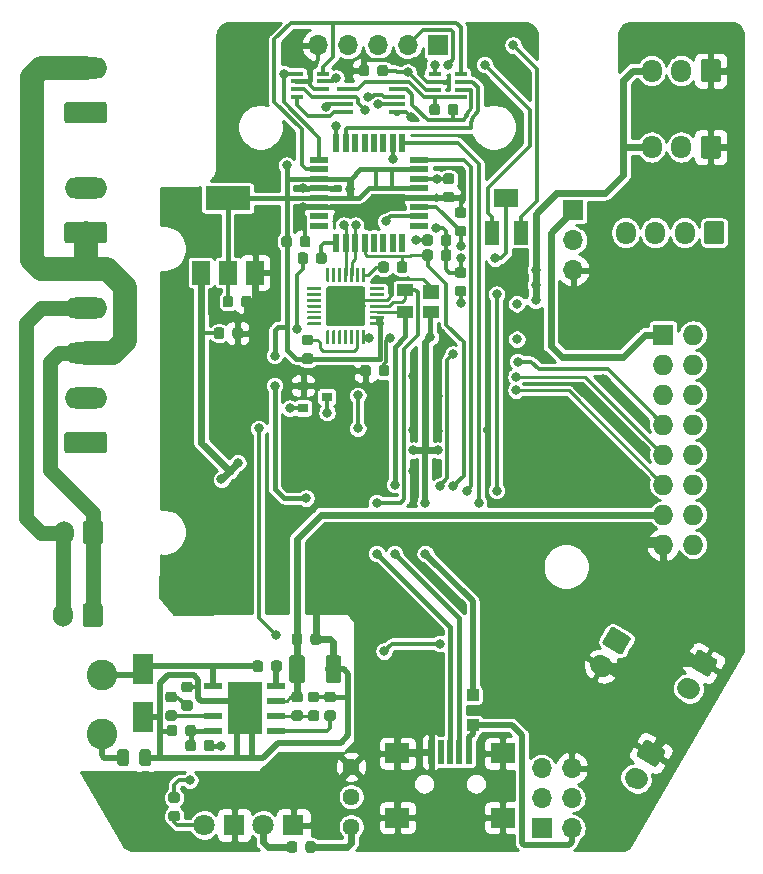
<source format=gbl>
G04 #@! TF.GenerationSoftware,KiCad,Pcbnew,(5.1.4)-1*
G04 #@! TF.CreationDate,2019-11-18T10:56:31+03:00*
G04 #@! TF.ProjectId,123,3132332e-6b69-4636-9164-5f7063625858,rev?*
G04 #@! TF.SameCoordinates,Original*
G04 #@! TF.FileFunction,Copper,L2,Bot*
G04 #@! TF.FilePolarity,Positive*
%FSLAX46Y46*%
G04 Gerber Fmt 4.6, Leading zero omitted, Abs format (unit mm)*
G04 Created by KiCad (PCBNEW (5.1.4)-1) date 2019-11-18 10:56:31*
%MOMM*%
%LPD*%
G04 APERTURE LIST*
%ADD10C,0.100000*%
%ADD11C,3.350000*%
%ADD12C,0.250000*%
%ADD13R,1.800000X1.800000*%
%ADD14C,1.800000*%
%ADD15R,1.450000X0.450000*%
%ADD16R,0.550000X1.600000*%
%ADD17R,1.600000X0.550000*%
%ADD18R,1.500000X2.000000*%
%ADD19R,3.800000X2.000000*%
%ADD20C,0.600000*%
%ADD21R,1.550000X0.600000*%
%ADD22R,2.950000X4.500000*%
%ADD23R,2.600000X3.100000*%
%ADD24R,1.300000X2.000000*%
%ADD25R,2.000000X1.600000*%
%ADD26C,1.440000*%
%ADD27C,0.875000*%
%ADD28R,0.900000X0.800000*%
%ADD29C,2.600000*%
%ADD30R,1.700000X1.700000*%
%ADD31O,1.700000X1.700000*%
%ADD32R,2.000000X1.700000*%
%ADD33R,0.500000X2.000000*%
%ADD34O,1.700000X1.950000*%
%ADD35C,1.700000*%
%ADD36O,1.727200X1.727200*%
%ADD37R,1.727200X1.727200*%
%ADD38R,1.400000X1.000000*%
%ADD39R,1.400000X1.200000*%
%ADD40R,1.060000X0.400000*%
%ADD41R,1.800000X2.500000*%
%ADD42C,0.975000*%
%ADD43C,1.325000*%
%ADD44O,1.700000X2.000000*%
%ADD45C,1.700000*%
%ADD46O,3.600000X1.800000*%
%ADD47R,1.000000X1.000000*%
%ADD48C,0.800000*%
%ADD49C,0.700000*%
%ADD50C,0.250000*%
%ADD51C,0.630000*%
%ADD52C,0.350000*%
%ADD53C,0.400000*%
%ADD54C,0.500000*%
%ADD55C,1.250000*%
%ADD56C,2.000000*%
%ADD57C,0.254000*%
G04 APERTURE END LIST*
D10*
G36*
X44807504Y-36807204D02*
G01*
X44831773Y-36810804D01*
X44855571Y-36816765D01*
X44878671Y-36825030D01*
X44900849Y-36835520D01*
X44921893Y-36848133D01*
X44941598Y-36862747D01*
X44959777Y-36879223D01*
X44976253Y-36897402D01*
X44990867Y-36917107D01*
X45003480Y-36938151D01*
X45013970Y-36960329D01*
X45022235Y-36983429D01*
X45028196Y-37007227D01*
X45031796Y-37031496D01*
X45033000Y-37056000D01*
X45033000Y-39906000D01*
X45031796Y-39930504D01*
X45028196Y-39954773D01*
X45022235Y-39978571D01*
X45013970Y-40001671D01*
X45003480Y-40023849D01*
X44990867Y-40044893D01*
X44976253Y-40064598D01*
X44959777Y-40082777D01*
X44941598Y-40099253D01*
X44921893Y-40113867D01*
X44900849Y-40126480D01*
X44878671Y-40136970D01*
X44855571Y-40145235D01*
X44831773Y-40151196D01*
X44807504Y-40154796D01*
X44783000Y-40156000D01*
X41933000Y-40156000D01*
X41908496Y-40154796D01*
X41884227Y-40151196D01*
X41860429Y-40145235D01*
X41837329Y-40136970D01*
X41815151Y-40126480D01*
X41794107Y-40113867D01*
X41774402Y-40099253D01*
X41756223Y-40082777D01*
X41739747Y-40064598D01*
X41725133Y-40044893D01*
X41712520Y-40023849D01*
X41702030Y-40001671D01*
X41693765Y-39978571D01*
X41687804Y-39954773D01*
X41684204Y-39930504D01*
X41683000Y-39906000D01*
X41683000Y-37056000D01*
X41684204Y-37031496D01*
X41687804Y-37007227D01*
X41693765Y-36983429D01*
X41702030Y-36960329D01*
X41712520Y-36938151D01*
X41725133Y-36917107D01*
X41739747Y-36897402D01*
X41756223Y-36879223D01*
X41774402Y-36862747D01*
X41794107Y-36848133D01*
X41815151Y-36835520D01*
X41837329Y-36825030D01*
X41860429Y-36816765D01*
X41884227Y-36810804D01*
X41908496Y-36807204D01*
X41933000Y-36806000D01*
X44783000Y-36806000D01*
X44807504Y-36807204D01*
X44807504Y-36807204D01*
G37*
D11*
X43358000Y-38481000D03*
D10*
G36*
X46551626Y-36856301D02*
G01*
X46557693Y-36857201D01*
X46563643Y-36858691D01*
X46569418Y-36860758D01*
X46574962Y-36863380D01*
X46580223Y-36866533D01*
X46585150Y-36870187D01*
X46589694Y-36874306D01*
X46593813Y-36878850D01*
X46597467Y-36883777D01*
X46600620Y-36889038D01*
X46603242Y-36894582D01*
X46605309Y-36900357D01*
X46606799Y-36906307D01*
X46607699Y-36912374D01*
X46608000Y-36918500D01*
X46608000Y-37043500D01*
X46607699Y-37049626D01*
X46606799Y-37055693D01*
X46605309Y-37061643D01*
X46603242Y-37067418D01*
X46600620Y-37072962D01*
X46597467Y-37078223D01*
X46593813Y-37083150D01*
X46589694Y-37087694D01*
X46585150Y-37091813D01*
X46580223Y-37095467D01*
X46574962Y-37098620D01*
X46569418Y-37101242D01*
X46563643Y-37103309D01*
X46557693Y-37104799D01*
X46551626Y-37105699D01*
X46545500Y-37106000D01*
X45470500Y-37106000D01*
X45464374Y-37105699D01*
X45458307Y-37104799D01*
X45452357Y-37103309D01*
X45446582Y-37101242D01*
X45441038Y-37098620D01*
X45435777Y-37095467D01*
X45430850Y-37091813D01*
X45426306Y-37087694D01*
X45422187Y-37083150D01*
X45418533Y-37078223D01*
X45415380Y-37072962D01*
X45412758Y-37067418D01*
X45410691Y-37061643D01*
X45409201Y-37055693D01*
X45408301Y-37049626D01*
X45408000Y-37043500D01*
X45408000Y-36918500D01*
X45408301Y-36912374D01*
X45409201Y-36906307D01*
X45410691Y-36900357D01*
X45412758Y-36894582D01*
X45415380Y-36889038D01*
X45418533Y-36883777D01*
X45422187Y-36878850D01*
X45426306Y-36874306D01*
X45430850Y-36870187D01*
X45435777Y-36866533D01*
X45441038Y-36863380D01*
X45446582Y-36860758D01*
X45452357Y-36858691D01*
X45458307Y-36857201D01*
X45464374Y-36856301D01*
X45470500Y-36856000D01*
X46545500Y-36856000D01*
X46551626Y-36856301D01*
X46551626Y-36856301D01*
G37*
D12*
X46008000Y-36981000D03*
D10*
G36*
X46551626Y-37356301D02*
G01*
X46557693Y-37357201D01*
X46563643Y-37358691D01*
X46569418Y-37360758D01*
X46574962Y-37363380D01*
X46580223Y-37366533D01*
X46585150Y-37370187D01*
X46589694Y-37374306D01*
X46593813Y-37378850D01*
X46597467Y-37383777D01*
X46600620Y-37389038D01*
X46603242Y-37394582D01*
X46605309Y-37400357D01*
X46606799Y-37406307D01*
X46607699Y-37412374D01*
X46608000Y-37418500D01*
X46608000Y-37543500D01*
X46607699Y-37549626D01*
X46606799Y-37555693D01*
X46605309Y-37561643D01*
X46603242Y-37567418D01*
X46600620Y-37572962D01*
X46597467Y-37578223D01*
X46593813Y-37583150D01*
X46589694Y-37587694D01*
X46585150Y-37591813D01*
X46580223Y-37595467D01*
X46574962Y-37598620D01*
X46569418Y-37601242D01*
X46563643Y-37603309D01*
X46557693Y-37604799D01*
X46551626Y-37605699D01*
X46545500Y-37606000D01*
X45470500Y-37606000D01*
X45464374Y-37605699D01*
X45458307Y-37604799D01*
X45452357Y-37603309D01*
X45446582Y-37601242D01*
X45441038Y-37598620D01*
X45435777Y-37595467D01*
X45430850Y-37591813D01*
X45426306Y-37587694D01*
X45422187Y-37583150D01*
X45418533Y-37578223D01*
X45415380Y-37572962D01*
X45412758Y-37567418D01*
X45410691Y-37561643D01*
X45409201Y-37555693D01*
X45408301Y-37549626D01*
X45408000Y-37543500D01*
X45408000Y-37418500D01*
X45408301Y-37412374D01*
X45409201Y-37406307D01*
X45410691Y-37400357D01*
X45412758Y-37394582D01*
X45415380Y-37389038D01*
X45418533Y-37383777D01*
X45422187Y-37378850D01*
X45426306Y-37374306D01*
X45430850Y-37370187D01*
X45435777Y-37366533D01*
X45441038Y-37363380D01*
X45446582Y-37360758D01*
X45452357Y-37358691D01*
X45458307Y-37357201D01*
X45464374Y-37356301D01*
X45470500Y-37356000D01*
X46545500Y-37356000D01*
X46551626Y-37356301D01*
X46551626Y-37356301D01*
G37*
D12*
X46008000Y-37481000D03*
D10*
G36*
X46551626Y-37856301D02*
G01*
X46557693Y-37857201D01*
X46563643Y-37858691D01*
X46569418Y-37860758D01*
X46574962Y-37863380D01*
X46580223Y-37866533D01*
X46585150Y-37870187D01*
X46589694Y-37874306D01*
X46593813Y-37878850D01*
X46597467Y-37883777D01*
X46600620Y-37889038D01*
X46603242Y-37894582D01*
X46605309Y-37900357D01*
X46606799Y-37906307D01*
X46607699Y-37912374D01*
X46608000Y-37918500D01*
X46608000Y-38043500D01*
X46607699Y-38049626D01*
X46606799Y-38055693D01*
X46605309Y-38061643D01*
X46603242Y-38067418D01*
X46600620Y-38072962D01*
X46597467Y-38078223D01*
X46593813Y-38083150D01*
X46589694Y-38087694D01*
X46585150Y-38091813D01*
X46580223Y-38095467D01*
X46574962Y-38098620D01*
X46569418Y-38101242D01*
X46563643Y-38103309D01*
X46557693Y-38104799D01*
X46551626Y-38105699D01*
X46545500Y-38106000D01*
X45470500Y-38106000D01*
X45464374Y-38105699D01*
X45458307Y-38104799D01*
X45452357Y-38103309D01*
X45446582Y-38101242D01*
X45441038Y-38098620D01*
X45435777Y-38095467D01*
X45430850Y-38091813D01*
X45426306Y-38087694D01*
X45422187Y-38083150D01*
X45418533Y-38078223D01*
X45415380Y-38072962D01*
X45412758Y-38067418D01*
X45410691Y-38061643D01*
X45409201Y-38055693D01*
X45408301Y-38049626D01*
X45408000Y-38043500D01*
X45408000Y-37918500D01*
X45408301Y-37912374D01*
X45409201Y-37906307D01*
X45410691Y-37900357D01*
X45412758Y-37894582D01*
X45415380Y-37889038D01*
X45418533Y-37883777D01*
X45422187Y-37878850D01*
X45426306Y-37874306D01*
X45430850Y-37870187D01*
X45435777Y-37866533D01*
X45441038Y-37863380D01*
X45446582Y-37860758D01*
X45452357Y-37858691D01*
X45458307Y-37857201D01*
X45464374Y-37856301D01*
X45470500Y-37856000D01*
X46545500Y-37856000D01*
X46551626Y-37856301D01*
X46551626Y-37856301D01*
G37*
D12*
X46008000Y-37981000D03*
D10*
G36*
X46551626Y-38356301D02*
G01*
X46557693Y-38357201D01*
X46563643Y-38358691D01*
X46569418Y-38360758D01*
X46574962Y-38363380D01*
X46580223Y-38366533D01*
X46585150Y-38370187D01*
X46589694Y-38374306D01*
X46593813Y-38378850D01*
X46597467Y-38383777D01*
X46600620Y-38389038D01*
X46603242Y-38394582D01*
X46605309Y-38400357D01*
X46606799Y-38406307D01*
X46607699Y-38412374D01*
X46608000Y-38418500D01*
X46608000Y-38543500D01*
X46607699Y-38549626D01*
X46606799Y-38555693D01*
X46605309Y-38561643D01*
X46603242Y-38567418D01*
X46600620Y-38572962D01*
X46597467Y-38578223D01*
X46593813Y-38583150D01*
X46589694Y-38587694D01*
X46585150Y-38591813D01*
X46580223Y-38595467D01*
X46574962Y-38598620D01*
X46569418Y-38601242D01*
X46563643Y-38603309D01*
X46557693Y-38604799D01*
X46551626Y-38605699D01*
X46545500Y-38606000D01*
X45470500Y-38606000D01*
X45464374Y-38605699D01*
X45458307Y-38604799D01*
X45452357Y-38603309D01*
X45446582Y-38601242D01*
X45441038Y-38598620D01*
X45435777Y-38595467D01*
X45430850Y-38591813D01*
X45426306Y-38587694D01*
X45422187Y-38583150D01*
X45418533Y-38578223D01*
X45415380Y-38572962D01*
X45412758Y-38567418D01*
X45410691Y-38561643D01*
X45409201Y-38555693D01*
X45408301Y-38549626D01*
X45408000Y-38543500D01*
X45408000Y-38418500D01*
X45408301Y-38412374D01*
X45409201Y-38406307D01*
X45410691Y-38400357D01*
X45412758Y-38394582D01*
X45415380Y-38389038D01*
X45418533Y-38383777D01*
X45422187Y-38378850D01*
X45426306Y-38374306D01*
X45430850Y-38370187D01*
X45435777Y-38366533D01*
X45441038Y-38363380D01*
X45446582Y-38360758D01*
X45452357Y-38358691D01*
X45458307Y-38357201D01*
X45464374Y-38356301D01*
X45470500Y-38356000D01*
X46545500Y-38356000D01*
X46551626Y-38356301D01*
X46551626Y-38356301D01*
G37*
D12*
X46008000Y-38481000D03*
D10*
G36*
X46551626Y-38856301D02*
G01*
X46557693Y-38857201D01*
X46563643Y-38858691D01*
X46569418Y-38860758D01*
X46574962Y-38863380D01*
X46580223Y-38866533D01*
X46585150Y-38870187D01*
X46589694Y-38874306D01*
X46593813Y-38878850D01*
X46597467Y-38883777D01*
X46600620Y-38889038D01*
X46603242Y-38894582D01*
X46605309Y-38900357D01*
X46606799Y-38906307D01*
X46607699Y-38912374D01*
X46608000Y-38918500D01*
X46608000Y-39043500D01*
X46607699Y-39049626D01*
X46606799Y-39055693D01*
X46605309Y-39061643D01*
X46603242Y-39067418D01*
X46600620Y-39072962D01*
X46597467Y-39078223D01*
X46593813Y-39083150D01*
X46589694Y-39087694D01*
X46585150Y-39091813D01*
X46580223Y-39095467D01*
X46574962Y-39098620D01*
X46569418Y-39101242D01*
X46563643Y-39103309D01*
X46557693Y-39104799D01*
X46551626Y-39105699D01*
X46545500Y-39106000D01*
X45470500Y-39106000D01*
X45464374Y-39105699D01*
X45458307Y-39104799D01*
X45452357Y-39103309D01*
X45446582Y-39101242D01*
X45441038Y-39098620D01*
X45435777Y-39095467D01*
X45430850Y-39091813D01*
X45426306Y-39087694D01*
X45422187Y-39083150D01*
X45418533Y-39078223D01*
X45415380Y-39072962D01*
X45412758Y-39067418D01*
X45410691Y-39061643D01*
X45409201Y-39055693D01*
X45408301Y-39049626D01*
X45408000Y-39043500D01*
X45408000Y-38918500D01*
X45408301Y-38912374D01*
X45409201Y-38906307D01*
X45410691Y-38900357D01*
X45412758Y-38894582D01*
X45415380Y-38889038D01*
X45418533Y-38883777D01*
X45422187Y-38878850D01*
X45426306Y-38874306D01*
X45430850Y-38870187D01*
X45435777Y-38866533D01*
X45441038Y-38863380D01*
X45446582Y-38860758D01*
X45452357Y-38858691D01*
X45458307Y-38857201D01*
X45464374Y-38856301D01*
X45470500Y-38856000D01*
X46545500Y-38856000D01*
X46551626Y-38856301D01*
X46551626Y-38856301D01*
G37*
D12*
X46008000Y-38981000D03*
D10*
G36*
X46551626Y-39356301D02*
G01*
X46557693Y-39357201D01*
X46563643Y-39358691D01*
X46569418Y-39360758D01*
X46574962Y-39363380D01*
X46580223Y-39366533D01*
X46585150Y-39370187D01*
X46589694Y-39374306D01*
X46593813Y-39378850D01*
X46597467Y-39383777D01*
X46600620Y-39389038D01*
X46603242Y-39394582D01*
X46605309Y-39400357D01*
X46606799Y-39406307D01*
X46607699Y-39412374D01*
X46608000Y-39418500D01*
X46608000Y-39543500D01*
X46607699Y-39549626D01*
X46606799Y-39555693D01*
X46605309Y-39561643D01*
X46603242Y-39567418D01*
X46600620Y-39572962D01*
X46597467Y-39578223D01*
X46593813Y-39583150D01*
X46589694Y-39587694D01*
X46585150Y-39591813D01*
X46580223Y-39595467D01*
X46574962Y-39598620D01*
X46569418Y-39601242D01*
X46563643Y-39603309D01*
X46557693Y-39604799D01*
X46551626Y-39605699D01*
X46545500Y-39606000D01*
X45470500Y-39606000D01*
X45464374Y-39605699D01*
X45458307Y-39604799D01*
X45452357Y-39603309D01*
X45446582Y-39601242D01*
X45441038Y-39598620D01*
X45435777Y-39595467D01*
X45430850Y-39591813D01*
X45426306Y-39587694D01*
X45422187Y-39583150D01*
X45418533Y-39578223D01*
X45415380Y-39572962D01*
X45412758Y-39567418D01*
X45410691Y-39561643D01*
X45409201Y-39555693D01*
X45408301Y-39549626D01*
X45408000Y-39543500D01*
X45408000Y-39418500D01*
X45408301Y-39412374D01*
X45409201Y-39406307D01*
X45410691Y-39400357D01*
X45412758Y-39394582D01*
X45415380Y-39389038D01*
X45418533Y-39383777D01*
X45422187Y-39378850D01*
X45426306Y-39374306D01*
X45430850Y-39370187D01*
X45435777Y-39366533D01*
X45441038Y-39363380D01*
X45446582Y-39360758D01*
X45452357Y-39358691D01*
X45458307Y-39357201D01*
X45464374Y-39356301D01*
X45470500Y-39356000D01*
X46545500Y-39356000D01*
X46551626Y-39356301D01*
X46551626Y-39356301D01*
G37*
D12*
X46008000Y-39481000D03*
D10*
G36*
X46551626Y-39856301D02*
G01*
X46557693Y-39857201D01*
X46563643Y-39858691D01*
X46569418Y-39860758D01*
X46574962Y-39863380D01*
X46580223Y-39866533D01*
X46585150Y-39870187D01*
X46589694Y-39874306D01*
X46593813Y-39878850D01*
X46597467Y-39883777D01*
X46600620Y-39889038D01*
X46603242Y-39894582D01*
X46605309Y-39900357D01*
X46606799Y-39906307D01*
X46607699Y-39912374D01*
X46608000Y-39918500D01*
X46608000Y-40043500D01*
X46607699Y-40049626D01*
X46606799Y-40055693D01*
X46605309Y-40061643D01*
X46603242Y-40067418D01*
X46600620Y-40072962D01*
X46597467Y-40078223D01*
X46593813Y-40083150D01*
X46589694Y-40087694D01*
X46585150Y-40091813D01*
X46580223Y-40095467D01*
X46574962Y-40098620D01*
X46569418Y-40101242D01*
X46563643Y-40103309D01*
X46557693Y-40104799D01*
X46551626Y-40105699D01*
X46545500Y-40106000D01*
X45470500Y-40106000D01*
X45464374Y-40105699D01*
X45458307Y-40104799D01*
X45452357Y-40103309D01*
X45446582Y-40101242D01*
X45441038Y-40098620D01*
X45435777Y-40095467D01*
X45430850Y-40091813D01*
X45426306Y-40087694D01*
X45422187Y-40083150D01*
X45418533Y-40078223D01*
X45415380Y-40072962D01*
X45412758Y-40067418D01*
X45410691Y-40061643D01*
X45409201Y-40055693D01*
X45408301Y-40049626D01*
X45408000Y-40043500D01*
X45408000Y-39918500D01*
X45408301Y-39912374D01*
X45409201Y-39906307D01*
X45410691Y-39900357D01*
X45412758Y-39894582D01*
X45415380Y-39889038D01*
X45418533Y-39883777D01*
X45422187Y-39878850D01*
X45426306Y-39874306D01*
X45430850Y-39870187D01*
X45435777Y-39866533D01*
X45441038Y-39863380D01*
X45446582Y-39860758D01*
X45452357Y-39858691D01*
X45458307Y-39857201D01*
X45464374Y-39856301D01*
X45470500Y-39856000D01*
X46545500Y-39856000D01*
X46551626Y-39856301D01*
X46551626Y-39856301D01*
G37*
D12*
X46008000Y-39981000D03*
D10*
G36*
X44926626Y-40531301D02*
G01*
X44932693Y-40532201D01*
X44938643Y-40533691D01*
X44944418Y-40535758D01*
X44949962Y-40538380D01*
X44955223Y-40541533D01*
X44960150Y-40545187D01*
X44964694Y-40549306D01*
X44968813Y-40553850D01*
X44972467Y-40558777D01*
X44975620Y-40564038D01*
X44978242Y-40569582D01*
X44980309Y-40575357D01*
X44981799Y-40581307D01*
X44982699Y-40587374D01*
X44983000Y-40593500D01*
X44983000Y-41668500D01*
X44982699Y-41674626D01*
X44981799Y-41680693D01*
X44980309Y-41686643D01*
X44978242Y-41692418D01*
X44975620Y-41697962D01*
X44972467Y-41703223D01*
X44968813Y-41708150D01*
X44964694Y-41712694D01*
X44960150Y-41716813D01*
X44955223Y-41720467D01*
X44949962Y-41723620D01*
X44944418Y-41726242D01*
X44938643Y-41728309D01*
X44932693Y-41729799D01*
X44926626Y-41730699D01*
X44920500Y-41731000D01*
X44795500Y-41731000D01*
X44789374Y-41730699D01*
X44783307Y-41729799D01*
X44777357Y-41728309D01*
X44771582Y-41726242D01*
X44766038Y-41723620D01*
X44760777Y-41720467D01*
X44755850Y-41716813D01*
X44751306Y-41712694D01*
X44747187Y-41708150D01*
X44743533Y-41703223D01*
X44740380Y-41697962D01*
X44737758Y-41692418D01*
X44735691Y-41686643D01*
X44734201Y-41680693D01*
X44733301Y-41674626D01*
X44733000Y-41668500D01*
X44733000Y-40593500D01*
X44733301Y-40587374D01*
X44734201Y-40581307D01*
X44735691Y-40575357D01*
X44737758Y-40569582D01*
X44740380Y-40564038D01*
X44743533Y-40558777D01*
X44747187Y-40553850D01*
X44751306Y-40549306D01*
X44755850Y-40545187D01*
X44760777Y-40541533D01*
X44766038Y-40538380D01*
X44771582Y-40535758D01*
X44777357Y-40533691D01*
X44783307Y-40532201D01*
X44789374Y-40531301D01*
X44795500Y-40531000D01*
X44920500Y-40531000D01*
X44926626Y-40531301D01*
X44926626Y-40531301D01*
G37*
D12*
X44858000Y-41131000D03*
D10*
G36*
X44426626Y-40531301D02*
G01*
X44432693Y-40532201D01*
X44438643Y-40533691D01*
X44444418Y-40535758D01*
X44449962Y-40538380D01*
X44455223Y-40541533D01*
X44460150Y-40545187D01*
X44464694Y-40549306D01*
X44468813Y-40553850D01*
X44472467Y-40558777D01*
X44475620Y-40564038D01*
X44478242Y-40569582D01*
X44480309Y-40575357D01*
X44481799Y-40581307D01*
X44482699Y-40587374D01*
X44483000Y-40593500D01*
X44483000Y-41668500D01*
X44482699Y-41674626D01*
X44481799Y-41680693D01*
X44480309Y-41686643D01*
X44478242Y-41692418D01*
X44475620Y-41697962D01*
X44472467Y-41703223D01*
X44468813Y-41708150D01*
X44464694Y-41712694D01*
X44460150Y-41716813D01*
X44455223Y-41720467D01*
X44449962Y-41723620D01*
X44444418Y-41726242D01*
X44438643Y-41728309D01*
X44432693Y-41729799D01*
X44426626Y-41730699D01*
X44420500Y-41731000D01*
X44295500Y-41731000D01*
X44289374Y-41730699D01*
X44283307Y-41729799D01*
X44277357Y-41728309D01*
X44271582Y-41726242D01*
X44266038Y-41723620D01*
X44260777Y-41720467D01*
X44255850Y-41716813D01*
X44251306Y-41712694D01*
X44247187Y-41708150D01*
X44243533Y-41703223D01*
X44240380Y-41697962D01*
X44237758Y-41692418D01*
X44235691Y-41686643D01*
X44234201Y-41680693D01*
X44233301Y-41674626D01*
X44233000Y-41668500D01*
X44233000Y-40593500D01*
X44233301Y-40587374D01*
X44234201Y-40581307D01*
X44235691Y-40575357D01*
X44237758Y-40569582D01*
X44240380Y-40564038D01*
X44243533Y-40558777D01*
X44247187Y-40553850D01*
X44251306Y-40549306D01*
X44255850Y-40545187D01*
X44260777Y-40541533D01*
X44266038Y-40538380D01*
X44271582Y-40535758D01*
X44277357Y-40533691D01*
X44283307Y-40532201D01*
X44289374Y-40531301D01*
X44295500Y-40531000D01*
X44420500Y-40531000D01*
X44426626Y-40531301D01*
X44426626Y-40531301D01*
G37*
D12*
X44358000Y-41131000D03*
D10*
G36*
X43926626Y-40531301D02*
G01*
X43932693Y-40532201D01*
X43938643Y-40533691D01*
X43944418Y-40535758D01*
X43949962Y-40538380D01*
X43955223Y-40541533D01*
X43960150Y-40545187D01*
X43964694Y-40549306D01*
X43968813Y-40553850D01*
X43972467Y-40558777D01*
X43975620Y-40564038D01*
X43978242Y-40569582D01*
X43980309Y-40575357D01*
X43981799Y-40581307D01*
X43982699Y-40587374D01*
X43983000Y-40593500D01*
X43983000Y-41668500D01*
X43982699Y-41674626D01*
X43981799Y-41680693D01*
X43980309Y-41686643D01*
X43978242Y-41692418D01*
X43975620Y-41697962D01*
X43972467Y-41703223D01*
X43968813Y-41708150D01*
X43964694Y-41712694D01*
X43960150Y-41716813D01*
X43955223Y-41720467D01*
X43949962Y-41723620D01*
X43944418Y-41726242D01*
X43938643Y-41728309D01*
X43932693Y-41729799D01*
X43926626Y-41730699D01*
X43920500Y-41731000D01*
X43795500Y-41731000D01*
X43789374Y-41730699D01*
X43783307Y-41729799D01*
X43777357Y-41728309D01*
X43771582Y-41726242D01*
X43766038Y-41723620D01*
X43760777Y-41720467D01*
X43755850Y-41716813D01*
X43751306Y-41712694D01*
X43747187Y-41708150D01*
X43743533Y-41703223D01*
X43740380Y-41697962D01*
X43737758Y-41692418D01*
X43735691Y-41686643D01*
X43734201Y-41680693D01*
X43733301Y-41674626D01*
X43733000Y-41668500D01*
X43733000Y-40593500D01*
X43733301Y-40587374D01*
X43734201Y-40581307D01*
X43735691Y-40575357D01*
X43737758Y-40569582D01*
X43740380Y-40564038D01*
X43743533Y-40558777D01*
X43747187Y-40553850D01*
X43751306Y-40549306D01*
X43755850Y-40545187D01*
X43760777Y-40541533D01*
X43766038Y-40538380D01*
X43771582Y-40535758D01*
X43777357Y-40533691D01*
X43783307Y-40532201D01*
X43789374Y-40531301D01*
X43795500Y-40531000D01*
X43920500Y-40531000D01*
X43926626Y-40531301D01*
X43926626Y-40531301D01*
G37*
D12*
X43858000Y-41131000D03*
D10*
G36*
X43426626Y-40531301D02*
G01*
X43432693Y-40532201D01*
X43438643Y-40533691D01*
X43444418Y-40535758D01*
X43449962Y-40538380D01*
X43455223Y-40541533D01*
X43460150Y-40545187D01*
X43464694Y-40549306D01*
X43468813Y-40553850D01*
X43472467Y-40558777D01*
X43475620Y-40564038D01*
X43478242Y-40569582D01*
X43480309Y-40575357D01*
X43481799Y-40581307D01*
X43482699Y-40587374D01*
X43483000Y-40593500D01*
X43483000Y-41668500D01*
X43482699Y-41674626D01*
X43481799Y-41680693D01*
X43480309Y-41686643D01*
X43478242Y-41692418D01*
X43475620Y-41697962D01*
X43472467Y-41703223D01*
X43468813Y-41708150D01*
X43464694Y-41712694D01*
X43460150Y-41716813D01*
X43455223Y-41720467D01*
X43449962Y-41723620D01*
X43444418Y-41726242D01*
X43438643Y-41728309D01*
X43432693Y-41729799D01*
X43426626Y-41730699D01*
X43420500Y-41731000D01*
X43295500Y-41731000D01*
X43289374Y-41730699D01*
X43283307Y-41729799D01*
X43277357Y-41728309D01*
X43271582Y-41726242D01*
X43266038Y-41723620D01*
X43260777Y-41720467D01*
X43255850Y-41716813D01*
X43251306Y-41712694D01*
X43247187Y-41708150D01*
X43243533Y-41703223D01*
X43240380Y-41697962D01*
X43237758Y-41692418D01*
X43235691Y-41686643D01*
X43234201Y-41680693D01*
X43233301Y-41674626D01*
X43233000Y-41668500D01*
X43233000Y-40593500D01*
X43233301Y-40587374D01*
X43234201Y-40581307D01*
X43235691Y-40575357D01*
X43237758Y-40569582D01*
X43240380Y-40564038D01*
X43243533Y-40558777D01*
X43247187Y-40553850D01*
X43251306Y-40549306D01*
X43255850Y-40545187D01*
X43260777Y-40541533D01*
X43266038Y-40538380D01*
X43271582Y-40535758D01*
X43277357Y-40533691D01*
X43283307Y-40532201D01*
X43289374Y-40531301D01*
X43295500Y-40531000D01*
X43420500Y-40531000D01*
X43426626Y-40531301D01*
X43426626Y-40531301D01*
G37*
D12*
X43358000Y-41131000D03*
D10*
G36*
X42926626Y-40531301D02*
G01*
X42932693Y-40532201D01*
X42938643Y-40533691D01*
X42944418Y-40535758D01*
X42949962Y-40538380D01*
X42955223Y-40541533D01*
X42960150Y-40545187D01*
X42964694Y-40549306D01*
X42968813Y-40553850D01*
X42972467Y-40558777D01*
X42975620Y-40564038D01*
X42978242Y-40569582D01*
X42980309Y-40575357D01*
X42981799Y-40581307D01*
X42982699Y-40587374D01*
X42983000Y-40593500D01*
X42983000Y-41668500D01*
X42982699Y-41674626D01*
X42981799Y-41680693D01*
X42980309Y-41686643D01*
X42978242Y-41692418D01*
X42975620Y-41697962D01*
X42972467Y-41703223D01*
X42968813Y-41708150D01*
X42964694Y-41712694D01*
X42960150Y-41716813D01*
X42955223Y-41720467D01*
X42949962Y-41723620D01*
X42944418Y-41726242D01*
X42938643Y-41728309D01*
X42932693Y-41729799D01*
X42926626Y-41730699D01*
X42920500Y-41731000D01*
X42795500Y-41731000D01*
X42789374Y-41730699D01*
X42783307Y-41729799D01*
X42777357Y-41728309D01*
X42771582Y-41726242D01*
X42766038Y-41723620D01*
X42760777Y-41720467D01*
X42755850Y-41716813D01*
X42751306Y-41712694D01*
X42747187Y-41708150D01*
X42743533Y-41703223D01*
X42740380Y-41697962D01*
X42737758Y-41692418D01*
X42735691Y-41686643D01*
X42734201Y-41680693D01*
X42733301Y-41674626D01*
X42733000Y-41668500D01*
X42733000Y-40593500D01*
X42733301Y-40587374D01*
X42734201Y-40581307D01*
X42735691Y-40575357D01*
X42737758Y-40569582D01*
X42740380Y-40564038D01*
X42743533Y-40558777D01*
X42747187Y-40553850D01*
X42751306Y-40549306D01*
X42755850Y-40545187D01*
X42760777Y-40541533D01*
X42766038Y-40538380D01*
X42771582Y-40535758D01*
X42777357Y-40533691D01*
X42783307Y-40532201D01*
X42789374Y-40531301D01*
X42795500Y-40531000D01*
X42920500Y-40531000D01*
X42926626Y-40531301D01*
X42926626Y-40531301D01*
G37*
D12*
X42858000Y-41131000D03*
D10*
G36*
X42426626Y-40531301D02*
G01*
X42432693Y-40532201D01*
X42438643Y-40533691D01*
X42444418Y-40535758D01*
X42449962Y-40538380D01*
X42455223Y-40541533D01*
X42460150Y-40545187D01*
X42464694Y-40549306D01*
X42468813Y-40553850D01*
X42472467Y-40558777D01*
X42475620Y-40564038D01*
X42478242Y-40569582D01*
X42480309Y-40575357D01*
X42481799Y-40581307D01*
X42482699Y-40587374D01*
X42483000Y-40593500D01*
X42483000Y-41668500D01*
X42482699Y-41674626D01*
X42481799Y-41680693D01*
X42480309Y-41686643D01*
X42478242Y-41692418D01*
X42475620Y-41697962D01*
X42472467Y-41703223D01*
X42468813Y-41708150D01*
X42464694Y-41712694D01*
X42460150Y-41716813D01*
X42455223Y-41720467D01*
X42449962Y-41723620D01*
X42444418Y-41726242D01*
X42438643Y-41728309D01*
X42432693Y-41729799D01*
X42426626Y-41730699D01*
X42420500Y-41731000D01*
X42295500Y-41731000D01*
X42289374Y-41730699D01*
X42283307Y-41729799D01*
X42277357Y-41728309D01*
X42271582Y-41726242D01*
X42266038Y-41723620D01*
X42260777Y-41720467D01*
X42255850Y-41716813D01*
X42251306Y-41712694D01*
X42247187Y-41708150D01*
X42243533Y-41703223D01*
X42240380Y-41697962D01*
X42237758Y-41692418D01*
X42235691Y-41686643D01*
X42234201Y-41680693D01*
X42233301Y-41674626D01*
X42233000Y-41668500D01*
X42233000Y-40593500D01*
X42233301Y-40587374D01*
X42234201Y-40581307D01*
X42235691Y-40575357D01*
X42237758Y-40569582D01*
X42240380Y-40564038D01*
X42243533Y-40558777D01*
X42247187Y-40553850D01*
X42251306Y-40549306D01*
X42255850Y-40545187D01*
X42260777Y-40541533D01*
X42266038Y-40538380D01*
X42271582Y-40535758D01*
X42277357Y-40533691D01*
X42283307Y-40532201D01*
X42289374Y-40531301D01*
X42295500Y-40531000D01*
X42420500Y-40531000D01*
X42426626Y-40531301D01*
X42426626Y-40531301D01*
G37*
D12*
X42358000Y-41131000D03*
D10*
G36*
X41926626Y-40531301D02*
G01*
X41932693Y-40532201D01*
X41938643Y-40533691D01*
X41944418Y-40535758D01*
X41949962Y-40538380D01*
X41955223Y-40541533D01*
X41960150Y-40545187D01*
X41964694Y-40549306D01*
X41968813Y-40553850D01*
X41972467Y-40558777D01*
X41975620Y-40564038D01*
X41978242Y-40569582D01*
X41980309Y-40575357D01*
X41981799Y-40581307D01*
X41982699Y-40587374D01*
X41983000Y-40593500D01*
X41983000Y-41668500D01*
X41982699Y-41674626D01*
X41981799Y-41680693D01*
X41980309Y-41686643D01*
X41978242Y-41692418D01*
X41975620Y-41697962D01*
X41972467Y-41703223D01*
X41968813Y-41708150D01*
X41964694Y-41712694D01*
X41960150Y-41716813D01*
X41955223Y-41720467D01*
X41949962Y-41723620D01*
X41944418Y-41726242D01*
X41938643Y-41728309D01*
X41932693Y-41729799D01*
X41926626Y-41730699D01*
X41920500Y-41731000D01*
X41795500Y-41731000D01*
X41789374Y-41730699D01*
X41783307Y-41729799D01*
X41777357Y-41728309D01*
X41771582Y-41726242D01*
X41766038Y-41723620D01*
X41760777Y-41720467D01*
X41755850Y-41716813D01*
X41751306Y-41712694D01*
X41747187Y-41708150D01*
X41743533Y-41703223D01*
X41740380Y-41697962D01*
X41737758Y-41692418D01*
X41735691Y-41686643D01*
X41734201Y-41680693D01*
X41733301Y-41674626D01*
X41733000Y-41668500D01*
X41733000Y-40593500D01*
X41733301Y-40587374D01*
X41734201Y-40581307D01*
X41735691Y-40575357D01*
X41737758Y-40569582D01*
X41740380Y-40564038D01*
X41743533Y-40558777D01*
X41747187Y-40553850D01*
X41751306Y-40549306D01*
X41755850Y-40545187D01*
X41760777Y-40541533D01*
X41766038Y-40538380D01*
X41771582Y-40535758D01*
X41777357Y-40533691D01*
X41783307Y-40532201D01*
X41789374Y-40531301D01*
X41795500Y-40531000D01*
X41920500Y-40531000D01*
X41926626Y-40531301D01*
X41926626Y-40531301D01*
G37*
D12*
X41858000Y-41131000D03*
D10*
G36*
X41251626Y-39856301D02*
G01*
X41257693Y-39857201D01*
X41263643Y-39858691D01*
X41269418Y-39860758D01*
X41274962Y-39863380D01*
X41280223Y-39866533D01*
X41285150Y-39870187D01*
X41289694Y-39874306D01*
X41293813Y-39878850D01*
X41297467Y-39883777D01*
X41300620Y-39889038D01*
X41303242Y-39894582D01*
X41305309Y-39900357D01*
X41306799Y-39906307D01*
X41307699Y-39912374D01*
X41308000Y-39918500D01*
X41308000Y-40043500D01*
X41307699Y-40049626D01*
X41306799Y-40055693D01*
X41305309Y-40061643D01*
X41303242Y-40067418D01*
X41300620Y-40072962D01*
X41297467Y-40078223D01*
X41293813Y-40083150D01*
X41289694Y-40087694D01*
X41285150Y-40091813D01*
X41280223Y-40095467D01*
X41274962Y-40098620D01*
X41269418Y-40101242D01*
X41263643Y-40103309D01*
X41257693Y-40104799D01*
X41251626Y-40105699D01*
X41245500Y-40106000D01*
X40170500Y-40106000D01*
X40164374Y-40105699D01*
X40158307Y-40104799D01*
X40152357Y-40103309D01*
X40146582Y-40101242D01*
X40141038Y-40098620D01*
X40135777Y-40095467D01*
X40130850Y-40091813D01*
X40126306Y-40087694D01*
X40122187Y-40083150D01*
X40118533Y-40078223D01*
X40115380Y-40072962D01*
X40112758Y-40067418D01*
X40110691Y-40061643D01*
X40109201Y-40055693D01*
X40108301Y-40049626D01*
X40108000Y-40043500D01*
X40108000Y-39918500D01*
X40108301Y-39912374D01*
X40109201Y-39906307D01*
X40110691Y-39900357D01*
X40112758Y-39894582D01*
X40115380Y-39889038D01*
X40118533Y-39883777D01*
X40122187Y-39878850D01*
X40126306Y-39874306D01*
X40130850Y-39870187D01*
X40135777Y-39866533D01*
X40141038Y-39863380D01*
X40146582Y-39860758D01*
X40152357Y-39858691D01*
X40158307Y-39857201D01*
X40164374Y-39856301D01*
X40170500Y-39856000D01*
X41245500Y-39856000D01*
X41251626Y-39856301D01*
X41251626Y-39856301D01*
G37*
D12*
X40708000Y-39981000D03*
D10*
G36*
X41251626Y-39356301D02*
G01*
X41257693Y-39357201D01*
X41263643Y-39358691D01*
X41269418Y-39360758D01*
X41274962Y-39363380D01*
X41280223Y-39366533D01*
X41285150Y-39370187D01*
X41289694Y-39374306D01*
X41293813Y-39378850D01*
X41297467Y-39383777D01*
X41300620Y-39389038D01*
X41303242Y-39394582D01*
X41305309Y-39400357D01*
X41306799Y-39406307D01*
X41307699Y-39412374D01*
X41308000Y-39418500D01*
X41308000Y-39543500D01*
X41307699Y-39549626D01*
X41306799Y-39555693D01*
X41305309Y-39561643D01*
X41303242Y-39567418D01*
X41300620Y-39572962D01*
X41297467Y-39578223D01*
X41293813Y-39583150D01*
X41289694Y-39587694D01*
X41285150Y-39591813D01*
X41280223Y-39595467D01*
X41274962Y-39598620D01*
X41269418Y-39601242D01*
X41263643Y-39603309D01*
X41257693Y-39604799D01*
X41251626Y-39605699D01*
X41245500Y-39606000D01*
X40170500Y-39606000D01*
X40164374Y-39605699D01*
X40158307Y-39604799D01*
X40152357Y-39603309D01*
X40146582Y-39601242D01*
X40141038Y-39598620D01*
X40135777Y-39595467D01*
X40130850Y-39591813D01*
X40126306Y-39587694D01*
X40122187Y-39583150D01*
X40118533Y-39578223D01*
X40115380Y-39572962D01*
X40112758Y-39567418D01*
X40110691Y-39561643D01*
X40109201Y-39555693D01*
X40108301Y-39549626D01*
X40108000Y-39543500D01*
X40108000Y-39418500D01*
X40108301Y-39412374D01*
X40109201Y-39406307D01*
X40110691Y-39400357D01*
X40112758Y-39394582D01*
X40115380Y-39389038D01*
X40118533Y-39383777D01*
X40122187Y-39378850D01*
X40126306Y-39374306D01*
X40130850Y-39370187D01*
X40135777Y-39366533D01*
X40141038Y-39363380D01*
X40146582Y-39360758D01*
X40152357Y-39358691D01*
X40158307Y-39357201D01*
X40164374Y-39356301D01*
X40170500Y-39356000D01*
X41245500Y-39356000D01*
X41251626Y-39356301D01*
X41251626Y-39356301D01*
G37*
D12*
X40708000Y-39481000D03*
D10*
G36*
X41251626Y-38856301D02*
G01*
X41257693Y-38857201D01*
X41263643Y-38858691D01*
X41269418Y-38860758D01*
X41274962Y-38863380D01*
X41280223Y-38866533D01*
X41285150Y-38870187D01*
X41289694Y-38874306D01*
X41293813Y-38878850D01*
X41297467Y-38883777D01*
X41300620Y-38889038D01*
X41303242Y-38894582D01*
X41305309Y-38900357D01*
X41306799Y-38906307D01*
X41307699Y-38912374D01*
X41308000Y-38918500D01*
X41308000Y-39043500D01*
X41307699Y-39049626D01*
X41306799Y-39055693D01*
X41305309Y-39061643D01*
X41303242Y-39067418D01*
X41300620Y-39072962D01*
X41297467Y-39078223D01*
X41293813Y-39083150D01*
X41289694Y-39087694D01*
X41285150Y-39091813D01*
X41280223Y-39095467D01*
X41274962Y-39098620D01*
X41269418Y-39101242D01*
X41263643Y-39103309D01*
X41257693Y-39104799D01*
X41251626Y-39105699D01*
X41245500Y-39106000D01*
X40170500Y-39106000D01*
X40164374Y-39105699D01*
X40158307Y-39104799D01*
X40152357Y-39103309D01*
X40146582Y-39101242D01*
X40141038Y-39098620D01*
X40135777Y-39095467D01*
X40130850Y-39091813D01*
X40126306Y-39087694D01*
X40122187Y-39083150D01*
X40118533Y-39078223D01*
X40115380Y-39072962D01*
X40112758Y-39067418D01*
X40110691Y-39061643D01*
X40109201Y-39055693D01*
X40108301Y-39049626D01*
X40108000Y-39043500D01*
X40108000Y-38918500D01*
X40108301Y-38912374D01*
X40109201Y-38906307D01*
X40110691Y-38900357D01*
X40112758Y-38894582D01*
X40115380Y-38889038D01*
X40118533Y-38883777D01*
X40122187Y-38878850D01*
X40126306Y-38874306D01*
X40130850Y-38870187D01*
X40135777Y-38866533D01*
X40141038Y-38863380D01*
X40146582Y-38860758D01*
X40152357Y-38858691D01*
X40158307Y-38857201D01*
X40164374Y-38856301D01*
X40170500Y-38856000D01*
X41245500Y-38856000D01*
X41251626Y-38856301D01*
X41251626Y-38856301D01*
G37*
D12*
X40708000Y-38981000D03*
D10*
G36*
X41251626Y-38356301D02*
G01*
X41257693Y-38357201D01*
X41263643Y-38358691D01*
X41269418Y-38360758D01*
X41274962Y-38363380D01*
X41280223Y-38366533D01*
X41285150Y-38370187D01*
X41289694Y-38374306D01*
X41293813Y-38378850D01*
X41297467Y-38383777D01*
X41300620Y-38389038D01*
X41303242Y-38394582D01*
X41305309Y-38400357D01*
X41306799Y-38406307D01*
X41307699Y-38412374D01*
X41308000Y-38418500D01*
X41308000Y-38543500D01*
X41307699Y-38549626D01*
X41306799Y-38555693D01*
X41305309Y-38561643D01*
X41303242Y-38567418D01*
X41300620Y-38572962D01*
X41297467Y-38578223D01*
X41293813Y-38583150D01*
X41289694Y-38587694D01*
X41285150Y-38591813D01*
X41280223Y-38595467D01*
X41274962Y-38598620D01*
X41269418Y-38601242D01*
X41263643Y-38603309D01*
X41257693Y-38604799D01*
X41251626Y-38605699D01*
X41245500Y-38606000D01*
X40170500Y-38606000D01*
X40164374Y-38605699D01*
X40158307Y-38604799D01*
X40152357Y-38603309D01*
X40146582Y-38601242D01*
X40141038Y-38598620D01*
X40135777Y-38595467D01*
X40130850Y-38591813D01*
X40126306Y-38587694D01*
X40122187Y-38583150D01*
X40118533Y-38578223D01*
X40115380Y-38572962D01*
X40112758Y-38567418D01*
X40110691Y-38561643D01*
X40109201Y-38555693D01*
X40108301Y-38549626D01*
X40108000Y-38543500D01*
X40108000Y-38418500D01*
X40108301Y-38412374D01*
X40109201Y-38406307D01*
X40110691Y-38400357D01*
X40112758Y-38394582D01*
X40115380Y-38389038D01*
X40118533Y-38383777D01*
X40122187Y-38378850D01*
X40126306Y-38374306D01*
X40130850Y-38370187D01*
X40135777Y-38366533D01*
X40141038Y-38363380D01*
X40146582Y-38360758D01*
X40152357Y-38358691D01*
X40158307Y-38357201D01*
X40164374Y-38356301D01*
X40170500Y-38356000D01*
X41245500Y-38356000D01*
X41251626Y-38356301D01*
X41251626Y-38356301D01*
G37*
D12*
X40708000Y-38481000D03*
D10*
G36*
X41251626Y-37856301D02*
G01*
X41257693Y-37857201D01*
X41263643Y-37858691D01*
X41269418Y-37860758D01*
X41274962Y-37863380D01*
X41280223Y-37866533D01*
X41285150Y-37870187D01*
X41289694Y-37874306D01*
X41293813Y-37878850D01*
X41297467Y-37883777D01*
X41300620Y-37889038D01*
X41303242Y-37894582D01*
X41305309Y-37900357D01*
X41306799Y-37906307D01*
X41307699Y-37912374D01*
X41308000Y-37918500D01*
X41308000Y-38043500D01*
X41307699Y-38049626D01*
X41306799Y-38055693D01*
X41305309Y-38061643D01*
X41303242Y-38067418D01*
X41300620Y-38072962D01*
X41297467Y-38078223D01*
X41293813Y-38083150D01*
X41289694Y-38087694D01*
X41285150Y-38091813D01*
X41280223Y-38095467D01*
X41274962Y-38098620D01*
X41269418Y-38101242D01*
X41263643Y-38103309D01*
X41257693Y-38104799D01*
X41251626Y-38105699D01*
X41245500Y-38106000D01*
X40170500Y-38106000D01*
X40164374Y-38105699D01*
X40158307Y-38104799D01*
X40152357Y-38103309D01*
X40146582Y-38101242D01*
X40141038Y-38098620D01*
X40135777Y-38095467D01*
X40130850Y-38091813D01*
X40126306Y-38087694D01*
X40122187Y-38083150D01*
X40118533Y-38078223D01*
X40115380Y-38072962D01*
X40112758Y-38067418D01*
X40110691Y-38061643D01*
X40109201Y-38055693D01*
X40108301Y-38049626D01*
X40108000Y-38043500D01*
X40108000Y-37918500D01*
X40108301Y-37912374D01*
X40109201Y-37906307D01*
X40110691Y-37900357D01*
X40112758Y-37894582D01*
X40115380Y-37889038D01*
X40118533Y-37883777D01*
X40122187Y-37878850D01*
X40126306Y-37874306D01*
X40130850Y-37870187D01*
X40135777Y-37866533D01*
X40141038Y-37863380D01*
X40146582Y-37860758D01*
X40152357Y-37858691D01*
X40158307Y-37857201D01*
X40164374Y-37856301D01*
X40170500Y-37856000D01*
X41245500Y-37856000D01*
X41251626Y-37856301D01*
X41251626Y-37856301D01*
G37*
D12*
X40708000Y-37981000D03*
D10*
G36*
X41251626Y-37356301D02*
G01*
X41257693Y-37357201D01*
X41263643Y-37358691D01*
X41269418Y-37360758D01*
X41274962Y-37363380D01*
X41280223Y-37366533D01*
X41285150Y-37370187D01*
X41289694Y-37374306D01*
X41293813Y-37378850D01*
X41297467Y-37383777D01*
X41300620Y-37389038D01*
X41303242Y-37394582D01*
X41305309Y-37400357D01*
X41306799Y-37406307D01*
X41307699Y-37412374D01*
X41308000Y-37418500D01*
X41308000Y-37543500D01*
X41307699Y-37549626D01*
X41306799Y-37555693D01*
X41305309Y-37561643D01*
X41303242Y-37567418D01*
X41300620Y-37572962D01*
X41297467Y-37578223D01*
X41293813Y-37583150D01*
X41289694Y-37587694D01*
X41285150Y-37591813D01*
X41280223Y-37595467D01*
X41274962Y-37598620D01*
X41269418Y-37601242D01*
X41263643Y-37603309D01*
X41257693Y-37604799D01*
X41251626Y-37605699D01*
X41245500Y-37606000D01*
X40170500Y-37606000D01*
X40164374Y-37605699D01*
X40158307Y-37604799D01*
X40152357Y-37603309D01*
X40146582Y-37601242D01*
X40141038Y-37598620D01*
X40135777Y-37595467D01*
X40130850Y-37591813D01*
X40126306Y-37587694D01*
X40122187Y-37583150D01*
X40118533Y-37578223D01*
X40115380Y-37572962D01*
X40112758Y-37567418D01*
X40110691Y-37561643D01*
X40109201Y-37555693D01*
X40108301Y-37549626D01*
X40108000Y-37543500D01*
X40108000Y-37418500D01*
X40108301Y-37412374D01*
X40109201Y-37406307D01*
X40110691Y-37400357D01*
X40112758Y-37394582D01*
X40115380Y-37389038D01*
X40118533Y-37383777D01*
X40122187Y-37378850D01*
X40126306Y-37374306D01*
X40130850Y-37370187D01*
X40135777Y-37366533D01*
X40141038Y-37363380D01*
X40146582Y-37360758D01*
X40152357Y-37358691D01*
X40158307Y-37357201D01*
X40164374Y-37356301D01*
X40170500Y-37356000D01*
X41245500Y-37356000D01*
X41251626Y-37356301D01*
X41251626Y-37356301D01*
G37*
D12*
X40708000Y-37481000D03*
D10*
G36*
X41251626Y-36856301D02*
G01*
X41257693Y-36857201D01*
X41263643Y-36858691D01*
X41269418Y-36860758D01*
X41274962Y-36863380D01*
X41280223Y-36866533D01*
X41285150Y-36870187D01*
X41289694Y-36874306D01*
X41293813Y-36878850D01*
X41297467Y-36883777D01*
X41300620Y-36889038D01*
X41303242Y-36894582D01*
X41305309Y-36900357D01*
X41306799Y-36906307D01*
X41307699Y-36912374D01*
X41308000Y-36918500D01*
X41308000Y-37043500D01*
X41307699Y-37049626D01*
X41306799Y-37055693D01*
X41305309Y-37061643D01*
X41303242Y-37067418D01*
X41300620Y-37072962D01*
X41297467Y-37078223D01*
X41293813Y-37083150D01*
X41289694Y-37087694D01*
X41285150Y-37091813D01*
X41280223Y-37095467D01*
X41274962Y-37098620D01*
X41269418Y-37101242D01*
X41263643Y-37103309D01*
X41257693Y-37104799D01*
X41251626Y-37105699D01*
X41245500Y-37106000D01*
X40170500Y-37106000D01*
X40164374Y-37105699D01*
X40158307Y-37104799D01*
X40152357Y-37103309D01*
X40146582Y-37101242D01*
X40141038Y-37098620D01*
X40135777Y-37095467D01*
X40130850Y-37091813D01*
X40126306Y-37087694D01*
X40122187Y-37083150D01*
X40118533Y-37078223D01*
X40115380Y-37072962D01*
X40112758Y-37067418D01*
X40110691Y-37061643D01*
X40109201Y-37055693D01*
X40108301Y-37049626D01*
X40108000Y-37043500D01*
X40108000Y-36918500D01*
X40108301Y-36912374D01*
X40109201Y-36906307D01*
X40110691Y-36900357D01*
X40112758Y-36894582D01*
X40115380Y-36889038D01*
X40118533Y-36883777D01*
X40122187Y-36878850D01*
X40126306Y-36874306D01*
X40130850Y-36870187D01*
X40135777Y-36866533D01*
X40141038Y-36863380D01*
X40146582Y-36860758D01*
X40152357Y-36858691D01*
X40158307Y-36857201D01*
X40164374Y-36856301D01*
X40170500Y-36856000D01*
X41245500Y-36856000D01*
X41251626Y-36856301D01*
X41251626Y-36856301D01*
G37*
D12*
X40708000Y-36981000D03*
D10*
G36*
X41926626Y-35231301D02*
G01*
X41932693Y-35232201D01*
X41938643Y-35233691D01*
X41944418Y-35235758D01*
X41949962Y-35238380D01*
X41955223Y-35241533D01*
X41960150Y-35245187D01*
X41964694Y-35249306D01*
X41968813Y-35253850D01*
X41972467Y-35258777D01*
X41975620Y-35264038D01*
X41978242Y-35269582D01*
X41980309Y-35275357D01*
X41981799Y-35281307D01*
X41982699Y-35287374D01*
X41983000Y-35293500D01*
X41983000Y-36368500D01*
X41982699Y-36374626D01*
X41981799Y-36380693D01*
X41980309Y-36386643D01*
X41978242Y-36392418D01*
X41975620Y-36397962D01*
X41972467Y-36403223D01*
X41968813Y-36408150D01*
X41964694Y-36412694D01*
X41960150Y-36416813D01*
X41955223Y-36420467D01*
X41949962Y-36423620D01*
X41944418Y-36426242D01*
X41938643Y-36428309D01*
X41932693Y-36429799D01*
X41926626Y-36430699D01*
X41920500Y-36431000D01*
X41795500Y-36431000D01*
X41789374Y-36430699D01*
X41783307Y-36429799D01*
X41777357Y-36428309D01*
X41771582Y-36426242D01*
X41766038Y-36423620D01*
X41760777Y-36420467D01*
X41755850Y-36416813D01*
X41751306Y-36412694D01*
X41747187Y-36408150D01*
X41743533Y-36403223D01*
X41740380Y-36397962D01*
X41737758Y-36392418D01*
X41735691Y-36386643D01*
X41734201Y-36380693D01*
X41733301Y-36374626D01*
X41733000Y-36368500D01*
X41733000Y-35293500D01*
X41733301Y-35287374D01*
X41734201Y-35281307D01*
X41735691Y-35275357D01*
X41737758Y-35269582D01*
X41740380Y-35264038D01*
X41743533Y-35258777D01*
X41747187Y-35253850D01*
X41751306Y-35249306D01*
X41755850Y-35245187D01*
X41760777Y-35241533D01*
X41766038Y-35238380D01*
X41771582Y-35235758D01*
X41777357Y-35233691D01*
X41783307Y-35232201D01*
X41789374Y-35231301D01*
X41795500Y-35231000D01*
X41920500Y-35231000D01*
X41926626Y-35231301D01*
X41926626Y-35231301D01*
G37*
D12*
X41858000Y-35831000D03*
D10*
G36*
X42426626Y-35231301D02*
G01*
X42432693Y-35232201D01*
X42438643Y-35233691D01*
X42444418Y-35235758D01*
X42449962Y-35238380D01*
X42455223Y-35241533D01*
X42460150Y-35245187D01*
X42464694Y-35249306D01*
X42468813Y-35253850D01*
X42472467Y-35258777D01*
X42475620Y-35264038D01*
X42478242Y-35269582D01*
X42480309Y-35275357D01*
X42481799Y-35281307D01*
X42482699Y-35287374D01*
X42483000Y-35293500D01*
X42483000Y-36368500D01*
X42482699Y-36374626D01*
X42481799Y-36380693D01*
X42480309Y-36386643D01*
X42478242Y-36392418D01*
X42475620Y-36397962D01*
X42472467Y-36403223D01*
X42468813Y-36408150D01*
X42464694Y-36412694D01*
X42460150Y-36416813D01*
X42455223Y-36420467D01*
X42449962Y-36423620D01*
X42444418Y-36426242D01*
X42438643Y-36428309D01*
X42432693Y-36429799D01*
X42426626Y-36430699D01*
X42420500Y-36431000D01*
X42295500Y-36431000D01*
X42289374Y-36430699D01*
X42283307Y-36429799D01*
X42277357Y-36428309D01*
X42271582Y-36426242D01*
X42266038Y-36423620D01*
X42260777Y-36420467D01*
X42255850Y-36416813D01*
X42251306Y-36412694D01*
X42247187Y-36408150D01*
X42243533Y-36403223D01*
X42240380Y-36397962D01*
X42237758Y-36392418D01*
X42235691Y-36386643D01*
X42234201Y-36380693D01*
X42233301Y-36374626D01*
X42233000Y-36368500D01*
X42233000Y-35293500D01*
X42233301Y-35287374D01*
X42234201Y-35281307D01*
X42235691Y-35275357D01*
X42237758Y-35269582D01*
X42240380Y-35264038D01*
X42243533Y-35258777D01*
X42247187Y-35253850D01*
X42251306Y-35249306D01*
X42255850Y-35245187D01*
X42260777Y-35241533D01*
X42266038Y-35238380D01*
X42271582Y-35235758D01*
X42277357Y-35233691D01*
X42283307Y-35232201D01*
X42289374Y-35231301D01*
X42295500Y-35231000D01*
X42420500Y-35231000D01*
X42426626Y-35231301D01*
X42426626Y-35231301D01*
G37*
D12*
X42358000Y-35831000D03*
D10*
G36*
X42926626Y-35231301D02*
G01*
X42932693Y-35232201D01*
X42938643Y-35233691D01*
X42944418Y-35235758D01*
X42949962Y-35238380D01*
X42955223Y-35241533D01*
X42960150Y-35245187D01*
X42964694Y-35249306D01*
X42968813Y-35253850D01*
X42972467Y-35258777D01*
X42975620Y-35264038D01*
X42978242Y-35269582D01*
X42980309Y-35275357D01*
X42981799Y-35281307D01*
X42982699Y-35287374D01*
X42983000Y-35293500D01*
X42983000Y-36368500D01*
X42982699Y-36374626D01*
X42981799Y-36380693D01*
X42980309Y-36386643D01*
X42978242Y-36392418D01*
X42975620Y-36397962D01*
X42972467Y-36403223D01*
X42968813Y-36408150D01*
X42964694Y-36412694D01*
X42960150Y-36416813D01*
X42955223Y-36420467D01*
X42949962Y-36423620D01*
X42944418Y-36426242D01*
X42938643Y-36428309D01*
X42932693Y-36429799D01*
X42926626Y-36430699D01*
X42920500Y-36431000D01*
X42795500Y-36431000D01*
X42789374Y-36430699D01*
X42783307Y-36429799D01*
X42777357Y-36428309D01*
X42771582Y-36426242D01*
X42766038Y-36423620D01*
X42760777Y-36420467D01*
X42755850Y-36416813D01*
X42751306Y-36412694D01*
X42747187Y-36408150D01*
X42743533Y-36403223D01*
X42740380Y-36397962D01*
X42737758Y-36392418D01*
X42735691Y-36386643D01*
X42734201Y-36380693D01*
X42733301Y-36374626D01*
X42733000Y-36368500D01*
X42733000Y-35293500D01*
X42733301Y-35287374D01*
X42734201Y-35281307D01*
X42735691Y-35275357D01*
X42737758Y-35269582D01*
X42740380Y-35264038D01*
X42743533Y-35258777D01*
X42747187Y-35253850D01*
X42751306Y-35249306D01*
X42755850Y-35245187D01*
X42760777Y-35241533D01*
X42766038Y-35238380D01*
X42771582Y-35235758D01*
X42777357Y-35233691D01*
X42783307Y-35232201D01*
X42789374Y-35231301D01*
X42795500Y-35231000D01*
X42920500Y-35231000D01*
X42926626Y-35231301D01*
X42926626Y-35231301D01*
G37*
D12*
X42858000Y-35831000D03*
D10*
G36*
X43426626Y-35231301D02*
G01*
X43432693Y-35232201D01*
X43438643Y-35233691D01*
X43444418Y-35235758D01*
X43449962Y-35238380D01*
X43455223Y-35241533D01*
X43460150Y-35245187D01*
X43464694Y-35249306D01*
X43468813Y-35253850D01*
X43472467Y-35258777D01*
X43475620Y-35264038D01*
X43478242Y-35269582D01*
X43480309Y-35275357D01*
X43481799Y-35281307D01*
X43482699Y-35287374D01*
X43483000Y-35293500D01*
X43483000Y-36368500D01*
X43482699Y-36374626D01*
X43481799Y-36380693D01*
X43480309Y-36386643D01*
X43478242Y-36392418D01*
X43475620Y-36397962D01*
X43472467Y-36403223D01*
X43468813Y-36408150D01*
X43464694Y-36412694D01*
X43460150Y-36416813D01*
X43455223Y-36420467D01*
X43449962Y-36423620D01*
X43444418Y-36426242D01*
X43438643Y-36428309D01*
X43432693Y-36429799D01*
X43426626Y-36430699D01*
X43420500Y-36431000D01*
X43295500Y-36431000D01*
X43289374Y-36430699D01*
X43283307Y-36429799D01*
X43277357Y-36428309D01*
X43271582Y-36426242D01*
X43266038Y-36423620D01*
X43260777Y-36420467D01*
X43255850Y-36416813D01*
X43251306Y-36412694D01*
X43247187Y-36408150D01*
X43243533Y-36403223D01*
X43240380Y-36397962D01*
X43237758Y-36392418D01*
X43235691Y-36386643D01*
X43234201Y-36380693D01*
X43233301Y-36374626D01*
X43233000Y-36368500D01*
X43233000Y-35293500D01*
X43233301Y-35287374D01*
X43234201Y-35281307D01*
X43235691Y-35275357D01*
X43237758Y-35269582D01*
X43240380Y-35264038D01*
X43243533Y-35258777D01*
X43247187Y-35253850D01*
X43251306Y-35249306D01*
X43255850Y-35245187D01*
X43260777Y-35241533D01*
X43266038Y-35238380D01*
X43271582Y-35235758D01*
X43277357Y-35233691D01*
X43283307Y-35232201D01*
X43289374Y-35231301D01*
X43295500Y-35231000D01*
X43420500Y-35231000D01*
X43426626Y-35231301D01*
X43426626Y-35231301D01*
G37*
D12*
X43358000Y-35831000D03*
D10*
G36*
X43926626Y-35231301D02*
G01*
X43932693Y-35232201D01*
X43938643Y-35233691D01*
X43944418Y-35235758D01*
X43949962Y-35238380D01*
X43955223Y-35241533D01*
X43960150Y-35245187D01*
X43964694Y-35249306D01*
X43968813Y-35253850D01*
X43972467Y-35258777D01*
X43975620Y-35264038D01*
X43978242Y-35269582D01*
X43980309Y-35275357D01*
X43981799Y-35281307D01*
X43982699Y-35287374D01*
X43983000Y-35293500D01*
X43983000Y-36368500D01*
X43982699Y-36374626D01*
X43981799Y-36380693D01*
X43980309Y-36386643D01*
X43978242Y-36392418D01*
X43975620Y-36397962D01*
X43972467Y-36403223D01*
X43968813Y-36408150D01*
X43964694Y-36412694D01*
X43960150Y-36416813D01*
X43955223Y-36420467D01*
X43949962Y-36423620D01*
X43944418Y-36426242D01*
X43938643Y-36428309D01*
X43932693Y-36429799D01*
X43926626Y-36430699D01*
X43920500Y-36431000D01*
X43795500Y-36431000D01*
X43789374Y-36430699D01*
X43783307Y-36429799D01*
X43777357Y-36428309D01*
X43771582Y-36426242D01*
X43766038Y-36423620D01*
X43760777Y-36420467D01*
X43755850Y-36416813D01*
X43751306Y-36412694D01*
X43747187Y-36408150D01*
X43743533Y-36403223D01*
X43740380Y-36397962D01*
X43737758Y-36392418D01*
X43735691Y-36386643D01*
X43734201Y-36380693D01*
X43733301Y-36374626D01*
X43733000Y-36368500D01*
X43733000Y-35293500D01*
X43733301Y-35287374D01*
X43734201Y-35281307D01*
X43735691Y-35275357D01*
X43737758Y-35269582D01*
X43740380Y-35264038D01*
X43743533Y-35258777D01*
X43747187Y-35253850D01*
X43751306Y-35249306D01*
X43755850Y-35245187D01*
X43760777Y-35241533D01*
X43766038Y-35238380D01*
X43771582Y-35235758D01*
X43777357Y-35233691D01*
X43783307Y-35232201D01*
X43789374Y-35231301D01*
X43795500Y-35231000D01*
X43920500Y-35231000D01*
X43926626Y-35231301D01*
X43926626Y-35231301D01*
G37*
D12*
X43858000Y-35831000D03*
D10*
G36*
X44426626Y-35231301D02*
G01*
X44432693Y-35232201D01*
X44438643Y-35233691D01*
X44444418Y-35235758D01*
X44449962Y-35238380D01*
X44455223Y-35241533D01*
X44460150Y-35245187D01*
X44464694Y-35249306D01*
X44468813Y-35253850D01*
X44472467Y-35258777D01*
X44475620Y-35264038D01*
X44478242Y-35269582D01*
X44480309Y-35275357D01*
X44481799Y-35281307D01*
X44482699Y-35287374D01*
X44483000Y-35293500D01*
X44483000Y-36368500D01*
X44482699Y-36374626D01*
X44481799Y-36380693D01*
X44480309Y-36386643D01*
X44478242Y-36392418D01*
X44475620Y-36397962D01*
X44472467Y-36403223D01*
X44468813Y-36408150D01*
X44464694Y-36412694D01*
X44460150Y-36416813D01*
X44455223Y-36420467D01*
X44449962Y-36423620D01*
X44444418Y-36426242D01*
X44438643Y-36428309D01*
X44432693Y-36429799D01*
X44426626Y-36430699D01*
X44420500Y-36431000D01*
X44295500Y-36431000D01*
X44289374Y-36430699D01*
X44283307Y-36429799D01*
X44277357Y-36428309D01*
X44271582Y-36426242D01*
X44266038Y-36423620D01*
X44260777Y-36420467D01*
X44255850Y-36416813D01*
X44251306Y-36412694D01*
X44247187Y-36408150D01*
X44243533Y-36403223D01*
X44240380Y-36397962D01*
X44237758Y-36392418D01*
X44235691Y-36386643D01*
X44234201Y-36380693D01*
X44233301Y-36374626D01*
X44233000Y-36368500D01*
X44233000Y-35293500D01*
X44233301Y-35287374D01*
X44234201Y-35281307D01*
X44235691Y-35275357D01*
X44237758Y-35269582D01*
X44240380Y-35264038D01*
X44243533Y-35258777D01*
X44247187Y-35253850D01*
X44251306Y-35249306D01*
X44255850Y-35245187D01*
X44260777Y-35241533D01*
X44266038Y-35238380D01*
X44271582Y-35235758D01*
X44277357Y-35233691D01*
X44283307Y-35232201D01*
X44289374Y-35231301D01*
X44295500Y-35231000D01*
X44420500Y-35231000D01*
X44426626Y-35231301D01*
X44426626Y-35231301D01*
G37*
D12*
X44358000Y-35831000D03*
D10*
G36*
X44926626Y-35231301D02*
G01*
X44932693Y-35232201D01*
X44938643Y-35233691D01*
X44944418Y-35235758D01*
X44949962Y-35238380D01*
X44955223Y-35241533D01*
X44960150Y-35245187D01*
X44964694Y-35249306D01*
X44968813Y-35253850D01*
X44972467Y-35258777D01*
X44975620Y-35264038D01*
X44978242Y-35269582D01*
X44980309Y-35275357D01*
X44981799Y-35281307D01*
X44982699Y-35287374D01*
X44983000Y-35293500D01*
X44983000Y-36368500D01*
X44982699Y-36374626D01*
X44981799Y-36380693D01*
X44980309Y-36386643D01*
X44978242Y-36392418D01*
X44975620Y-36397962D01*
X44972467Y-36403223D01*
X44968813Y-36408150D01*
X44964694Y-36412694D01*
X44960150Y-36416813D01*
X44955223Y-36420467D01*
X44949962Y-36423620D01*
X44944418Y-36426242D01*
X44938643Y-36428309D01*
X44932693Y-36429799D01*
X44926626Y-36430699D01*
X44920500Y-36431000D01*
X44795500Y-36431000D01*
X44789374Y-36430699D01*
X44783307Y-36429799D01*
X44777357Y-36428309D01*
X44771582Y-36426242D01*
X44766038Y-36423620D01*
X44760777Y-36420467D01*
X44755850Y-36416813D01*
X44751306Y-36412694D01*
X44747187Y-36408150D01*
X44743533Y-36403223D01*
X44740380Y-36397962D01*
X44737758Y-36392418D01*
X44735691Y-36386643D01*
X44734201Y-36380693D01*
X44733301Y-36374626D01*
X44733000Y-36368500D01*
X44733000Y-35293500D01*
X44733301Y-35287374D01*
X44734201Y-35281307D01*
X44735691Y-35275357D01*
X44737758Y-35269582D01*
X44740380Y-35264038D01*
X44743533Y-35258777D01*
X44747187Y-35253850D01*
X44751306Y-35249306D01*
X44755850Y-35245187D01*
X44760777Y-35241533D01*
X44766038Y-35238380D01*
X44771582Y-35235758D01*
X44777357Y-35233691D01*
X44783307Y-35232201D01*
X44789374Y-35231301D01*
X44795500Y-35231000D01*
X44920500Y-35231000D01*
X44926626Y-35231301D01*
X44926626Y-35231301D01*
G37*
D12*
X44858000Y-35831000D03*
D13*
X38936000Y-82423000D03*
D14*
X36396000Y-82423000D03*
D13*
X33936000Y-82423000D03*
D14*
X31396000Y-82423000D03*
D15*
X43266000Y-20107000D03*
X43266000Y-20757000D03*
X43266000Y-21407000D03*
X43266000Y-22057000D03*
X47666000Y-22057000D03*
X47666000Y-21407000D03*
X47666000Y-20757000D03*
X47666000Y-20107000D03*
D16*
X42558000Y-33138000D03*
X43358000Y-33138000D03*
X44158000Y-33138000D03*
X44958000Y-33138000D03*
X45758000Y-33138000D03*
X46558000Y-33138000D03*
X47358000Y-33138000D03*
X48158000Y-33138000D03*
D17*
X49608000Y-31688000D03*
X49608000Y-30888000D03*
X49608000Y-30088000D03*
X49608000Y-29288000D03*
X49608000Y-28488000D03*
X49608000Y-27688000D03*
X49608000Y-26888000D03*
X49608000Y-26088000D03*
D16*
X48158000Y-24638000D03*
X47358000Y-24638000D03*
X46558000Y-24638000D03*
X45758000Y-24638000D03*
X44958000Y-24638000D03*
X44158000Y-24638000D03*
X43358000Y-24638000D03*
X42558000Y-24638000D03*
D17*
X41108000Y-26088000D03*
X41108000Y-26888000D03*
X41108000Y-27688000D03*
X41108000Y-28488000D03*
X41108000Y-29288000D03*
X41108000Y-30088000D03*
X41108000Y-30888000D03*
X41108000Y-31688000D03*
D18*
X35687000Y-35637000D03*
X31087000Y-35637000D03*
X33387000Y-35637000D03*
D19*
X33387000Y-29337000D03*
D20*
X34198002Y-74317001D03*
X34198002Y-73217001D03*
X35398002Y-73217001D03*
X35398002Y-74317001D03*
X34198002Y-70717001D03*
X34198002Y-71917001D03*
X35398002Y-71917001D03*
X35398002Y-70717001D03*
D21*
X32098002Y-70612001D03*
X32098002Y-71882001D03*
X32098002Y-73152001D03*
X32098002Y-74422001D03*
X37498002Y-74422001D03*
X37498002Y-73152001D03*
X37498002Y-71882001D03*
X37498002Y-70612001D03*
D22*
X34798002Y-72517001D03*
D23*
X34798002Y-72517001D03*
D24*
X58209000Y-32258000D03*
X55709000Y-32258000D03*
D25*
X56959000Y-29358000D03*
D26*
X43815000Y-77470000D03*
X43815000Y-80010000D03*
X43815000Y-82550000D03*
D10*
G36*
X52701191Y-21370053D02*
G01*
X52722426Y-21373203D01*
X52743250Y-21378419D01*
X52763462Y-21385651D01*
X52782868Y-21394830D01*
X52801281Y-21405866D01*
X52818524Y-21418654D01*
X52834430Y-21433070D01*
X52848846Y-21448976D01*
X52861634Y-21466219D01*
X52872670Y-21484632D01*
X52881849Y-21504038D01*
X52889081Y-21524250D01*
X52894297Y-21545074D01*
X52897447Y-21566309D01*
X52898500Y-21587750D01*
X52898500Y-22100250D01*
X52897447Y-22121691D01*
X52894297Y-22142926D01*
X52889081Y-22163750D01*
X52881849Y-22183962D01*
X52872670Y-22203368D01*
X52861634Y-22221781D01*
X52848846Y-22239024D01*
X52834430Y-22254930D01*
X52818524Y-22269346D01*
X52801281Y-22282134D01*
X52782868Y-22293170D01*
X52763462Y-22302349D01*
X52743250Y-22309581D01*
X52722426Y-22314797D01*
X52701191Y-22317947D01*
X52679750Y-22319000D01*
X52242250Y-22319000D01*
X52220809Y-22317947D01*
X52199574Y-22314797D01*
X52178750Y-22309581D01*
X52158538Y-22302349D01*
X52139132Y-22293170D01*
X52120719Y-22282134D01*
X52103476Y-22269346D01*
X52087570Y-22254930D01*
X52073154Y-22239024D01*
X52060366Y-22221781D01*
X52049330Y-22203368D01*
X52040151Y-22183962D01*
X52032919Y-22163750D01*
X52027703Y-22142926D01*
X52024553Y-22121691D01*
X52023500Y-22100250D01*
X52023500Y-21587750D01*
X52024553Y-21566309D01*
X52027703Y-21545074D01*
X52032919Y-21524250D01*
X52040151Y-21504038D01*
X52049330Y-21484632D01*
X52060366Y-21466219D01*
X52073154Y-21448976D01*
X52087570Y-21433070D01*
X52103476Y-21418654D01*
X52120719Y-21405866D01*
X52139132Y-21394830D01*
X52158538Y-21385651D01*
X52178750Y-21378419D01*
X52199574Y-21373203D01*
X52220809Y-21370053D01*
X52242250Y-21369000D01*
X52679750Y-21369000D01*
X52701191Y-21370053D01*
X52701191Y-21370053D01*
G37*
D27*
X52461000Y-21844000D03*
D10*
G36*
X51126191Y-21370053D02*
G01*
X51147426Y-21373203D01*
X51168250Y-21378419D01*
X51188462Y-21385651D01*
X51207868Y-21394830D01*
X51226281Y-21405866D01*
X51243524Y-21418654D01*
X51259430Y-21433070D01*
X51273846Y-21448976D01*
X51286634Y-21466219D01*
X51297670Y-21484632D01*
X51306849Y-21504038D01*
X51314081Y-21524250D01*
X51319297Y-21545074D01*
X51322447Y-21566309D01*
X51323500Y-21587750D01*
X51323500Y-22100250D01*
X51322447Y-22121691D01*
X51319297Y-22142926D01*
X51314081Y-22163750D01*
X51306849Y-22183962D01*
X51297670Y-22203368D01*
X51286634Y-22221781D01*
X51273846Y-22239024D01*
X51259430Y-22254930D01*
X51243524Y-22269346D01*
X51226281Y-22282134D01*
X51207868Y-22293170D01*
X51188462Y-22302349D01*
X51168250Y-22309581D01*
X51147426Y-22314797D01*
X51126191Y-22317947D01*
X51104750Y-22319000D01*
X50667250Y-22319000D01*
X50645809Y-22317947D01*
X50624574Y-22314797D01*
X50603750Y-22309581D01*
X50583538Y-22302349D01*
X50564132Y-22293170D01*
X50545719Y-22282134D01*
X50528476Y-22269346D01*
X50512570Y-22254930D01*
X50498154Y-22239024D01*
X50485366Y-22221781D01*
X50474330Y-22203368D01*
X50465151Y-22183962D01*
X50457919Y-22163750D01*
X50452703Y-22142926D01*
X50449553Y-22121691D01*
X50448500Y-22100250D01*
X50448500Y-21587750D01*
X50449553Y-21566309D01*
X50452703Y-21545074D01*
X50457919Y-21524250D01*
X50465151Y-21504038D01*
X50474330Y-21484632D01*
X50485366Y-21466219D01*
X50498154Y-21448976D01*
X50512570Y-21433070D01*
X50528476Y-21418654D01*
X50545719Y-21405866D01*
X50564132Y-21394830D01*
X50583538Y-21385651D01*
X50603750Y-21378419D01*
X50624574Y-21373203D01*
X50645809Y-21370053D01*
X50667250Y-21369000D01*
X51104750Y-21369000D01*
X51126191Y-21370053D01*
X51126191Y-21370053D01*
G37*
D27*
X50886000Y-21844000D03*
D10*
G36*
X40409691Y-42489551D02*
G01*
X40430926Y-42492701D01*
X40451750Y-42497917D01*
X40471962Y-42505149D01*
X40491368Y-42514328D01*
X40509781Y-42525364D01*
X40527024Y-42538152D01*
X40542930Y-42552568D01*
X40557346Y-42568474D01*
X40570134Y-42585717D01*
X40581170Y-42604130D01*
X40590349Y-42623536D01*
X40597581Y-42643748D01*
X40602797Y-42664572D01*
X40605947Y-42685807D01*
X40607000Y-42707248D01*
X40607000Y-43144748D01*
X40605947Y-43166189D01*
X40602797Y-43187424D01*
X40597581Y-43208248D01*
X40590349Y-43228460D01*
X40581170Y-43247866D01*
X40570134Y-43266279D01*
X40557346Y-43283522D01*
X40542930Y-43299428D01*
X40527024Y-43313844D01*
X40509781Y-43326632D01*
X40491368Y-43337668D01*
X40471962Y-43346847D01*
X40451750Y-43354079D01*
X40430926Y-43359295D01*
X40409691Y-43362445D01*
X40388250Y-43363498D01*
X39875750Y-43363498D01*
X39854309Y-43362445D01*
X39833074Y-43359295D01*
X39812250Y-43354079D01*
X39792038Y-43346847D01*
X39772632Y-43337668D01*
X39754219Y-43326632D01*
X39736976Y-43313844D01*
X39721070Y-43299428D01*
X39706654Y-43283522D01*
X39693866Y-43266279D01*
X39682830Y-43247866D01*
X39673651Y-43228460D01*
X39666419Y-43208248D01*
X39661203Y-43187424D01*
X39658053Y-43166189D01*
X39657000Y-43144748D01*
X39657000Y-42707248D01*
X39658053Y-42685807D01*
X39661203Y-42664572D01*
X39666419Y-42643748D01*
X39673651Y-42623536D01*
X39682830Y-42604130D01*
X39693866Y-42585717D01*
X39706654Y-42568474D01*
X39721070Y-42552568D01*
X39736976Y-42538152D01*
X39754219Y-42525364D01*
X39772632Y-42514328D01*
X39792038Y-42505149D01*
X39812250Y-42497917D01*
X39833074Y-42492701D01*
X39854309Y-42489551D01*
X39875750Y-42488498D01*
X40388250Y-42488498D01*
X40409691Y-42489551D01*
X40409691Y-42489551D01*
G37*
D27*
X40132000Y-42925998D03*
D10*
G36*
X40409691Y-40914551D02*
G01*
X40430926Y-40917701D01*
X40451750Y-40922917D01*
X40471962Y-40930149D01*
X40491368Y-40939328D01*
X40509781Y-40950364D01*
X40527024Y-40963152D01*
X40542930Y-40977568D01*
X40557346Y-40993474D01*
X40570134Y-41010717D01*
X40581170Y-41029130D01*
X40590349Y-41048536D01*
X40597581Y-41068748D01*
X40602797Y-41089572D01*
X40605947Y-41110807D01*
X40607000Y-41132248D01*
X40607000Y-41569748D01*
X40605947Y-41591189D01*
X40602797Y-41612424D01*
X40597581Y-41633248D01*
X40590349Y-41653460D01*
X40581170Y-41672866D01*
X40570134Y-41691279D01*
X40557346Y-41708522D01*
X40542930Y-41724428D01*
X40527024Y-41738844D01*
X40509781Y-41751632D01*
X40491368Y-41762668D01*
X40471962Y-41771847D01*
X40451750Y-41779079D01*
X40430926Y-41784295D01*
X40409691Y-41787445D01*
X40388250Y-41788498D01*
X39875750Y-41788498D01*
X39854309Y-41787445D01*
X39833074Y-41784295D01*
X39812250Y-41779079D01*
X39792038Y-41771847D01*
X39772632Y-41762668D01*
X39754219Y-41751632D01*
X39736976Y-41738844D01*
X39721070Y-41724428D01*
X39706654Y-41708522D01*
X39693866Y-41691279D01*
X39682830Y-41672866D01*
X39673651Y-41653460D01*
X39666419Y-41633248D01*
X39661203Y-41612424D01*
X39658053Y-41591189D01*
X39657000Y-41569748D01*
X39657000Y-41132248D01*
X39658053Y-41110807D01*
X39661203Y-41089572D01*
X39666419Y-41068748D01*
X39673651Y-41048536D01*
X39682830Y-41029130D01*
X39693866Y-41010717D01*
X39706654Y-40993474D01*
X39721070Y-40977568D01*
X39736976Y-40963152D01*
X39754219Y-40950364D01*
X39772632Y-40939328D01*
X39792038Y-40930149D01*
X39812250Y-40922917D01*
X39833074Y-40917701D01*
X39854309Y-40914551D01*
X39875750Y-40913498D01*
X40388250Y-40913498D01*
X40409691Y-40914551D01*
X40409691Y-40914551D01*
G37*
D27*
X40132000Y-41350998D03*
D10*
G36*
X41540691Y-33943053D02*
G01*
X41561926Y-33946203D01*
X41582750Y-33951419D01*
X41602962Y-33958651D01*
X41622368Y-33967830D01*
X41640781Y-33978866D01*
X41658024Y-33991654D01*
X41673930Y-34006070D01*
X41688346Y-34021976D01*
X41701134Y-34039219D01*
X41712170Y-34057632D01*
X41721349Y-34077038D01*
X41728581Y-34097250D01*
X41733797Y-34118074D01*
X41736947Y-34139309D01*
X41738000Y-34160750D01*
X41738000Y-34673250D01*
X41736947Y-34694691D01*
X41733797Y-34715926D01*
X41728581Y-34736750D01*
X41721349Y-34756962D01*
X41712170Y-34776368D01*
X41701134Y-34794781D01*
X41688346Y-34812024D01*
X41673930Y-34827930D01*
X41658024Y-34842346D01*
X41640781Y-34855134D01*
X41622368Y-34866170D01*
X41602962Y-34875349D01*
X41582750Y-34882581D01*
X41561926Y-34887797D01*
X41540691Y-34890947D01*
X41519250Y-34892000D01*
X41081750Y-34892000D01*
X41060309Y-34890947D01*
X41039074Y-34887797D01*
X41018250Y-34882581D01*
X40998038Y-34875349D01*
X40978632Y-34866170D01*
X40960219Y-34855134D01*
X40942976Y-34842346D01*
X40927070Y-34827930D01*
X40912654Y-34812024D01*
X40899866Y-34794781D01*
X40888830Y-34776368D01*
X40879651Y-34756962D01*
X40872419Y-34736750D01*
X40867203Y-34715926D01*
X40864053Y-34694691D01*
X40863000Y-34673250D01*
X40863000Y-34160750D01*
X40864053Y-34139309D01*
X40867203Y-34118074D01*
X40872419Y-34097250D01*
X40879651Y-34077038D01*
X40888830Y-34057632D01*
X40899866Y-34039219D01*
X40912654Y-34021976D01*
X40927070Y-34006070D01*
X40942976Y-33991654D01*
X40960219Y-33978866D01*
X40978632Y-33967830D01*
X40998038Y-33958651D01*
X41018250Y-33951419D01*
X41039074Y-33946203D01*
X41060309Y-33943053D01*
X41081750Y-33942000D01*
X41519250Y-33942000D01*
X41540691Y-33943053D01*
X41540691Y-33943053D01*
G37*
D27*
X41300500Y-34417000D03*
D10*
G36*
X39965691Y-33943053D02*
G01*
X39986926Y-33946203D01*
X40007750Y-33951419D01*
X40027962Y-33958651D01*
X40047368Y-33967830D01*
X40065781Y-33978866D01*
X40083024Y-33991654D01*
X40098930Y-34006070D01*
X40113346Y-34021976D01*
X40126134Y-34039219D01*
X40137170Y-34057632D01*
X40146349Y-34077038D01*
X40153581Y-34097250D01*
X40158797Y-34118074D01*
X40161947Y-34139309D01*
X40163000Y-34160750D01*
X40163000Y-34673250D01*
X40161947Y-34694691D01*
X40158797Y-34715926D01*
X40153581Y-34736750D01*
X40146349Y-34756962D01*
X40137170Y-34776368D01*
X40126134Y-34794781D01*
X40113346Y-34812024D01*
X40098930Y-34827930D01*
X40083024Y-34842346D01*
X40065781Y-34855134D01*
X40047368Y-34866170D01*
X40027962Y-34875349D01*
X40007750Y-34882581D01*
X39986926Y-34887797D01*
X39965691Y-34890947D01*
X39944250Y-34892000D01*
X39506750Y-34892000D01*
X39485309Y-34890947D01*
X39464074Y-34887797D01*
X39443250Y-34882581D01*
X39423038Y-34875349D01*
X39403632Y-34866170D01*
X39385219Y-34855134D01*
X39367976Y-34842346D01*
X39352070Y-34827930D01*
X39337654Y-34812024D01*
X39324866Y-34794781D01*
X39313830Y-34776368D01*
X39304651Y-34756962D01*
X39297419Y-34736750D01*
X39292203Y-34715926D01*
X39289053Y-34694691D01*
X39288000Y-34673250D01*
X39288000Y-34160750D01*
X39289053Y-34139309D01*
X39292203Y-34118074D01*
X39297419Y-34097250D01*
X39304651Y-34077038D01*
X39313830Y-34057632D01*
X39324866Y-34039219D01*
X39337654Y-34021976D01*
X39352070Y-34006070D01*
X39367976Y-33991654D01*
X39385219Y-33978866D01*
X39403632Y-33967830D01*
X39423038Y-33958651D01*
X39443250Y-33951419D01*
X39464074Y-33946203D01*
X39485309Y-33943053D01*
X39506750Y-33942000D01*
X39944250Y-33942000D01*
X39965691Y-33943053D01*
X39965691Y-33943053D01*
G37*
D27*
X39725500Y-34417000D03*
D10*
G36*
X53363691Y-35199553D02*
G01*
X53384926Y-35202703D01*
X53405750Y-35207919D01*
X53425962Y-35215151D01*
X53445368Y-35224330D01*
X53463781Y-35235366D01*
X53481024Y-35248154D01*
X53496930Y-35262570D01*
X53511346Y-35278476D01*
X53524134Y-35295719D01*
X53535170Y-35314132D01*
X53544349Y-35333538D01*
X53551581Y-35353750D01*
X53556797Y-35374574D01*
X53559947Y-35395809D01*
X53561000Y-35417250D01*
X53561000Y-35854750D01*
X53559947Y-35876191D01*
X53556797Y-35897426D01*
X53551581Y-35918250D01*
X53544349Y-35938462D01*
X53535170Y-35957868D01*
X53524134Y-35976281D01*
X53511346Y-35993524D01*
X53496930Y-36009430D01*
X53481024Y-36023846D01*
X53463781Y-36036634D01*
X53445368Y-36047670D01*
X53425962Y-36056849D01*
X53405750Y-36064081D01*
X53384926Y-36069297D01*
X53363691Y-36072447D01*
X53342250Y-36073500D01*
X52829750Y-36073500D01*
X52808309Y-36072447D01*
X52787074Y-36069297D01*
X52766250Y-36064081D01*
X52746038Y-36056849D01*
X52726632Y-36047670D01*
X52708219Y-36036634D01*
X52690976Y-36023846D01*
X52675070Y-36009430D01*
X52660654Y-35993524D01*
X52647866Y-35976281D01*
X52636830Y-35957868D01*
X52627651Y-35938462D01*
X52620419Y-35918250D01*
X52615203Y-35897426D01*
X52612053Y-35876191D01*
X52611000Y-35854750D01*
X52611000Y-35417250D01*
X52612053Y-35395809D01*
X52615203Y-35374574D01*
X52620419Y-35353750D01*
X52627651Y-35333538D01*
X52636830Y-35314132D01*
X52647866Y-35295719D01*
X52660654Y-35278476D01*
X52675070Y-35262570D01*
X52690976Y-35248154D01*
X52708219Y-35235366D01*
X52726632Y-35224330D01*
X52746038Y-35215151D01*
X52766250Y-35207919D01*
X52787074Y-35202703D01*
X52808309Y-35199553D01*
X52829750Y-35198500D01*
X53342250Y-35198500D01*
X53363691Y-35199553D01*
X53363691Y-35199553D01*
G37*
D27*
X53086000Y-35636000D03*
D10*
G36*
X53363691Y-36774553D02*
G01*
X53384926Y-36777703D01*
X53405750Y-36782919D01*
X53425962Y-36790151D01*
X53445368Y-36799330D01*
X53463781Y-36810366D01*
X53481024Y-36823154D01*
X53496930Y-36837570D01*
X53511346Y-36853476D01*
X53524134Y-36870719D01*
X53535170Y-36889132D01*
X53544349Y-36908538D01*
X53551581Y-36928750D01*
X53556797Y-36949574D01*
X53559947Y-36970809D01*
X53561000Y-36992250D01*
X53561000Y-37429750D01*
X53559947Y-37451191D01*
X53556797Y-37472426D01*
X53551581Y-37493250D01*
X53544349Y-37513462D01*
X53535170Y-37532868D01*
X53524134Y-37551281D01*
X53511346Y-37568524D01*
X53496930Y-37584430D01*
X53481024Y-37598846D01*
X53463781Y-37611634D01*
X53445368Y-37622670D01*
X53425962Y-37631849D01*
X53405750Y-37639081D01*
X53384926Y-37644297D01*
X53363691Y-37647447D01*
X53342250Y-37648500D01*
X52829750Y-37648500D01*
X52808309Y-37647447D01*
X52787074Y-37644297D01*
X52766250Y-37639081D01*
X52746038Y-37631849D01*
X52726632Y-37622670D01*
X52708219Y-37611634D01*
X52690976Y-37598846D01*
X52675070Y-37584430D01*
X52660654Y-37568524D01*
X52647866Y-37551281D01*
X52636830Y-37532868D01*
X52627651Y-37513462D01*
X52620419Y-37493250D01*
X52615203Y-37472426D01*
X52612053Y-37451191D01*
X52611000Y-37429750D01*
X52611000Y-36992250D01*
X52612053Y-36970809D01*
X52615203Y-36949574D01*
X52620419Y-36928750D01*
X52627651Y-36908538D01*
X52636830Y-36889132D01*
X52647866Y-36870719D01*
X52660654Y-36853476D01*
X52675070Y-36837570D01*
X52690976Y-36823154D01*
X52708219Y-36810366D01*
X52726632Y-36799330D01*
X52746038Y-36790151D01*
X52766250Y-36782919D01*
X52787074Y-36777703D01*
X52808309Y-36774553D01*
X52829750Y-36773500D01*
X53342250Y-36773500D01*
X53363691Y-36774553D01*
X53363691Y-36774553D01*
G37*
D27*
X53086000Y-37211000D03*
D10*
G36*
X29106691Y-79649553D02*
G01*
X29127926Y-79652703D01*
X29148750Y-79657919D01*
X29168962Y-79665151D01*
X29188368Y-79674330D01*
X29206781Y-79685366D01*
X29224024Y-79698154D01*
X29239930Y-79712570D01*
X29254346Y-79728476D01*
X29267134Y-79745719D01*
X29278170Y-79764132D01*
X29287349Y-79783538D01*
X29294581Y-79803750D01*
X29299797Y-79824574D01*
X29302947Y-79845809D01*
X29304000Y-79867250D01*
X29304000Y-80304750D01*
X29302947Y-80326191D01*
X29299797Y-80347426D01*
X29294581Y-80368250D01*
X29287349Y-80388462D01*
X29278170Y-80407868D01*
X29267134Y-80426281D01*
X29254346Y-80443524D01*
X29239930Y-80459430D01*
X29224024Y-80473846D01*
X29206781Y-80486634D01*
X29188368Y-80497670D01*
X29168962Y-80506849D01*
X29148750Y-80514081D01*
X29127926Y-80519297D01*
X29106691Y-80522447D01*
X29085250Y-80523500D01*
X28572750Y-80523500D01*
X28551309Y-80522447D01*
X28530074Y-80519297D01*
X28509250Y-80514081D01*
X28489038Y-80506849D01*
X28469632Y-80497670D01*
X28451219Y-80486634D01*
X28433976Y-80473846D01*
X28418070Y-80459430D01*
X28403654Y-80443524D01*
X28390866Y-80426281D01*
X28379830Y-80407868D01*
X28370651Y-80388462D01*
X28363419Y-80368250D01*
X28358203Y-80347426D01*
X28355053Y-80326191D01*
X28354000Y-80304750D01*
X28354000Y-79867250D01*
X28355053Y-79845809D01*
X28358203Y-79824574D01*
X28363419Y-79803750D01*
X28370651Y-79783538D01*
X28379830Y-79764132D01*
X28390866Y-79745719D01*
X28403654Y-79728476D01*
X28418070Y-79712570D01*
X28433976Y-79698154D01*
X28451219Y-79685366D01*
X28469632Y-79674330D01*
X28489038Y-79665151D01*
X28509250Y-79657919D01*
X28530074Y-79652703D01*
X28551309Y-79649553D01*
X28572750Y-79648500D01*
X29085250Y-79648500D01*
X29106691Y-79649553D01*
X29106691Y-79649553D01*
G37*
D27*
X28829000Y-80086000D03*
D10*
G36*
X29106691Y-81224553D02*
G01*
X29127926Y-81227703D01*
X29148750Y-81232919D01*
X29168962Y-81240151D01*
X29188368Y-81249330D01*
X29206781Y-81260366D01*
X29224024Y-81273154D01*
X29239930Y-81287570D01*
X29254346Y-81303476D01*
X29267134Y-81320719D01*
X29278170Y-81339132D01*
X29287349Y-81358538D01*
X29294581Y-81378750D01*
X29299797Y-81399574D01*
X29302947Y-81420809D01*
X29304000Y-81442250D01*
X29304000Y-81879750D01*
X29302947Y-81901191D01*
X29299797Y-81922426D01*
X29294581Y-81943250D01*
X29287349Y-81963462D01*
X29278170Y-81982868D01*
X29267134Y-82001281D01*
X29254346Y-82018524D01*
X29239930Y-82034430D01*
X29224024Y-82048846D01*
X29206781Y-82061634D01*
X29188368Y-82072670D01*
X29168962Y-82081849D01*
X29148750Y-82089081D01*
X29127926Y-82094297D01*
X29106691Y-82097447D01*
X29085250Y-82098500D01*
X28572750Y-82098500D01*
X28551309Y-82097447D01*
X28530074Y-82094297D01*
X28509250Y-82089081D01*
X28489038Y-82081849D01*
X28469632Y-82072670D01*
X28451219Y-82061634D01*
X28433976Y-82048846D01*
X28418070Y-82034430D01*
X28403654Y-82018524D01*
X28390866Y-82001281D01*
X28379830Y-81982868D01*
X28370651Y-81963462D01*
X28363419Y-81943250D01*
X28358203Y-81922426D01*
X28355053Y-81901191D01*
X28354000Y-81879750D01*
X28354000Y-81442250D01*
X28355053Y-81420809D01*
X28358203Y-81399574D01*
X28363419Y-81378750D01*
X28370651Y-81358538D01*
X28379830Y-81339132D01*
X28390866Y-81320719D01*
X28403654Y-81303476D01*
X28418070Y-81287570D01*
X28433976Y-81273154D01*
X28451219Y-81260366D01*
X28469632Y-81249330D01*
X28489038Y-81240151D01*
X28509250Y-81232919D01*
X28530074Y-81227703D01*
X28551309Y-81224553D01*
X28572750Y-81223500D01*
X29085250Y-81223500D01*
X29106691Y-81224553D01*
X29106691Y-81224553D01*
G37*
D27*
X28829000Y-81661000D03*
D10*
G36*
X52107191Y-32419053D02*
G01*
X52128426Y-32422203D01*
X52149250Y-32427419D01*
X52169462Y-32434651D01*
X52188868Y-32443830D01*
X52207281Y-32454866D01*
X52224524Y-32467654D01*
X52240430Y-32482070D01*
X52254846Y-32497976D01*
X52267634Y-32515219D01*
X52278670Y-32533632D01*
X52287849Y-32553038D01*
X52295081Y-32573250D01*
X52300297Y-32594074D01*
X52303447Y-32615309D01*
X52304500Y-32636750D01*
X52304500Y-33149250D01*
X52303447Y-33170691D01*
X52300297Y-33191926D01*
X52295081Y-33212750D01*
X52287849Y-33232962D01*
X52278670Y-33252368D01*
X52267634Y-33270781D01*
X52254846Y-33288024D01*
X52240430Y-33303930D01*
X52224524Y-33318346D01*
X52207281Y-33331134D01*
X52188868Y-33342170D01*
X52169462Y-33351349D01*
X52149250Y-33358581D01*
X52128426Y-33363797D01*
X52107191Y-33366947D01*
X52085750Y-33368000D01*
X51648250Y-33368000D01*
X51626809Y-33366947D01*
X51605574Y-33363797D01*
X51584750Y-33358581D01*
X51564538Y-33351349D01*
X51545132Y-33342170D01*
X51526719Y-33331134D01*
X51509476Y-33318346D01*
X51493570Y-33303930D01*
X51479154Y-33288024D01*
X51466366Y-33270781D01*
X51455330Y-33252368D01*
X51446151Y-33232962D01*
X51438919Y-33212750D01*
X51433703Y-33191926D01*
X51430553Y-33170691D01*
X51429500Y-33149250D01*
X51429500Y-32636750D01*
X51430553Y-32615309D01*
X51433703Y-32594074D01*
X51438919Y-32573250D01*
X51446151Y-32553038D01*
X51455330Y-32533632D01*
X51466366Y-32515219D01*
X51479154Y-32497976D01*
X51493570Y-32482070D01*
X51509476Y-32467654D01*
X51526719Y-32454866D01*
X51545132Y-32443830D01*
X51564538Y-32434651D01*
X51584750Y-32427419D01*
X51605574Y-32422203D01*
X51626809Y-32419053D01*
X51648250Y-32418000D01*
X52085750Y-32418000D01*
X52107191Y-32419053D01*
X52107191Y-32419053D01*
G37*
D27*
X51867000Y-32893000D03*
D10*
G36*
X50532191Y-32419053D02*
G01*
X50553426Y-32422203D01*
X50574250Y-32427419D01*
X50594462Y-32434651D01*
X50613868Y-32443830D01*
X50632281Y-32454866D01*
X50649524Y-32467654D01*
X50665430Y-32482070D01*
X50679846Y-32497976D01*
X50692634Y-32515219D01*
X50703670Y-32533632D01*
X50712849Y-32553038D01*
X50720081Y-32573250D01*
X50725297Y-32594074D01*
X50728447Y-32615309D01*
X50729500Y-32636750D01*
X50729500Y-33149250D01*
X50728447Y-33170691D01*
X50725297Y-33191926D01*
X50720081Y-33212750D01*
X50712849Y-33232962D01*
X50703670Y-33252368D01*
X50692634Y-33270781D01*
X50679846Y-33288024D01*
X50665430Y-33303930D01*
X50649524Y-33318346D01*
X50632281Y-33331134D01*
X50613868Y-33342170D01*
X50594462Y-33351349D01*
X50574250Y-33358581D01*
X50553426Y-33363797D01*
X50532191Y-33366947D01*
X50510750Y-33368000D01*
X50073250Y-33368000D01*
X50051809Y-33366947D01*
X50030574Y-33363797D01*
X50009750Y-33358581D01*
X49989538Y-33351349D01*
X49970132Y-33342170D01*
X49951719Y-33331134D01*
X49934476Y-33318346D01*
X49918570Y-33303930D01*
X49904154Y-33288024D01*
X49891366Y-33270781D01*
X49880330Y-33252368D01*
X49871151Y-33232962D01*
X49863919Y-33212750D01*
X49858703Y-33191926D01*
X49855553Y-33170691D01*
X49854500Y-33149250D01*
X49854500Y-32636750D01*
X49855553Y-32615309D01*
X49858703Y-32594074D01*
X49863919Y-32573250D01*
X49871151Y-32553038D01*
X49880330Y-32533632D01*
X49891366Y-32515219D01*
X49904154Y-32497976D01*
X49918570Y-32482070D01*
X49934476Y-32467654D01*
X49951719Y-32454866D01*
X49970132Y-32443830D01*
X49989538Y-32434651D01*
X50009750Y-32427419D01*
X50030574Y-32422203D01*
X50051809Y-32419053D01*
X50073250Y-32418000D01*
X50510750Y-32418000D01*
X50532191Y-32419053D01*
X50532191Y-32419053D01*
G37*
D27*
X50292000Y-32893000D03*
D10*
G36*
X40635338Y-83800457D02*
G01*
X40656573Y-83803607D01*
X40677397Y-83808823D01*
X40697609Y-83816055D01*
X40717015Y-83825234D01*
X40735428Y-83836270D01*
X40752671Y-83849058D01*
X40768577Y-83863474D01*
X40782993Y-83879380D01*
X40795781Y-83896623D01*
X40806817Y-83915036D01*
X40815996Y-83934442D01*
X40823228Y-83954654D01*
X40828444Y-83975478D01*
X40831594Y-83996713D01*
X40832647Y-84018154D01*
X40832647Y-84530654D01*
X40831594Y-84552095D01*
X40828444Y-84573330D01*
X40823228Y-84594154D01*
X40815996Y-84614366D01*
X40806817Y-84633772D01*
X40795781Y-84652185D01*
X40782993Y-84669428D01*
X40768577Y-84685334D01*
X40752671Y-84699750D01*
X40735428Y-84712538D01*
X40717015Y-84723574D01*
X40697609Y-84732753D01*
X40677397Y-84739985D01*
X40656573Y-84745201D01*
X40635338Y-84748351D01*
X40613897Y-84749404D01*
X40176397Y-84749404D01*
X40154956Y-84748351D01*
X40133721Y-84745201D01*
X40112897Y-84739985D01*
X40092685Y-84732753D01*
X40073279Y-84723574D01*
X40054866Y-84712538D01*
X40037623Y-84699750D01*
X40021717Y-84685334D01*
X40007301Y-84669428D01*
X39994513Y-84652185D01*
X39983477Y-84633772D01*
X39974298Y-84614366D01*
X39967066Y-84594154D01*
X39961850Y-84573330D01*
X39958700Y-84552095D01*
X39957647Y-84530654D01*
X39957647Y-84018154D01*
X39958700Y-83996713D01*
X39961850Y-83975478D01*
X39967066Y-83954654D01*
X39974298Y-83934442D01*
X39983477Y-83915036D01*
X39994513Y-83896623D01*
X40007301Y-83879380D01*
X40021717Y-83863474D01*
X40037623Y-83849058D01*
X40054866Y-83836270D01*
X40073279Y-83825234D01*
X40092685Y-83816055D01*
X40112897Y-83808823D01*
X40133721Y-83803607D01*
X40154956Y-83800457D01*
X40176397Y-83799404D01*
X40613897Y-83799404D01*
X40635338Y-83800457D01*
X40635338Y-83800457D01*
G37*
D27*
X40395147Y-84274404D03*
D10*
G36*
X39060338Y-83800457D02*
G01*
X39081573Y-83803607D01*
X39102397Y-83808823D01*
X39122609Y-83816055D01*
X39142015Y-83825234D01*
X39160428Y-83836270D01*
X39177671Y-83849058D01*
X39193577Y-83863474D01*
X39207993Y-83879380D01*
X39220781Y-83896623D01*
X39231817Y-83915036D01*
X39240996Y-83934442D01*
X39248228Y-83954654D01*
X39253444Y-83975478D01*
X39256594Y-83996713D01*
X39257647Y-84018154D01*
X39257647Y-84530654D01*
X39256594Y-84552095D01*
X39253444Y-84573330D01*
X39248228Y-84594154D01*
X39240996Y-84614366D01*
X39231817Y-84633772D01*
X39220781Y-84652185D01*
X39207993Y-84669428D01*
X39193577Y-84685334D01*
X39177671Y-84699750D01*
X39160428Y-84712538D01*
X39142015Y-84723574D01*
X39122609Y-84732753D01*
X39102397Y-84739985D01*
X39081573Y-84745201D01*
X39060338Y-84748351D01*
X39038897Y-84749404D01*
X38601397Y-84749404D01*
X38579956Y-84748351D01*
X38558721Y-84745201D01*
X38537897Y-84739985D01*
X38517685Y-84732753D01*
X38498279Y-84723574D01*
X38479866Y-84712538D01*
X38462623Y-84699750D01*
X38446717Y-84685334D01*
X38432301Y-84669428D01*
X38419513Y-84652185D01*
X38408477Y-84633772D01*
X38399298Y-84614366D01*
X38392066Y-84594154D01*
X38386850Y-84573330D01*
X38383700Y-84552095D01*
X38382647Y-84530654D01*
X38382647Y-84018154D01*
X38383700Y-83996713D01*
X38386850Y-83975478D01*
X38392066Y-83954654D01*
X38399298Y-83934442D01*
X38408477Y-83915036D01*
X38419513Y-83896623D01*
X38432301Y-83879380D01*
X38446717Y-83863474D01*
X38462623Y-83849058D01*
X38479866Y-83836270D01*
X38498279Y-83825234D01*
X38517685Y-83816055D01*
X38537897Y-83808823D01*
X38558721Y-83803607D01*
X38579956Y-83800457D01*
X38601397Y-83799404D01*
X39038897Y-83799404D01*
X39060338Y-83800457D01*
X39060338Y-83800457D01*
G37*
D27*
X38820147Y-84274404D03*
D10*
G36*
X52107191Y-33689053D02*
G01*
X52128426Y-33692203D01*
X52149250Y-33697419D01*
X52169462Y-33704651D01*
X52188868Y-33713830D01*
X52207281Y-33724866D01*
X52224524Y-33737654D01*
X52240430Y-33752070D01*
X52254846Y-33767976D01*
X52267634Y-33785219D01*
X52278670Y-33803632D01*
X52287849Y-33823038D01*
X52295081Y-33843250D01*
X52300297Y-33864074D01*
X52303447Y-33885309D01*
X52304500Y-33906750D01*
X52304500Y-34419250D01*
X52303447Y-34440691D01*
X52300297Y-34461926D01*
X52295081Y-34482750D01*
X52287849Y-34502962D01*
X52278670Y-34522368D01*
X52267634Y-34540781D01*
X52254846Y-34558024D01*
X52240430Y-34573930D01*
X52224524Y-34588346D01*
X52207281Y-34601134D01*
X52188868Y-34612170D01*
X52169462Y-34621349D01*
X52149250Y-34628581D01*
X52128426Y-34633797D01*
X52107191Y-34636947D01*
X52085750Y-34638000D01*
X51648250Y-34638000D01*
X51626809Y-34636947D01*
X51605574Y-34633797D01*
X51584750Y-34628581D01*
X51564538Y-34621349D01*
X51545132Y-34612170D01*
X51526719Y-34601134D01*
X51509476Y-34588346D01*
X51493570Y-34573930D01*
X51479154Y-34558024D01*
X51466366Y-34540781D01*
X51455330Y-34522368D01*
X51446151Y-34502962D01*
X51438919Y-34482750D01*
X51433703Y-34461926D01*
X51430553Y-34440691D01*
X51429500Y-34419250D01*
X51429500Y-33906750D01*
X51430553Y-33885309D01*
X51433703Y-33864074D01*
X51438919Y-33843250D01*
X51446151Y-33823038D01*
X51455330Y-33803632D01*
X51466366Y-33785219D01*
X51479154Y-33767976D01*
X51493570Y-33752070D01*
X51509476Y-33737654D01*
X51526719Y-33724866D01*
X51545132Y-33713830D01*
X51564538Y-33704651D01*
X51584750Y-33697419D01*
X51605574Y-33692203D01*
X51626809Y-33689053D01*
X51648250Y-33688000D01*
X52085750Y-33688000D01*
X52107191Y-33689053D01*
X52107191Y-33689053D01*
G37*
D27*
X51867000Y-34163000D03*
D10*
G36*
X50532191Y-33689053D02*
G01*
X50553426Y-33692203D01*
X50574250Y-33697419D01*
X50594462Y-33704651D01*
X50613868Y-33713830D01*
X50632281Y-33724866D01*
X50649524Y-33737654D01*
X50665430Y-33752070D01*
X50679846Y-33767976D01*
X50692634Y-33785219D01*
X50703670Y-33803632D01*
X50712849Y-33823038D01*
X50720081Y-33843250D01*
X50725297Y-33864074D01*
X50728447Y-33885309D01*
X50729500Y-33906750D01*
X50729500Y-34419250D01*
X50728447Y-34440691D01*
X50725297Y-34461926D01*
X50720081Y-34482750D01*
X50712849Y-34502962D01*
X50703670Y-34522368D01*
X50692634Y-34540781D01*
X50679846Y-34558024D01*
X50665430Y-34573930D01*
X50649524Y-34588346D01*
X50632281Y-34601134D01*
X50613868Y-34612170D01*
X50594462Y-34621349D01*
X50574250Y-34628581D01*
X50553426Y-34633797D01*
X50532191Y-34636947D01*
X50510750Y-34638000D01*
X50073250Y-34638000D01*
X50051809Y-34636947D01*
X50030574Y-34633797D01*
X50009750Y-34628581D01*
X49989538Y-34621349D01*
X49970132Y-34612170D01*
X49951719Y-34601134D01*
X49934476Y-34588346D01*
X49918570Y-34573930D01*
X49904154Y-34558024D01*
X49891366Y-34540781D01*
X49880330Y-34522368D01*
X49871151Y-34502962D01*
X49863919Y-34482750D01*
X49858703Y-34461926D01*
X49855553Y-34440691D01*
X49854500Y-34419250D01*
X49854500Y-33906750D01*
X49855553Y-33885309D01*
X49858703Y-33864074D01*
X49863919Y-33843250D01*
X49871151Y-33823038D01*
X49880330Y-33803632D01*
X49891366Y-33785219D01*
X49904154Y-33767976D01*
X49918570Y-33752070D01*
X49934476Y-33737654D01*
X49951719Y-33724866D01*
X49970132Y-33713830D01*
X49989538Y-33704651D01*
X50009750Y-33697419D01*
X50030574Y-33692203D01*
X50051809Y-33689053D01*
X50073250Y-33688000D01*
X50510750Y-33688000D01*
X50532191Y-33689053D01*
X50532191Y-33689053D01*
G37*
D27*
X50292000Y-34163000D03*
D10*
G36*
X30466191Y-73948053D02*
G01*
X30487426Y-73951203D01*
X30508250Y-73956419D01*
X30528462Y-73963651D01*
X30547868Y-73972830D01*
X30566281Y-73983866D01*
X30583524Y-73996654D01*
X30599430Y-74011070D01*
X30613846Y-74026976D01*
X30626634Y-74044219D01*
X30637670Y-74062632D01*
X30646849Y-74082038D01*
X30654081Y-74102250D01*
X30659297Y-74123074D01*
X30662447Y-74144309D01*
X30663500Y-74165750D01*
X30663500Y-74678250D01*
X30662447Y-74699691D01*
X30659297Y-74720926D01*
X30654081Y-74741750D01*
X30646849Y-74761962D01*
X30637670Y-74781368D01*
X30626634Y-74799781D01*
X30613846Y-74817024D01*
X30599430Y-74832930D01*
X30583524Y-74847346D01*
X30566281Y-74860134D01*
X30547868Y-74871170D01*
X30528462Y-74880349D01*
X30508250Y-74887581D01*
X30487426Y-74892797D01*
X30466191Y-74895947D01*
X30444750Y-74897000D01*
X30007250Y-74897000D01*
X29985809Y-74895947D01*
X29964574Y-74892797D01*
X29943750Y-74887581D01*
X29923538Y-74880349D01*
X29904132Y-74871170D01*
X29885719Y-74860134D01*
X29868476Y-74847346D01*
X29852570Y-74832930D01*
X29838154Y-74817024D01*
X29825366Y-74799781D01*
X29814330Y-74781368D01*
X29805151Y-74761962D01*
X29797919Y-74741750D01*
X29792703Y-74720926D01*
X29789553Y-74699691D01*
X29788500Y-74678250D01*
X29788500Y-74165750D01*
X29789553Y-74144309D01*
X29792703Y-74123074D01*
X29797919Y-74102250D01*
X29805151Y-74082038D01*
X29814330Y-74062632D01*
X29825366Y-74044219D01*
X29838154Y-74026976D01*
X29852570Y-74011070D01*
X29868476Y-73996654D01*
X29885719Y-73983866D01*
X29904132Y-73972830D01*
X29923538Y-73963651D01*
X29943750Y-73956419D01*
X29964574Y-73951203D01*
X29985809Y-73948053D01*
X30007250Y-73947000D01*
X30444750Y-73947000D01*
X30466191Y-73948053D01*
X30466191Y-73948053D01*
G37*
D27*
X30226000Y-74422000D03*
D10*
G36*
X28891191Y-73948053D02*
G01*
X28912426Y-73951203D01*
X28933250Y-73956419D01*
X28953462Y-73963651D01*
X28972868Y-73972830D01*
X28991281Y-73983866D01*
X29008524Y-73996654D01*
X29024430Y-74011070D01*
X29038846Y-74026976D01*
X29051634Y-74044219D01*
X29062670Y-74062632D01*
X29071849Y-74082038D01*
X29079081Y-74102250D01*
X29084297Y-74123074D01*
X29087447Y-74144309D01*
X29088500Y-74165750D01*
X29088500Y-74678250D01*
X29087447Y-74699691D01*
X29084297Y-74720926D01*
X29079081Y-74741750D01*
X29071849Y-74761962D01*
X29062670Y-74781368D01*
X29051634Y-74799781D01*
X29038846Y-74817024D01*
X29024430Y-74832930D01*
X29008524Y-74847346D01*
X28991281Y-74860134D01*
X28972868Y-74871170D01*
X28953462Y-74880349D01*
X28933250Y-74887581D01*
X28912426Y-74892797D01*
X28891191Y-74895947D01*
X28869750Y-74897000D01*
X28432250Y-74897000D01*
X28410809Y-74895947D01*
X28389574Y-74892797D01*
X28368750Y-74887581D01*
X28348538Y-74880349D01*
X28329132Y-74871170D01*
X28310719Y-74860134D01*
X28293476Y-74847346D01*
X28277570Y-74832930D01*
X28263154Y-74817024D01*
X28250366Y-74799781D01*
X28239330Y-74781368D01*
X28230151Y-74761962D01*
X28222919Y-74741750D01*
X28217703Y-74720926D01*
X28214553Y-74699691D01*
X28213500Y-74678250D01*
X28213500Y-74165750D01*
X28214553Y-74144309D01*
X28217703Y-74123074D01*
X28222919Y-74102250D01*
X28230151Y-74082038D01*
X28239330Y-74062632D01*
X28250366Y-74044219D01*
X28263154Y-74026976D01*
X28277570Y-74011070D01*
X28293476Y-73996654D01*
X28310719Y-73983866D01*
X28329132Y-73972830D01*
X28348538Y-73963651D01*
X28368750Y-73956419D01*
X28389574Y-73951203D01*
X28410809Y-73948053D01*
X28432250Y-73947000D01*
X28869750Y-73947000D01*
X28891191Y-73948053D01*
X28891191Y-73948053D01*
G37*
D27*
X28651000Y-74422000D03*
D10*
G36*
X32041191Y-75218053D02*
G01*
X32062426Y-75221203D01*
X32083250Y-75226419D01*
X32103462Y-75233651D01*
X32122868Y-75242830D01*
X32141281Y-75253866D01*
X32158524Y-75266654D01*
X32174430Y-75281070D01*
X32188846Y-75296976D01*
X32201634Y-75314219D01*
X32212670Y-75332632D01*
X32221849Y-75352038D01*
X32229081Y-75372250D01*
X32234297Y-75393074D01*
X32237447Y-75414309D01*
X32238500Y-75435750D01*
X32238500Y-75948250D01*
X32237447Y-75969691D01*
X32234297Y-75990926D01*
X32229081Y-76011750D01*
X32221849Y-76031962D01*
X32212670Y-76051368D01*
X32201634Y-76069781D01*
X32188846Y-76087024D01*
X32174430Y-76102930D01*
X32158524Y-76117346D01*
X32141281Y-76130134D01*
X32122868Y-76141170D01*
X32103462Y-76150349D01*
X32083250Y-76157581D01*
X32062426Y-76162797D01*
X32041191Y-76165947D01*
X32019750Y-76167000D01*
X31582250Y-76167000D01*
X31560809Y-76165947D01*
X31539574Y-76162797D01*
X31518750Y-76157581D01*
X31498538Y-76150349D01*
X31479132Y-76141170D01*
X31460719Y-76130134D01*
X31443476Y-76117346D01*
X31427570Y-76102930D01*
X31413154Y-76087024D01*
X31400366Y-76069781D01*
X31389330Y-76051368D01*
X31380151Y-76031962D01*
X31372919Y-76011750D01*
X31367703Y-75990926D01*
X31364553Y-75969691D01*
X31363500Y-75948250D01*
X31363500Y-75435750D01*
X31364553Y-75414309D01*
X31367703Y-75393074D01*
X31372919Y-75372250D01*
X31380151Y-75352038D01*
X31389330Y-75332632D01*
X31400366Y-75314219D01*
X31413154Y-75296976D01*
X31427570Y-75281070D01*
X31443476Y-75266654D01*
X31460719Y-75253866D01*
X31479132Y-75242830D01*
X31498538Y-75233651D01*
X31518750Y-75226419D01*
X31539574Y-75221203D01*
X31560809Y-75218053D01*
X31582250Y-75217000D01*
X32019750Y-75217000D01*
X32041191Y-75218053D01*
X32041191Y-75218053D01*
G37*
D27*
X31801000Y-75692000D03*
D10*
G36*
X30466191Y-75218053D02*
G01*
X30487426Y-75221203D01*
X30508250Y-75226419D01*
X30528462Y-75233651D01*
X30547868Y-75242830D01*
X30566281Y-75253866D01*
X30583524Y-75266654D01*
X30599430Y-75281070D01*
X30613846Y-75296976D01*
X30626634Y-75314219D01*
X30637670Y-75332632D01*
X30646849Y-75352038D01*
X30654081Y-75372250D01*
X30659297Y-75393074D01*
X30662447Y-75414309D01*
X30663500Y-75435750D01*
X30663500Y-75948250D01*
X30662447Y-75969691D01*
X30659297Y-75990926D01*
X30654081Y-76011750D01*
X30646849Y-76031962D01*
X30637670Y-76051368D01*
X30626634Y-76069781D01*
X30613846Y-76087024D01*
X30599430Y-76102930D01*
X30583524Y-76117346D01*
X30566281Y-76130134D01*
X30547868Y-76141170D01*
X30528462Y-76150349D01*
X30508250Y-76157581D01*
X30487426Y-76162797D01*
X30466191Y-76165947D01*
X30444750Y-76167000D01*
X30007250Y-76167000D01*
X29985809Y-76165947D01*
X29964574Y-76162797D01*
X29943750Y-76157581D01*
X29923538Y-76150349D01*
X29904132Y-76141170D01*
X29885719Y-76130134D01*
X29868476Y-76117346D01*
X29852570Y-76102930D01*
X29838154Y-76087024D01*
X29825366Y-76069781D01*
X29814330Y-76051368D01*
X29805151Y-76031962D01*
X29797919Y-76011750D01*
X29792703Y-75990926D01*
X29789553Y-75969691D01*
X29788500Y-75948250D01*
X29788500Y-75435750D01*
X29789553Y-75414309D01*
X29792703Y-75393074D01*
X29797919Y-75372250D01*
X29805151Y-75352038D01*
X29814330Y-75332632D01*
X29825366Y-75314219D01*
X29838154Y-75296976D01*
X29852570Y-75281070D01*
X29868476Y-75266654D01*
X29885719Y-75253866D01*
X29904132Y-75242830D01*
X29923538Y-75233651D01*
X29943750Y-75226419D01*
X29964574Y-75221203D01*
X29985809Y-75218053D01*
X30007250Y-75217000D01*
X30444750Y-75217000D01*
X30466191Y-75218053D01*
X30466191Y-75218053D01*
G37*
D27*
X30226000Y-75692000D03*
D10*
G36*
X30197399Y-71858579D02*
G01*
X30218634Y-71861729D01*
X30239458Y-71866945D01*
X30259670Y-71874177D01*
X30279076Y-71883356D01*
X30297489Y-71894392D01*
X30314732Y-71907180D01*
X30330638Y-71921596D01*
X30345054Y-71937502D01*
X30357842Y-71954745D01*
X30368878Y-71973158D01*
X30378057Y-71992564D01*
X30385289Y-72012776D01*
X30390505Y-72033600D01*
X30393655Y-72054835D01*
X30394708Y-72076276D01*
X30394708Y-72513776D01*
X30393655Y-72535217D01*
X30390505Y-72556452D01*
X30385289Y-72577276D01*
X30378057Y-72597488D01*
X30368878Y-72616894D01*
X30357842Y-72635307D01*
X30345054Y-72652550D01*
X30330638Y-72668456D01*
X30314732Y-72682872D01*
X30297489Y-72695660D01*
X30279076Y-72706696D01*
X30259670Y-72715875D01*
X30239458Y-72723107D01*
X30218634Y-72728323D01*
X30197399Y-72731473D01*
X30175958Y-72732526D01*
X29663458Y-72732526D01*
X29642017Y-72731473D01*
X29620782Y-72728323D01*
X29599958Y-72723107D01*
X29579746Y-72715875D01*
X29560340Y-72706696D01*
X29541927Y-72695660D01*
X29524684Y-72682872D01*
X29508778Y-72668456D01*
X29494362Y-72652550D01*
X29481574Y-72635307D01*
X29470538Y-72616894D01*
X29461359Y-72597488D01*
X29454127Y-72577276D01*
X29448911Y-72556452D01*
X29445761Y-72535217D01*
X29444708Y-72513776D01*
X29444708Y-72076276D01*
X29445761Y-72054835D01*
X29448911Y-72033600D01*
X29454127Y-72012776D01*
X29461359Y-71992564D01*
X29470538Y-71973158D01*
X29481574Y-71954745D01*
X29494362Y-71937502D01*
X29508778Y-71921596D01*
X29524684Y-71907180D01*
X29541927Y-71894392D01*
X29560340Y-71883356D01*
X29579746Y-71874177D01*
X29599958Y-71866945D01*
X29620782Y-71861729D01*
X29642017Y-71858579D01*
X29663458Y-71857526D01*
X30175958Y-71857526D01*
X30197399Y-71858579D01*
X30197399Y-71858579D01*
G37*
D27*
X29919708Y-72295026D03*
D10*
G36*
X30197399Y-70283579D02*
G01*
X30218634Y-70286729D01*
X30239458Y-70291945D01*
X30259670Y-70299177D01*
X30279076Y-70308356D01*
X30297489Y-70319392D01*
X30314732Y-70332180D01*
X30330638Y-70346596D01*
X30345054Y-70362502D01*
X30357842Y-70379745D01*
X30368878Y-70398158D01*
X30378057Y-70417564D01*
X30385289Y-70437776D01*
X30390505Y-70458600D01*
X30393655Y-70479835D01*
X30394708Y-70501276D01*
X30394708Y-70938776D01*
X30393655Y-70960217D01*
X30390505Y-70981452D01*
X30385289Y-71002276D01*
X30378057Y-71022488D01*
X30368878Y-71041894D01*
X30357842Y-71060307D01*
X30345054Y-71077550D01*
X30330638Y-71093456D01*
X30314732Y-71107872D01*
X30297489Y-71120660D01*
X30279076Y-71131696D01*
X30259670Y-71140875D01*
X30239458Y-71148107D01*
X30218634Y-71153323D01*
X30197399Y-71156473D01*
X30175958Y-71157526D01*
X29663458Y-71157526D01*
X29642017Y-71156473D01*
X29620782Y-71153323D01*
X29599958Y-71148107D01*
X29579746Y-71140875D01*
X29560340Y-71131696D01*
X29541927Y-71120660D01*
X29524684Y-71107872D01*
X29508778Y-71093456D01*
X29494362Y-71077550D01*
X29481574Y-71060307D01*
X29470538Y-71041894D01*
X29461359Y-71022488D01*
X29454127Y-71002276D01*
X29448911Y-70981452D01*
X29445761Y-70960217D01*
X29444708Y-70938776D01*
X29444708Y-70501276D01*
X29445761Y-70479835D01*
X29448911Y-70458600D01*
X29454127Y-70437776D01*
X29461359Y-70417564D01*
X29470538Y-70398158D01*
X29481574Y-70379745D01*
X29494362Y-70362502D01*
X29508778Y-70346596D01*
X29524684Y-70332180D01*
X29541927Y-70319392D01*
X29560340Y-70308356D01*
X29579746Y-70299177D01*
X29599958Y-70291945D01*
X29620782Y-70286729D01*
X29642017Y-70283579D01*
X29663458Y-70282526D01*
X30175958Y-70282526D01*
X30197399Y-70283579D01*
X30197399Y-70283579D01*
G37*
D27*
X29919708Y-70720026D03*
D10*
G36*
X40917690Y-72715553D02*
G01*
X40938925Y-72718703D01*
X40959749Y-72723919D01*
X40979961Y-72731151D01*
X40999367Y-72740330D01*
X41017780Y-72751366D01*
X41035023Y-72764154D01*
X41050929Y-72778570D01*
X41065345Y-72794476D01*
X41078133Y-72811719D01*
X41089169Y-72830132D01*
X41098348Y-72849538D01*
X41105580Y-72869750D01*
X41110796Y-72890574D01*
X41113946Y-72911809D01*
X41114999Y-72933250D01*
X41114999Y-73370750D01*
X41113946Y-73392191D01*
X41110796Y-73413426D01*
X41105580Y-73434250D01*
X41098348Y-73454462D01*
X41089169Y-73473868D01*
X41078133Y-73492281D01*
X41065345Y-73509524D01*
X41050929Y-73525430D01*
X41035023Y-73539846D01*
X41017780Y-73552634D01*
X40999367Y-73563670D01*
X40979961Y-73572849D01*
X40959749Y-73580081D01*
X40938925Y-73585297D01*
X40917690Y-73588447D01*
X40896249Y-73589500D01*
X40383749Y-73589500D01*
X40362308Y-73588447D01*
X40341073Y-73585297D01*
X40320249Y-73580081D01*
X40300037Y-73572849D01*
X40280631Y-73563670D01*
X40262218Y-73552634D01*
X40244975Y-73539846D01*
X40229069Y-73525430D01*
X40214653Y-73509524D01*
X40201865Y-73492281D01*
X40190829Y-73473868D01*
X40181650Y-73454462D01*
X40174418Y-73434250D01*
X40169202Y-73413426D01*
X40166052Y-73392191D01*
X40164999Y-73370750D01*
X40164999Y-72933250D01*
X40166052Y-72911809D01*
X40169202Y-72890574D01*
X40174418Y-72869750D01*
X40181650Y-72849538D01*
X40190829Y-72830132D01*
X40201865Y-72811719D01*
X40214653Y-72794476D01*
X40229069Y-72778570D01*
X40244975Y-72764154D01*
X40262218Y-72751366D01*
X40280631Y-72740330D01*
X40300037Y-72731151D01*
X40320249Y-72723919D01*
X40341073Y-72718703D01*
X40362308Y-72715553D01*
X40383749Y-72714500D01*
X40896249Y-72714500D01*
X40917690Y-72715553D01*
X40917690Y-72715553D01*
G37*
D27*
X40639999Y-73152000D03*
D10*
G36*
X40917690Y-71140553D02*
G01*
X40938925Y-71143703D01*
X40959749Y-71148919D01*
X40979961Y-71156151D01*
X40999367Y-71165330D01*
X41017780Y-71176366D01*
X41035023Y-71189154D01*
X41050929Y-71203570D01*
X41065345Y-71219476D01*
X41078133Y-71236719D01*
X41089169Y-71255132D01*
X41098348Y-71274538D01*
X41105580Y-71294750D01*
X41110796Y-71315574D01*
X41113946Y-71336809D01*
X41114999Y-71358250D01*
X41114999Y-71795750D01*
X41113946Y-71817191D01*
X41110796Y-71838426D01*
X41105580Y-71859250D01*
X41098348Y-71879462D01*
X41089169Y-71898868D01*
X41078133Y-71917281D01*
X41065345Y-71934524D01*
X41050929Y-71950430D01*
X41035023Y-71964846D01*
X41017780Y-71977634D01*
X40999367Y-71988670D01*
X40979961Y-71997849D01*
X40959749Y-72005081D01*
X40938925Y-72010297D01*
X40917690Y-72013447D01*
X40896249Y-72014500D01*
X40383749Y-72014500D01*
X40362308Y-72013447D01*
X40341073Y-72010297D01*
X40320249Y-72005081D01*
X40300037Y-71997849D01*
X40280631Y-71988670D01*
X40262218Y-71977634D01*
X40244975Y-71964846D01*
X40229069Y-71950430D01*
X40214653Y-71934524D01*
X40201865Y-71917281D01*
X40190829Y-71898868D01*
X40181650Y-71879462D01*
X40174418Y-71859250D01*
X40169202Y-71838426D01*
X40166052Y-71817191D01*
X40164999Y-71795750D01*
X40164999Y-71358250D01*
X40166052Y-71336809D01*
X40169202Y-71315574D01*
X40174418Y-71294750D01*
X40181650Y-71274538D01*
X40190829Y-71255132D01*
X40201865Y-71236719D01*
X40214653Y-71219476D01*
X40229069Y-71203570D01*
X40244975Y-71189154D01*
X40262218Y-71176366D01*
X40280631Y-71165330D01*
X40300037Y-71156151D01*
X40320249Y-71148919D01*
X40341073Y-71143703D01*
X40362308Y-71140553D01*
X40383749Y-71139500D01*
X40896249Y-71139500D01*
X40917690Y-71140553D01*
X40917690Y-71140553D01*
G37*
D27*
X40639999Y-71577000D03*
D10*
G36*
X39520692Y-72715551D02*
G01*
X39541927Y-72718701D01*
X39562751Y-72723917D01*
X39582963Y-72731149D01*
X39602369Y-72740328D01*
X39620782Y-72751364D01*
X39638025Y-72764152D01*
X39653931Y-72778568D01*
X39668347Y-72794474D01*
X39681135Y-72811717D01*
X39692171Y-72830130D01*
X39701350Y-72849536D01*
X39708582Y-72869748D01*
X39713798Y-72890572D01*
X39716948Y-72911807D01*
X39718001Y-72933248D01*
X39718001Y-73370748D01*
X39716948Y-73392189D01*
X39713798Y-73413424D01*
X39708582Y-73434248D01*
X39701350Y-73454460D01*
X39692171Y-73473866D01*
X39681135Y-73492279D01*
X39668347Y-73509522D01*
X39653931Y-73525428D01*
X39638025Y-73539844D01*
X39620782Y-73552632D01*
X39602369Y-73563668D01*
X39582963Y-73572847D01*
X39562751Y-73580079D01*
X39541927Y-73585295D01*
X39520692Y-73588445D01*
X39499251Y-73589498D01*
X38986751Y-73589498D01*
X38965310Y-73588445D01*
X38944075Y-73585295D01*
X38923251Y-73580079D01*
X38903039Y-73572847D01*
X38883633Y-73563668D01*
X38865220Y-73552632D01*
X38847977Y-73539844D01*
X38832071Y-73525428D01*
X38817655Y-73509522D01*
X38804867Y-73492279D01*
X38793831Y-73473866D01*
X38784652Y-73454460D01*
X38777420Y-73434248D01*
X38772204Y-73413424D01*
X38769054Y-73392189D01*
X38768001Y-73370748D01*
X38768001Y-72933248D01*
X38769054Y-72911807D01*
X38772204Y-72890572D01*
X38777420Y-72869748D01*
X38784652Y-72849536D01*
X38793831Y-72830130D01*
X38804867Y-72811717D01*
X38817655Y-72794474D01*
X38832071Y-72778568D01*
X38847977Y-72764152D01*
X38865220Y-72751364D01*
X38883633Y-72740328D01*
X38903039Y-72731149D01*
X38923251Y-72723917D01*
X38944075Y-72718701D01*
X38965310Y-72715551D01*
X38986751Y-72714498D01*
X39499251Y-72714498D01*
X39520692Y-72715551D01*
X39520692Y-72715551D01*
G37*
D27*
X39243001Y-73151998D03*
D10*
G36*
X39520692Y-71140551D02*
G01*
X39541927Y-71143701D01*
X39562751Y-71148917D01*
X39582963Y-71156149D01*
X39602369Y-71165328D01*
X39620782Y-71176364D01*
X39638025Y-71189152D01*
X39653931Y-71203568D01*
X39668347Y-71219474D01*
X39681135Y-71236717D01*
X39692171Y-71255130D01*
X39701350Y-71274536D01*
X39708582Y-71294748D01*
X39713798Y-71315572D01*
X39716948Y-71336807D01*
X39718001Y-71358248D01*
X39718001Y-71795748D01*
X39716948Y-71817189D01*
X39713798Y-71838424D01*
X39708582Y-71859248D01*
X39701350Y-71879460D01*
X39692171Y-71898866D01*
X39681135Y-71917279D01*
X39668347Y-71934522D01*
X39653931Y-71950428D01*
X39638025Y-71964844D01*
X39620782Y-71977632D01*
X39602369Y-71988668D01*
X39582963Y-71997847D01*
X39562751Y-72005079D01*
X39541927Y-72010295D01*
X39520692Y-72013445D01*
X39499251Y-72014498D01*
X38986751Y-72014498D01*
X38965310Y-72013445D01*
X38944075Y-72010295D01*
X38923251Y-72005079D01*
X38903039Y-71997847D01*
X38883633Y-71988668D01*
X38865220Y-71977632D01*
X38847977Y-71964844D01*
X38832071Y-71950428D01*
X38817655Y-71934522D01*
X38804867Y-71917279D01*
X38793831Y-71898866D01*
X38784652Y-71879460D01*
X38777420Y-71859248D01*
X38772204Y-71838424D01*
X38769054Y-71817189D01*
X38768001Y-71795748D01*
X38768001Y-71358248D01*
X38769054Y-71336807D01*
X38772204Y-71315572D01*
X38777420Y-71294748D01*
X38784652Y-71274536D01*
X38793831Y-71255130D01*
X38804867Y-71236717D01*
X38817655Y-71219474D01*
X38832071Y-71203568D01*
X38847977Y-71189152D01*
X38865220Y-71176364D01*
X38883633Y-71165328D01*
X38903039Y-71156149D01*
X38923251Y-71148917D01*
X38944075Y-71143701D01*
X38965310Y-71140551D01*
X38986751Y-71139498D01*
X39499251Y-71139498D01*
X39520692Y-71140551D01*
X39520692Y-71140551D01*
G37*
D27*
X39243001Y-71576998D03*
D28*
X41751000Y-46162000D03*
X39751000Y-45212000D03*
X39751000Y-47112000D03*
D29*
X22733000Y-74676000D03*
X22733000Y-69676000D03*
D30*
X51181000Y-16383000D03*
D31*
X48641000Y-16383000D03*
X46101000Y-16383000D03*
X43561000Y-16383000D03*
X41021000Y-16383000D03*
D32*
X47742000Y-81788000D03*
X47742000Y-76338000D03*
X56642000Y-81788000D03*
X56642000Y-76338000D03*
D33*
X50592000Y-76238000D03*
X51392000Y-76238000D03*
X52192000Y-76238000D03*
X52992000Y-76238000D03*
X53792000Y-76238000D03*
D34*
X69265800Y-18542000D03*
X71765800Y-18542000D03*
D10*
G36*
X74890304Y-17568204D02*
G01*
X74914573Y-17571804D01*
X74938371Y-17577765D01*
X74961471Y-17586030D01*
X74983649Y-17596520D01*
X75004693Y-17609133D01*
X75024398Y-17623747D01*
X75042577Y-17640223D01*
X75059053Y-17658402D01*
X75073667Y-17678107D01*
X75086280Y-17699151D01*
X75096770Y-17721329D01*
X75105035Y-17744429D01*
X75110996Y-17768227D01*
X75114596Y-17792496D01*
X75115800Y-17817000D01*
X75115800Y-19267000D01*
X75114596Y-19291504D01*
X75110996Y-19315773D01*
X75105035Y-19339571D01*
X75096770Y-19362671D01*
X75086280Y-19384849D01*
X75073667Y-19405893D01*
X75059053Y-19425598D01*
X75042577Y-19443777D01*
X75024398Y-19460253D01*
X75004693Y-19474867D01*
X74983649Y-19487480D01*
X74961471Y-19497970D01*
X74938371Y-19506235D01*
X74914573Y-19512196D01*
X74890304Y-19515796D01*
X74865800Y-19517000D01*
X73665800Y-19517000D01*
X73641296Y-19515796D01*
X73617027Y-19512196D01*
X73593229Y-19506235D01*
X73570129Y-19497970D01*
X73547951Y-19487480D01*
X73526907Y-19474867D01*
X73507202Y-19460253D01*
X73489023Y-19443777D01*
X73472547Y-19425598D01*
X73457933Y-19405893D01*
X73445320Y-19384849D01*
X73434830Y-19362671D01*
X73426565Y-19339571D01*
X73420604Y-19315773D01*
X73417004Y-19291504D01*
X73415800Y-19267000D01*
X73415800Y-17817000D01*
X73417004Y-17792496D01*
X73420604Y-17768227D01*
X73426565Y-17744429D01*
X73434830Y-17721329D01*
X73445320Y-17699151D01*
X73457933Y-17678107D01*
X73472547Y-17658402D01*
X73489023Y-17640223D01*
X73507202Y-17623747D01*
X73526907Y-17609133D01*
X73547951Y-17596520D01*
X73570129Y-17586030D01*
X73593229Y-17577765D01*
X73617027Y-17571804D01*
X73641296Y-17568204D01*
X73665800Y-17567000D01*
X74865800Y-17567000D01*
X74890304Y-17568204D01*
X74890304Y-17568204D01*
G37*
D35*
X74265800Y-18542000D03*
D34*
X67056000Y-32258000D03*
X69556000Y-32258000D03*
X72056000Y-32258000D03*
D10*
G36*
X75180504Y-31284204D02*
G01*
X75204773Y-31287804D01*
X75228571Y-31293765D01*
X75251671Y-31302030D01*
X75273849Y-31312520D01*
X75294893Y-31325133D01*
X75314598Y-31339747D01*
X75332777Y-31356223D01*
X75349253Y-31374402D01*
X75363867Y-31394107D01*
X75376480Y-31415151D01*
X75386970Y-31437329D01*
X75395235Y-31460429D01*
X75401196Y-31484227D01*
X75404796Y-31508496D01*
X75406000Y-31533000D01*
X75406000Y-32983000D01*
X75404796Y-33007504D01*
X75401196Y-33031773D01*
X75395235Y-33055571D01*
X75386970Y-33078671D01*
X75376480Y-33100849D01*
X75363867Y-33121893D01*
X75349253Y-33141598D01*
X75332777Y-33159777D01*
X75314598Y-33176253D01*
X75294893Y-33190867D01*
X75273849Y-33203480D01*
X75251671Y-33213970D01*
X75228571Y-33222235D01*
X75204773Y-33228196D01*
X75180504Y-33231796D01*
X75156000Y-33233000D01*
X73956000Y-33233000D01*
X73931496Y-33231796D01*
X73907227Y-33228196D01*
X73883429Y-33222235D01*
X73860329Y-33213970D01*
X73838151Y-33203480D01*
X73817107Y-33190867D01*
X73797402Y-33176253D01*
X73779223Y-33159777D01*
X73762747Y-33141598D01*
X73748133Y-33121893D01*
X73735520Y-33100849D01*
X73725030Y-33078671D01*
X73716765Y-33055571D01*
X73710804Y-33031773D01*
X73707204Y-33007504D01*
X73706000Y-32983000D01*
X73706000Y-31533000D01*
X73707204Y-31508496D01*
X73710804Y-31484227D01*
X73716765Y-31460429D01*
X73725030Y-31437329D01*
X73735520Y-31415151D01*
X73748133Y-31394107D01*
X73762747Y-31374402D01*
X73779223Y-31356223D01*
X73797402Y-31339747D01*
X73817107Y-31325133D01*
X73838151Y-31312520D01*
X73860329Y-31302030D01*
X73883429Y-31293765D01*
X73907227Y-31287804D01*
X73931496Y-31284204D01*
X73956000Y-31283000D01*
X75156000Y-31283000D01*
X75180504Y-31284204D01*
X75180504Y-31284204D01*
G37*
D35*
X74556000Y-32258000D03*
D36*
X72771000Y-58674000D03*
X70231000Y-58674000D03*
X72771000Y-56134000D03*
X70231000Y-56134000D03*
X72771000Y-53594000D03*
X70231000Y-53594000D03*
X72771000Y-51054000D03*
X70231000Y-51054000D03*
X72771000Y-48514000D03*
X70231000Y-48514000D03*
X72771000Y-45974000D03*
X70231000Y-45974000D03*
X72771000Y-43434000D03*
X70231000Y-43434000D03*
X72771000Y-40894000D03*
D37*
X70231000Y-40894000D03*
D30*
X59944000Y-82677000D03*
D31*
X62484000Y-82677000D03*
X59944000Y-80137000D03*
X62484000Y-80137000D03*
X59944000Y-77597000D03*
X62484000Y-77597000D03*
D34*
X69265800Y-25019000D03*
X71765800Y-25019000D03*
D10*
G36*
X74890304Y-24045204D02*
G01*
X74914573Y-24048804D01*
X74938371Y-24054765D01*
X74961471Y-24063030D01*
X74983649Y-24073520D01*
X75004693Y-24086133D01*
X75024398Y-24100747D01*
X75042577Y-24117223D01*
X75059053Y-24135402D01*
X75073667Y-24155107D01*
X75086280Y-24176151D01*
X75096770Y-24198329D01*
X75105035Y-24221429D01*
X75110996Y-24245227D01*
X75114596Y-24269496D01*
X75115800Y-24294000D01*
X75115800Y-25744000D01*
X75114596Y-25768504D01*
X75110996Y-25792773D01*
X75105035Y-25816571D01*
X75096770Y-25839671D01*
X75086280Y-25861849D01*
X75073667Y-25882893D01*
X75059053Y-25902598D01*
X75042577Y-25920777D01*
X75024398Y-25937253D01*
X75004693Y-25951867D01*
X74983649Y-25964480D01*
X74961471Y-25974970D01*
X74938371Y-25983235D01*
X74914573Y-25989196D01*
X74890304Y-25992796D01*
X74865800Y-25994000D01*
X73665800Y-25994000D01*
X73641296Y-25992796D01*
X73617027Y-25989196D01*
X73593229Y-25983235D01*
X73570129Y-25974970D01*
X73547951Y-25964480D01*
X73526907Y-25951867D01*
X73507202Y-25937253D01*
X73489023Y-25920777D01*
X73472547Y-25902598D01*
X73457933Y-25882893D01*
X73445320Y-25861849D01*
X73434830Y-25839671D01*
X73426565Y-25816571D01*
X73420604Y-25792773D01*
X73417004Y-25768504D01*
X73415800Y-25744000D01*
X73415800Y-24294000D01*
X73417004Y-24269496D01*
X73420604Y-24245227D01*
X73426565Y-24221429D01*
X73434830Y-24198329D01*
X73445320Y-24176151D01*
X73457933Y-24155107D01*
X73472547Y-24135402D01*
X73489023Y-24117223D01*
X73507202Y-24100747D01*
X73526907Y-24086133D01*
X73547951Y-24073520D01*
X73570129Y-24063030D01*
X73593229Y-24054765D01*
X73617027Y-24048804D01*
X73641296Y-24045204D01*
X73665800Y-24044000D01*
X74865800Y-24044000D01*
X74890304Y-24045204D01*
X74890304Y-24045204D01*
G37*
D35*
X74265800Y-25019000D03*
D38*
X48387000Y-37089000D03*
X48387000Y-38989000D03*
X50587000Y-38989000D03*
D39*
X50587000Y-37269000D03*
D40*
X41402000Y-20756000D03*
X41402000Y-20106000D03*
X41402000Y-19446000D03*
X41402000Y-18796000D03*
X39202000Y-18796000D03*
X39202000Y-19446000D03*
X39202000Y-20106000D03*
X39202000Y-20756000D03*
X53086000Y-20792000D03*
X53086000Y-20142000D03*
X53086000Y-19482000D03*
X53086000Y-18832000D03*
X50886000Y-18832000D03*
X50886000Y-19482000D03*
X50886000Y-20142000D03*
X50886000Y-20792000D03*
D41*
X26162000Y-69247000D03*
X26162000Y-73247000D03*
D10*
G36*
X52347692Y-28824555D02*
G01*
X52368927Y-28827705D01*
X52389751Y-28832921D01*
X52409963Y-28840153D01*
X52429369Y-28849332D01*
X52447782Y-28860368D01*
X52465025Y-28873156D01*
X52480931Y-28887572D01*
X52495347Y-28903478D01*
X52508135Y-28920721D01*
X52519171Y-28939134D01*
X52528350Y-28958540D01*
X52535582Y-28978752D01*
X52540798Y-28999576D01*
X52543948Y-29020811D01*
X52545001Y-29042252D01*
X52545001Y-29479752D01*
X52543948Y-29501193D01*
X52540798Y-29522428D01*
X52535582Y-29543252D01*
X52528350Y-29563464D01*
X52519171Y-29582870D01*
X52508135Y-29601283D01*
X52495347Y-29618526D01*
X52480931Y-29634432D01*
X52465025Y-29648848D01*
X52447782Y-29661636D01*
X52429369Y-29672672D01*
X52409963Y-29681851D01*
X52389751Y-29689083D01*
X52368927Y-29694299D01*
X52347692Y-29697449D01*
X52326251Y-29698502D01*
X51813751Y-29698502D01*
X51792310Y-29697449D01*
X51771075Y-29694299D01*
X51750251Y-29689083D01*
X51730039Y-29681851D01*
X51710633Y-29672672D01*
X51692220Y-29661636D01*
X51674977Y-29648848D01*
X51659071Y-29634432D01*
X51644655Y-29618526D01*
X51631867Y-29601283D01*
X51620831Y-29582870D01*
X51611652Y-29563464D01*
X51604420Y-29543252D01*
X51599204Y-29522428D01*
X51596054Y-29501193D01*
X51595001Y-29479752D01*
X51595001Y-29042252D01*
X51596054Y-29020811D01*
X51599204Y-28999576D01*
X51604420Y-28978752D01*
X51611652Y-28958540D01*
X51620831Y-28939134D01*
X51631867Y-28920721D01*
X51644655Y-28903478D01*
X51659071Y-28887572D01*
X51674977Y-28873156D01*
X51692220Y-28860368D01*
X51710633Y-28849332D01*
X51730039Y-28840153D01*
X51750251Y-28832921D01*
X51771075Y-28827705D01*
X51792310Y-28824555D01*
X51813751Y-28823502D01*
X52326251Y-28823502D01*
X52347692Y-28824555D01*
X52347692Y-28824555D01*
G37*
D27*
X52070001Y-29261002D03*
D10*
G36*
X52347692Y-27249555D02*
G01*
X52368927Y-27252705D01*
X52389751Y-27257921D01*
X52409963Y-27265153D01*
X52429369Y-27274332D01*
X52447782Y-27285368D01*
X52465025Y-27298156D01*
X52480931Y-27312572D01*
X52495347Y-27328478D01*
X52508135Y-27345721D01*
X52519171Y-27364134D01*
X52528350Y-27383540D01*
X52535582Y-27403752D01*
X52540798Y-27424576D01*
X52543948Y-27445811D01*
X52545001Y-27467252D01*
X52545001Y-27904752D01*
X52543948Y-27926193D01*
X52540798Y-27947428D01*
X52535582Y-27968252D01*
X52528350Y-27988464D01*
X52519171Y-28007870D01*
X52508135Y-28026283D01*
X52495347Y-28043526D01*
X52480931Y-28059432D01*
X52465025Y-28073848D01*
X52447782Y-28086636D01*
X52429369Y-28097672D01*
X52409963Y-28106851D01*
X52389751Y-28114083D01*
X52368927Y-28119299D01*
X52347692Y-28122449D01*
X52326251Y-28123502D01*
X51813751Y-28123502D01*
X51792310Y-28122449D01*
X51771075Y-28119299D01*
X51750251Y-28114083D01*
X51730039Y-28106851D01*
X51710633Y-28097672D01*
X51692220Y-28086636D01*
X51674977Y-28073848D01*
X51659071Y-28059432D01*
X51644655Y-28043526D01*
X51631867Y-28026283D01*
X51620831Y-28007870D01*
X51611652Y-27988464D01*
X51604420Y-27968252D01*
X51599204Y-27947428D01*
X51596054Y-27926193D01*
X51595001Y-27904752D01*
X51595001Y-27467252D01*
X51596054Y-27445811D01*
X51599204Y-27424576D01*
X51604420Y-27403752D01*
X51611652Y-27383540D01*
X51620831Y-27364134D01*
X51631867Y-27345721D01*
X51644655Y-27328478D01*
X51659071Y-27312572D01*
X51674977Y-27298156D01*
X51692220Y-27285368D01*
X51710633Y-27274332D01*
X51730039Y-27265153D01*
X51750251Y-27257921D01*
X51771075Y-27252705D01*
X51792310Y-27249555D01*
X51813751Y-27248502D01*
X52326251Y-27248502D01*
X52347692Y-27249555D01*
X52347692Y-27249555D01*
G37*
D27*
X52070001Y-27686002D03*
D10*
G36*
X46798191Y-34705053D02*
G01*
X46819426Y-34708203D01*
X46840250Y-34713419D01*
X46860462Y-34720651D01*
X46879868Y-34729830D01*
X46898281Y-34740866D01*
X46915524Y-34753654D01*
X46931430Y-34768070D01*
X46945846Y-34783976D01*
X46958634Y-34801219D01*
X46969670Y-34819632D01*
X46978849Y-34839038D01*
X46986081Y-34859250D01*
X46991297Y-34880074D01*
X46994447Y-34901309D01*
X46995500Y-34922750D01*
X46995500Y-35435250D01*
X46994447Y-35456691D01*
X46991297Y-35477926D01*
X46986081Y-35498750D01*
X46978849Y-35518962D01*
X46969670Y-35538368D01*
X46958634Y-35556781D01*
X46945846Y-35574024D01*
X46931430Y-35589930D01*
X46915524Y-35604346D01*
X46898281Y-35617134D01*
X46879868Y-35628170D01*
X46860462Y-35637349D01*
X46840250Y-35644581D01*
X46819426Y-35649797D01*
X46798191Y-35652947D01*
X46776750Y-35654000D01*
X46339250Y-35654000D01*
X46317809Y-35652947D01*
X46296574Y-35649797D01*
X46275750Y-35644581D01*
X46255538Y-35637349D01*
X46236132Y-35628170D01*
X46217719Y-35617134D01*
X46200476Y-35604346D01*
X46184570Y-35589930D01*
X46170154Y-35574024D01*
X46157366Y-35556781D01*
X46146330Y-35538368D01*
X46137151Y-35518962D01*
X46129919Y-35498750D01*
X46124703Y-35477926D01*
X46121553Y-35456691D01*
X46120500Y-35435250D01*
X46120500Y-34922750D01*
X46121553Y-34901309D01*
X46124703Y-34880074D01*
X46129919Y-34859250D01*
X46137151Y-34839038D01*
X46146330Y-34819632D01*
X46157366Y-34801219D01*
X46170154Y-34783976D01*
X46184570Y-34768070D01*
X46200476Y-34753654D01*
X46217719Y-34740866D01*
X46236132Y-34729830D01*
X46255538Y-34720651D01*
X46275750Y-34713419D01*
X46296574Y-34708203D01*
X46317809Y-34705053D01*
X46339250Y-34704000D01*
X46776750Y-34704000D01*
X46798191Y-34705053D01*
X46798191Y-34705053D01*
G37*
D27*
X46558000Y-35179000D03*
D10*
G36*
X48373191Y-34705053D02*
G01*
X48394426Y-34708203D01*
X48415250Y-34713419D01*
X48435462Y-34720651D01*
X48454868Y-34729830D01*
X48473281Y-34740866D01*
X48490524Y-34753654D01*
X48506430Y-34768070D01*
X48520846Y-34783976D01*
X48533634Y-34801219D01*
X48544670Y-34819632D01*
X48553849Y-34839038D01*
X48561081Y-34859250D01*
X48566297Y-34880074D01*
X48569447Y-34901309D01*
X48570500Y-34922750D01*
X48570500Y-35435250D01*
X48569447Y-35456691D01*
X48566297Y-35477926D01*
X48561081Y-35498750D01*
X48553849Y-35518962D01*
X48544670Y-35538368D01*
X48533634Y-35556781D01*
X48520846Y-35574024D01*
X48506430Y-35589930D01*
X48490524Y-35604346D01*
X48473281Y-35617134D01*
X48454868Y-35628170D01*
X48435462Y-35637349D01*
X48415250Y-35644581D01*
X48394426Y-35649797D01*
X48373191Y-35652947D01*
X48351750Y-35654000D01*
X47914250Y-35654000D01*
X47892809Y-35652947D01*
X47871574Y-35649797D01*
X47850750Y-35644581D01*
X47830538Y-35637349D01*
X47811132Y-35628170D01*
X47792719Y-35617134D01*
X47775476Y-35604346D01*
X47759570Y-35589930D01*
X47745154Y-35574024D01*
X47732366Y-35556781D01*
X47721330Y-35538368D01*
X47712151Y-35518962D01*
X47704919Y-35498750D01*
X47699703Y-35477926D01*
X47696553Y-35456691D01*
X47695500Y-35435250D01*
X47695500Y-34922750D01*
X47696553Y-34901309D01*
X47699703Y-34880074D01*
X47704919Y-34859250D01*
X47712151Y-34839038D01*
X47721330Y-34819632D01*
X47732366Y-34801219D01*
X47745154Y-34783976D01*
X47759570Y-34768070D01*
X47775476Y-34753654D01*
X47792719Y-34740866D01*
X47811132Y-34729830D01*
X47830538Y-34720651D01*
X47850750Y-34713419D01*
X47871574Y-34708203D01*
X47892809Y-34705053D01*
X47914250Y-34704000D01*
X48351750Y-34704000D01*
X48373191Y-34705053D01*
X48373191Y-34705053D01*
G37*
D27*
X48133000Y-35179000D03*
D10*
G36*
X45147191Y-18068053D02*
G01*
X45168426Y-18071203D01*
X45189250Y-18076419D01*
X45209462Y-18083651D01*
X45228868Y-18092830D01*
X45247281Y-18103866D01*
X45264524Y-18116654D01*
X45280430Y-18131070D01*
X45294846Y-18146976D01*
X45307634Y-18164219D01*
X45318670Y-18182632D01*
X45327849Y-18202038D01*
X45335081Y-18222250D01*
X45340297Y-18243074D01*
X45343447Y-18264309D01*
X45344500Y-18285750D01*
X45344500Y-18798250D01*
X45343447Y-18819691D01*
X45340297Y-18840926D01*
X45335081Y-18861750D01*
X45327849Y-18881962D01*
X45318670Y-18901368D01*
X45307634Y-18919781D01*
X45294846Y-18937024D01*
X45280430Y-18952930D01*
X45264524Y-18967346D01*
X45247281Y-18980134D01*
X45228868Y-18991170D01*
X45209462Y-19000349D01*
X45189250Y-19007581D01*
X45168426Y-19012797D01*
X45147191Y-19015947D01*
X45125750Y-19017000D01*
X44688250Y-19017000D01*
X44666809Y-19015947D01*
X44645574Y-19012797D01*
X44624750Y-19007581D01*
X44604538Y-19000349D01*
X44585132Y-18991170D01*
X44566719Y-18980134D01*
X44549476Y-18967346D01*
X44533570Y-18952930D01*
X44519154Y-18937024D01*
X44506366Y-18919781D01*
X44495330Y-18901368D01*
X44486151Y-18881962D01*
X44478919Y-18861750D01*
X44473703Y-18840926D01*
X44470553Y-18819691D01*
X44469500Y-18798250D01*
X44469500Y-18285750D01*
X44470553Y-18264309D01*
X44473703Y-18243074D01*
X44478919Y-18222250D01*
X44486151Y-18202038D01*
X44495330Y-18182632D01*
X44506366Y-18164219D01*
X44519154Y-18146976D01*
X44533570Y-18131070D01*
X44549476Y-18116654D01*
X44566719Y-18103866D01*
X44585132Y-18092830D01*
X44604538Y-18083651D01*
X44624750Y-18076419D01*
X44645574Y-18071203D01*
X44666809Y-18068053D01*
X44688250Y-18067000D01*
X45125750Y-18067000D01*
X45147191Y-18068053D01*
X45147191Y-18068053D01*
G37*
D27*
X44907000Y-18542000D03*
D10*
G36*
X46722191Y-18068053D02*
G01*
X46743426Y-18071203D01*
X46764250Y-18076419D01*
X46784462Y-18083651D01*
X46803868Y-18092830D01*
X46822281Y-18103866D01*
X46839524Y-18116654D01*
X46855430Y-18131070D01*
X46869846Y-18146976D01*
X46882634Y-18164219D01*
X46893670Y-18182632D01*
X46902849Y-18202038D01*
X46910081Y-18222250D01*
X46915297Y-18243074D01*
X46918447Y-18264309D01*
X46919500Y-18285750D01*
X46919500Y-18798250D01*
X46918447Y-18819691D01*
X46915297Y-18840926D01*
X46910081Y-18861750D01*
X46902849Y-18881962D01*
X46893670Y-18901368D01*
X46882634Y-18919781D01*
X46869846Y-18937024D01*
X46855430Y-18952930D01*
X46839524Y-18967346D01*
X46822281Y-18980134D01*
X46803868Y-18991170D01*
X46784462Y-19000349D01*
X46764250Y-19007581D01*
X46743426Y-19012797D01*
X46722191Y-19015947D01*
X46700750Y-19017000D01*
X46263250Y-19017000D01*
X46241809Y-19015947D01*
X46220574Y-19012797D01*
X46199750Y-19007581D01*
X46179538Y-19000349D01*
X46160132Y-18991170D01*
X46141719Y-18980134D01*
X46124476Y-18967346D01*
X46108570Y-18952930D01*
X46094154Y-18937024D01*
X46081366Y-18919781D01*
X46070330Y-18901368D01*
X46061151Y-18881962D01*
X46053919Y-18861750D01*
X46048703Y-18840926D01*
X46045553Y-18819691D01*
X46044500Y-18798250D01*
X46044500Y-18285750D01*
X46045553Y-18264309D01*
X46048703Y-18243074D01*
X46053919Y-18222250D01*
X46061151Y-18202038D01*
X46070330Y-18182632D01*
X46081366Y-18164219D01*
X46094154Y-18146976D01*
X46108570Y-18131070D01*
X46124476Y-18116654D01*
X46141719Y-18103866D01*
X46160132Y-18092830D01*
X46179538Y-18083651D01*
X46199750Y-18076419D01*
X46220574Y-18071203D01*
X46241809Y-18068053D01*
X46263250Y-18067000D01*
X46700750Y-18067000D01*
X46722191Y-18068053D01*
X46722191Y-18068053D01*
G37*
D27*
X46482000Y-18542000D03*
D10*
G36*
X35202191Y-37626053D02*
G01*
X35223426Y-37629203D01*
X35244250Y-37634419D01*
X35264462Y-37641651D01*
X35283868Y-37650830D01*
X35302281Y-37661866D01*
X35319524Y-37674654D01*
X35335430Y-37689070D01*
X35349846Y-37704976D01*
X35362634Y-37722219D01*
X35373670Y-37740632D01*
X35382849Y-37760038D01*
X35390081Y-37780250D01*
X35395297Y-37801074D01*
X35398447Y-37822309D01*
X35399500Y-37843750D01*
X35399500Y-38356250D01*
X35398447Y-38377691D01*
X35395297Y-38398926D01*
X35390081Y-38419750D01*
X35382849Y-38439962D01*
X35373670Y-38459368D01*
X35362634Y-38477781D01*
X35349846Y-38495024D01*
X35335430Y-38510930D01*
X35319524Y-38525346D01*
X35302281Y-38538134D01*
X35283868Y-38549170D01*
X35264462Y-38558349D01*
X35244250Y-38565581D01*
X35223426Y-38570797D01*
X35202191Y-38573947D01*
X35180750Y-38575000D01*
X34743250Y-38575000D01*
X34721809Y-38573947D01*
X34700574Y-38570797D01*
X34679750Y-38565581D01*
X34659538Y-38558349D01*
X34640132Y-38549170D01*
X34621719Y-38538134D01*
X34604476Y-38525346D01*
X34588570Y-38510930D01*
X34574154Y-38495024D01*
X34561366Y-38477781D01*
X34550330Y-38459368D01*
X34541151Y-38439962D01*
X34533919Y-38419750D01*
X34528703Y-38398926D01*
X34525553Y-38377691D01*
X34524500Y-38356250D01*
X34524500Y-37843750D01*
X34525553Y-37822309D01*
X34528703Y-37801074D01*
X34533919Y-37780250D01*
X34541151Y-37760038D01*
X34550330Y-37740632D01*
X34561366Y-37722219D01*
X34574154Y-37704976D01*
X34588570Y-37689070D01*
X34604476Y-37674654D01*
X34621719Y-37661866D01*
X34640132Y-37650830D01*
X34659538Y-37641651D01*
X34679750Y-37634419D01*
X34700574Y-37629203D01*
X34721809Y-37626053D01*
X34743250Y-37625000D01*
X35180750Y-37625000D01*
X35202191Y-37626053D01*
X35202191Y-37626053D01*
G37*
D27*
X34962000Y-38100000D03*
D10*
G36*
X33627191Y-37626053D02*
G01*
X33648426Y-37629203D01*
X33669250Y-37634419D01*
X33689462Y-37641651D01*
X33708868Y-37650830D01*
X33727281Y-37661866D01*
X33744524Y-37674654D01*
X33760430Y-37689070D01*
X33774846Y-37704976D01*
X33787634Y-37722219D01*
X33798670Y-37740632D01*
X33807849Y-37760038D01*
X33815081Y-37780250D01*
X33820297Y-37801074D01*
X33823447Y-37822309D01*
X33824500Y-37843750D01*
X33824500Y-38356250D01*
X33823447Y-38377691D01*
X33820297Y-38398926D01*
X33815081Y-38419750D01*
X33807849Y-38439962D01*
X33798670Y-38459368D01*
X33787634Y-38477781D01*
X33774846Y-38495024D01*
X33760430Y-38510930D01*
X33744524Y-38525346D01*
X33727281Y-38538134D01*
X33708868Y-38549170D01*
X33689462Y-38558349D01*
X33669250Y-38565581D01*
X33648426Y-38570797D01*
X33627191Y-38573947D01*
X33605750Y-38575000D01*
X33168250Y-38575000D01*
X33146809Y-38573947D01*
X33125574Y-38570797D01*
X33104750Y-38565581D01*
X33084538Y-38558349D01*
X33065132Y-38549170D01*
X33046719Y-38538134D01*
X33029476Y-38525346D01*
X33013570Y-38510930D01*
X32999154Y-38495024D01*
X32986366Y-38477781D01*
X32975330Y-38459368D01*
X32966151Y-38439962D01*
X32958919Y-38419750D01*
X32953703Y-38398926D01*
X32950553Y-38377691D01*
X32949500Y-38356250D01*
X32949500Y-37843750D01*
X32950553Y-37822309D01*
X32953703Y-37801074D01*
X32958919Y-37780250D01*
X32966151Y-37760038D01*
X32975330Y-37740632D01*
X32986366Y-37722219D01*
X32999154Y-37704976D01*
X33013570Y-37689070D01*
X33029476Y-37674654D01*
X33046719Y-37661866D01*
X33065132Y-37650830D01*
X33084538Y-37641651D01*
X33104750Y-37634419D01*
X33125574Y-37629203D01*
X33146809Y-37626053D01*
X33168250Y-37625000D01*
X33605750Y-37625000D01*
X33627191Y-37626053D01*
X33627191Y-37626053D01*
G37*
D27*
X33387000Y-38100000D03*
D10*
G36*
X40169191Y-32546053D02*
G01*
X40190426Y-32549203D01*
X40211250Y-32554419D01*
X40231462Y-32561651D01*
X40250868Y-32570830D01*
X40269281Y-32581866D01*
X40286524Y-32594654D01*
X40302430Y-32609070D01*
X40316846Y-32624976D01*
X40329634Y-32642219D01*
X40340670Y-32660632D01*
X40349849Y-32680038D01*
X40357081Y-32700250D01*
X40362297Y-32721074D01*
X40365447Y-32742309D01*
X40366500Y-32763750D01*
X40366500Y-33276250D01*
X40365447Y-33297691D01*
X40362297Y-33318926D01*
X40357081Y-33339750D01*
X40349849Y-33359962D01*
X40340670Y-33379368D01*
X40329634Y-33397781D01*
X40316846Y-33415024D01*
X40302430Y-33430930D01*
X40286524Y-33445346D01*
X40269281Y-33458134D01*
X40250868Y-33469170D01*
X40231462Y-33478349D01*
X40211250Y-33485581D01*
X40190426Y-33490797D01*
X40169191Y-33493947D01*
X40147750Y-33495000D01*
X39710250Y-33495000D01*
X39688809Y-33493947D01*
X39667574Y-33490797D01*
X39646750Y-33485581D01*
X39626538Y-33478349D01*
X39607132Y-33469170D01*
X39588719Y-33458134D01*
X39571476Y-33445346D01*
X39555570Y-33430930D01*
X39541154Y-33415024D01*
X39528366Y-33397781D01*
X39517330Y-33379368D01*
X39508151Y-33359962D01*
X39500919Y-33339750D01*
X39495703Y-33318926D01*
X39492553Y-33297691D01*
X39491500Y-33276250D01*
X39491500Y-32763750D01*
X39492553Y-32742309D01*
X39495703Y-32721074D01*
X39500919Y-32700250D01*
X39508151Y-32680038D01*
X39517330Y-32660632D01*
X39528366Y-32642219D01*
X39541154Y-32624976D01*
X39555570Y-32609070D01*
X39571476Y-32594654D01*
X39588719Y-32581866D01*
X39607132Y-32570830D01*
X39626538Y-32561651D01*
X39646750Y-32554419D01*
X39667574Y-32549203D01*
X39688809Y-32546053D01*
X39710250Y-32545000D01*
X40147750Y-32545000D01*
X40169191Y-32546053D01*
X40169191Y-32546053D01*
G37*
D27*
X39929000Y-33020000D03*
D10*
G36*
X38594191Y-32546053D02*
G01*
X38615426Y-32549203D01*
X38636250Y-32554419D01*
X38656462Y-32561651D01*
X38675868Y-32570830D01*
X38694281Y-32581866D01*
X38711524Y-32594654D01*
X38727430Y-32609070D01*
X38741846Y-32624976D01*
X38754634Y-32642219D01*
X38765670Y-32660632D01*
X38774849Y-32680038D01*
X38782081Y-32700250D01*
X38787297Y-32721074D01*
X38790447Y-32742309D01*
X38791500Y-32763750D01*
X38791500Y-33276250D01*
X38790447Y-33297691D01*
X38787297Y-33318926D01*
X38782081Y-33339750D01*
X38774849Y-33359962D01*
X38765670Y-33379368D01*
X38754634Y-33397781D01*
X38741846Y-33415024D01*
X38727430Y-33430930D01*
X38711524Y-33445346D01*
X38694281Y-33458134D01*
X38675868Y-33469170D01*
X38656462Y-33478349D01*
X38636250Y-33485581D01*
X38615426Y-33490797D01*
X38594191Y-33493947D01*
X38572750Y-33495000D01*
X38135250Y-33495000D01*
X38113809Y-33493947D01*
X38092574Y-33490797D01*
X38071750Y-33485581D01*
X38051538Y-33478349D01*
X38032132Y-33469170D01*
X38013719Y-33458134D01*
X37996476Y-33445346D01*
X37980570Y-33430930D01*
X37966154Y-33415024D01*
X37953366Y-33397781D01*
X37942330Y-33379368D01*
X37933151Y-33359962D01*
X37925919Y-33339750D01*
X37920703Y-33318926D01*
X37917553Y-33297691D01*
X37916500Y-33276250D01*
X37916500Y-32763750D01*
X37917553Y-32742309D01*
X37920703Y-32721074D01*
X37925919Y-32700250D01*
X37933151Y-32680038D01*
X37942330Y-32660632D01*
X37953366Y-32642219D01*
X37966154Y-32624976D01*
X37980570Y-32609070D01*
X37996476Y-32594654D01*
X38013719Y-32581866D01*
X38032132Y-32570830D01*
X38051538Y-32561651D01*
X38071750Y-32554419D01*
X38092574Y-32549203D01*
X38113809Y-32546053D01*
X38135250Y-32545000D01*
X38572750Y-32545000D01*
X38594191Y-32546053D01*
X38594191Y-32546053D01*
G37*
D27*
X38354000Y-33020000D03*
D10*
G36*
X45274191Y-43468052D02*
G01*
X45295426Y-43471202D01*
X45316250Y-43476418D01*
X45336462Y-43483650D01*
X45355868Y-43492829D01*
X45374281Y-43503865D01*
X45391524Y-43516653D01*
X45407430Y-43531069D01*
X45421846Y-43546975D01*
X45434634Y-43564218D01*
X45445670Y-43582631D01*
X45454849Y-43602037D01*
X45462081Y-43622249D01*
X45467297Y-43643073D01*
X45470447Y-43664308D01*
X45471500Y-43685749D01*
X45471500Y-44198249D01*
X45470447Y-44219690D01*
X45467297Y-44240925D01*
X45462081Y-44261749D01*
X45454849Y-44281961D01*
X45445670Y-44301367D01*
X45434634Y-44319780D01*
X45421846Y-44337023D01*
X45407430Y-44352929D01*
X45391524Y-44367345D01*
X45374281Y-44380133D01*
X45355868Y-44391169D01*
X45336462Y-44400348D01*
X45316250Y-44407580D01*
X45295426Y-44412796D01*
X45274191Y-44415946D01*
X45252750Y-44416999D01*
X44815250Y-44416999D01*
X44793809Y-44415946D01*
X44772574Y-44412796D01*
X44751750Y-44407580D01*
X44731538Y-44400348D01*
X44712132Y-44391169D01*
X44693719Y-44380133D01*
X44676476Y-44367345D01*
X44660570Y-44352929D01*
X44646154Y-44337023D01*
X44633366Y-44319780D01*
X44622330Y-44301367D01*
X44613151Y-44281961D01*
X44605919Y-44261749D01*
X44600703Y-44240925D01*
X44597553Y-44219690D01*
X44596500Y-44198249D01*
X44596500Y-43685749D01*
X44597553Y-43664308D01*
X44600703Y-43643073D01*
X44605919Y-43622249D01*
X44613151Y-43602037D01*
X44622330Y-43582631D01*
X44633366Y-43564218D01*
X44646154Y-43546975D01*
X44660570Y-43531069D01*
X44676476Y-43516653D01*
X44693719Y-43503865D01*
X44712132Y-43492829D01*
X44731538Y-43483650D01*
X44751750Y-43476418D01*
X44772574Y-43471202D01*
X44793809Y-43468052D01*
X44815250Y-43466999D01*
X45252750Y-43466999D01*
X45274191Y-43468052D01*
X45274191Y-43468052D01*
G37*
D27*
X45034000Y-43941999D03*
D10*
G36*
X46849191Y-43468052D02*
G01*
X46870426Y-43471202D01*
X46891250Y-43476418D01*
X46911462Y-43483650D01*
X46930868Y-43492829D01*
X46949281Y-43503865D01*
X46966524Y-43516653D01*
X46982430Y-43531069D01*
X46996846Y-43546975D01*
X47009634Y-43564218D01*
X47020670Y-43582631D01*
X47029849Y-43602037D01*
X47037081Y-43622249D01*
X47042297Y-43643073D01*
X47045447Y-43664308D01*
X47046500Y-43685749D01*
X47046500Y-44198249D01*
X47045447Y-44219690D01*
X47042297Y-44240925D01*
X47037081Y-44261749D01*
X47029849Y-44281961D01*
X47020670Y-44301367D01*
X47009634Y-44319780D01*
X46996846Y-44337023D01*
X46982430Y-44352929D01*
X46966524Y-44367345D01*
X46949281Y-44380133D01*
X46930868Y-44391169D01*
X46911462Y-44400348D01*
X46891250Y-44407580D01*
X46870426Y-44412796D01*
X46849191Y-44415946D01*
X46827750Y-44416999D01*
X46390250Y-44416999D01*
X46368809Y-44415946D01*
X46347574Y-44412796D01*
X46326750Y-44407580D01*
X46306538Y-44400348D01*
X46287132Y-44391169D01*
X46268719Y-44380133D01*
X46251476Y-44367345D01*
X46235570Y-44352929D01*
X46221154Y-44337023D01*
X46208366Y-44319780D01*
X46197330Y-44301367D01*
X46188151Y-44281961D01*
X46180919Y-44261749D01*
X46175703Y-44240925D01*
X46172553Y-44219690D01*
X46171500Y-44198249D01*
X46171500Y-43685749D01*
X46172553Y-43664308D01*
X46175703Y-43643073D01*
X46180919Y-43622249D01*
X46188151Y-43602037D01*
X46197330Y-43582631D01*
X46208366Y-43564218D01*
X46221154Y-43546975D01*
X46235570Y-43531069D01*
X46251476Y-43516653D01*
X46268719Y-43503865D01*
X46287132Y-43492829D01*
X46306538Y-43483650D01*
X46326750Y-43476418D01*
X46347574Y-43471202D01*
X46368809Y-43468052D01*
X46390250Y-43466999D01*
X46827750Y-43466999D01*
X46849191Y-43468052D01*
X46849191Y-43468052D01*
G37*
D27*
X46609000Y-43941999D03*
D10*
G36*
X34454191Y-40293053D02*
G01*
X34475426Y-40296203D01*
X34496250Y-40301419D01*
X34516462Y-40308651D01*
X34535868Y-40317830D01*
X34554281Y-40328866D01*
X34571524Y-40341654D01*
X34587430Y-40356070D01*
X34601846Y-40371976D01*
X34614634Y-40389219D01*
X34625670Y-40407632D01*
X34634849Y-40427038D01*
X34642081Y-40447250D01*
X34647297Y-40468074D01*
X34650447Y-40489309D01*
X34651500Y-40510750D01*
X34651500Y-41023250D01*
X34650447Y-41044691D01*
X34647297Y-41065926D01*
X34642081Y-41086750D01*
X34634849Y-41106962D01*
X34625670Y-41126368D01*
X34614634Y-41144781D01*
X34601846Y-41162024D01*
X34587430Y-41177930D01*
X34571524Y-41192346D01*
X34554281Y-41205134D01*
X34535868Y-41216170D01*
X34516462Y-41225349D01*
X34496250Y-41232581D01*
X34475426Y-41237797D01*
X34454191Y-41240947D01*
X34432750Y-41242000D01*
X33995250Y-41242000D01*
X33973809Y-41240947D01*
X33952574Y-41237797D01*
X33931750Y-41232581D01*
X33911538Y-41225349D01*
X33892132Y-41216170D01*
X33873719Y-41205134D01*
X33856476Y-41192346D01*
X33840570Y-41177930D01*
X33826154Y-41162024D01*
X33813366Y-41144781D01*
X33802330Y-41126368D01*
X33793151Y-41106962D01*
X33785919Y-41086750D01*
X33780703Y-41065926D01*
X33777553Y-41044691D01*
X33776500Y-41023250D01*
X33776500Y-40510750D01*
X33777553Y-40489309D01*
X33780703Y-40468074D01*
X33785919Y-40447250D01*
X33793151Y-40427038D01*
X33802330Y-40407632D01*
X33813366Y-40389219D01*
X33826154Y-40371976D01*
X33840570Y-40356070D01*
X33856476Y-40341654D01*
X33873719Y-40328866D01*
X33892132Y-40317830D01*
X33911538Y-40308651D01*
X33931750Y-40301419D01*
X33952574Y-40296203D01*
X33973809Y-40293053D01*
X33995250Y-40292000D01*
X34432750Y-40292000D01*
X34454191Y-40293053D01*
X34454191Y-40293053D01*
G37*
D27*
X34214000Y-40767000D03*
D10*
G36*
X32879191Y-40293053D02*
G01*
X32900426Y-40296203D01*
X32921250Y-40301419D01*
X32941462Y-40308651D01*
X32960868Y-40317830D01*
X32979281Y-40328866D01*
X32996524Y-40341654D01*
X33012430Y-40356070D01*
X33026846Y-40371976D01*
X33039634Y-40389219D01*
X33050670Y-40407632D01*
X33059849Y-40427038D01*
X33067081Y-40447250D01*
X33072297Y-40468074D01*
X33075447Y-40489309D01*
X33076500Y-40510750D01*
X33076500Y-41023250D01*
X33075447Y-41044691D01*
X33072297Y-41065926D01*
X33067081Y-41086750D01*
X33059849Y-41106962D01*
X33050670Y-41126368D01*
X33039634Y-41144781D01*
X33026846Y-41162024D01*
X33012430Y-41177930D01*
X32996524Y-41192346D01*
X32979281Y-41205134D01*
X32960868Y-41216170D01*
X32941462Y-41225349D01*
X32921250Y-41232581D01*
X32900426Y-41237797D01*
X32879191Y-41240947D01*
X32857750Y-41242000D01*
X32420250Y-41242000D01*
X32398809Y-41240947D01*
X32377574Y-41237797D01*
X32356750Y-41232581D01*
X32336538Y-41225349D01*
X32317132Y-41216170D01*
X32298719Y-41205134D01*
X32281476Y-41192346D01*
X32265570Y-41177930D01*
X32251154Y-41162024D01*
X32238366Y-41144781D01*
X32227330Y-41126368D01*
X32218151Y-41106962D01*
X32210919Y-41086750D01*
X32205703Y-41065926D01*
X32202553Y-41044691D01*
X32201500Y-41023250D01*
X32201500Y-40510750D01*
X32202553Y-40489309D01*
X32205703Y-40468074D01*
X32210919Y-40447250D01*
X32218151Y-40427038D01*
X32227330Y-40407632D01*
X32238366Y-40389219D01*
X32251154Y-40371976D01*
X32265570Y-40356070D01*
X32281476Y-40341654D01*
X32298719Y-40328866D01*
X32317132Y-40317830D01*
X32336538Y-40308651D01*
X32356750Y-40301419D01*
X32377574Y-40296203D01*
X32398809Y-40293053D01*
X32420250Y-40292000D01*
X32857750Y-40292000D01*
X32879191Y-40293053D01*
X32879191Y-40293053D01*
G37*
D27*
X32639000Y-40767000D03*
D10*
G36*
X53363691Y-30119552D02*
G01*
X53384926Y-30122702D01*
X53405750Y-30127918D01*
X53425962Y-30135150D01*
X53445368Y-30144329D01*
X53463781Y-30155365D01*
X53481024Y-30168153D01*
X53496930Y-30182569D01*
X53511346Y-30198475D01*
X53524134Y-30215718D01*
X53535170Y-30234131D01*
X53544349Y-30253537D01*
X53551581Y-30273749D01*
X53556797Y-30294573D01*
X53559947Y-30315808D01*
X53561000Y-30337249D01*
X53561000Y-30774749D01*
X53559947Y-30796190D01*
X53556797Y-30817425D01*
X53551581Y-30838249D01*
X53544349Y-30858461D01*
X53535170Y-30877867D01*
X53524134Y-30896280D01*
X53511346Y-30913523D01*
X53496930Y-30929429D01*
X53481024Y-30943845D01*
X53463781Y-30956633D01*
X53445368Y-30967669D01*
X53425962Y-30976848D01*
X53405750Y-30984080D01*
X53384926Y-30989296D01*
X53363691Y-30992446D01*
X53342250Y-30993499D01*
X52829750Y-30993499D01*
X52808309Y-30992446D01*
X52787074Y-30989296D01*
X52766250Y-30984080D01*
X52746038Y-30976848D01*
X52726632Y-30967669D01*
X52708219Y-30956633D01*
X52690976Y-30943845D01*
X52675070Y-30929429D01*
X52660654Y-30913523D01*
X52647866Y-30896280D01*
X52636830Y-30877867D01*
X52627651Y-30858461D01*
X52620419Y-30838249D01*
X52615203Y-30817425D01*
X52612053Y-30796190D01*
X52611000Y-30774749D01*
X52611000Y-30337249D01*
X52612053Y-30315808D01*
X52615203Y-30294573D01*
X52620419Y-30273749D01*
X52627651Y-30253537D01*
X52636830Y-30234131D01*
X52647866Y-30215718D01*
X52660654Y-30198475D01*
X52675070Y-30182569D01*
X52690976Y-30168153D01*
X52708219Y-30155365D01*
X52726632Y-30144329D01*
X52746038Y-30135150D01*
X52766250Y-30127918D01*
X52787074Y-30122702D01*
X52808309Y-30119552D01*
X52829750Y-30118499D01*
X53342250Y-30118499D01*
X53363691Y-30119552D01*
X53363691Y-30119552D01*
G37*
D27*
X53086000Y-30555999D03*
D10*
G36*
X53363691Y-31694552D02*
G01*
X53384926Y-31697702D01*
X53405750Y-31702918D01*
X53425962Y-31710150D01*
X53445368Y-31719329D01*
X53463781Y-31730365D01*
X53481024Y-31743153D01*
X53496930Y-31757569D01*
X53511346Y-31773475D01*
X53524134Y-31790718D01*
X53535170Y-31809131D01*
X53544349Y-31828537D01*
X53551581Y-31848749D01*
X53556797Y-31869573D01*
X53559947Y-31890808D01*
X53561000Y-31912249D01*
X53561000Y-32349749D01*
X53559947Y-32371190D01*
X53556797Y-32392425D01*
X53551581Y-32413249D01*
X53544349Y-32433461D01*
X53535170Y-32452867D01*
X53524134Y-32471280D01*
X53511346Y-32488523D01*
X53496930Y-32504429D01*
X53481024Y-32518845D01*
X53463781Y-32531633D01*
X53445368Y-32542669D01*
X53425962Y-32551848D01*
X53405750Y-32559080D01*
X53384926Y-32564296D01*
X53363691Y-32567446D01*
X53342250Y-32568499D01*
X52829750Y-32568499D01*
X52808309Y-32567446D01*
X52787074Y-32564296D01*
X52766250Y-32559080D01*
X52746038Y-32551848D01*
X52726632Y-32542669D01*
X52708219Y-32531633D01*
X52690976Y-32518845D01*
X52675070Y-32504429D01*
X52660654Y-32488523D01*
X52647866Y-32471280D01*
X52636830Y-32452867D01*
X52627651Y-32433461D01*
X52620419Y-32413249D01*
X52615203Y-32392425D01*
X52612053Y-32371190D01*
X52611000Y-32349749D01*
X52611000Y-31912249D01*
X52612053Y-31890808D01*
X52615203Y-31869573D01*
X52620419Y-31848749D01*
X52627651Y-31828537D01*
X52636830Y-31809131D01*
X52647866Y-31790718D01*
X52660654Y-31773475D01*
X52675070Y-31757569D01*
X52690976Y-31743153D01*
X52708219Y-31730365D01*
X52726632Y-31719329D01*
X52746038Y-31710150D01*
X52766250Y-31702918D01*
X52787074Y-31697702D01*
X52808309Y-31694552D01*
X52829750Y-31693499D01*
X53342250Y-31693499D01*
X53363691Y-31694552D01*
X53363691Y-31694552D01*
G37*
D27*
X53086000Y-32130999D03*
D10*
G36*
X24778642Y-76009174D02*
G01*
X24802303Y-76012684D01*
X24825507Y-76018496D01*
X24848029Y-76026554D01*
X24869653Y-76036782D01*
X24890170Y-76049079D01*
X24909383Y-76063329D01*
X24927107Y-76079393D01*
X24943171Y-76097117D01*
X24957421Y-76116330D01*
X24969718Y-76136847D01*
X24979946Y-76158471D01*
X24988004Y-76180993D01*
X24993816Y-76204197D01*
X24997326Y-76227858D01*
X24998500Y-76251750D01*
X24998500Y-77164250D01*
X24997326Y-77188142D01*
X24993816Y-77211803D01*
X24988004Y-77235007D01*
X24979946Y-77257529D01*
X24969718Y-77279153D01*
X24957421Y-77299670D01*
X24943171Y-77318883D01*
X24927107Y-77336607D01*
X24909383Y-77352671D01*
X24890170Y-77366921D01*
X24869653Y-77379218D01*
X24848029Y-77389446D01*
X24825507Y-77397504D01*
X24802303Y-77403316D01*
X24778642Y-77406826D01*
X24754750Y-77408000D01*
X24267250Y-77408000D01*
X24243358Y-77406826D01*
X24219697Y-77403316D01*
X24196493Y-77397504D01*
X24173971Y-77389446D01*
X24152347Y-77379218D01*
X24131830Y-77366921D01*
X24112617Y-77352671D01*
X24094893Y-77336607D01*
X24078829Y-77318883D01*
X24064579Y-77299670D01*
X24052282Y-77279153D01*
X24042054Y-77257529D01*
X24033996Y-77235007D01*
X24028184Y-77211803D01*
X24024674Y-77188142D01*
X24023500Y-77164250D01*
X24023500Y-76251750D01*
X24024674Y-76227858D01*
X24028184Y-76204197D01*
X24033996Y-76180993D01*
X24042054Y-76158471D01*
X24052282Y-76136847D01*
X24064579Y-76116330D01*
X24078829Y-76097117D01*
X24094893Y-76079393D01*
X24112617Y-76063329D01*
X24131830Y-76049079D01*
X24152347Y-76036782D01*
X24173971Y-76026554D01*
X24196493Y-76018496D01*
X24219697Y-76012684D01*
X24243358Y-76009174D01*
X24267250Y-76008000D01*
X24754750Y-76008000D01*
X24778642Y-76009174D01*
X24778642Y-76009174D01*
G37*
D42*
X24511000Y-76708000D03*
D10*
G36*
X26653642Y-76009174D02*
G01*
X26677303Y-76012684D01*
X26700507Y-76018496D01*
X26723029Y-76026554D01*
X26744653Y-76036782D01*
X26765170Y-76049079D01*
X26784383Y-76063329D01*
X26802107Y-76079393D01*
X26818171Y-76097117D01*
X26832421Y-76116330D01*
X26844718Y-76136847D01*
X26854946Y-76158471D01*
X26863004Y-76180993D01*
X26868816Y-76204197D01*
X26872326Y-76227858D01*
X26873500Y-76251750D01*
X26873500Y-77164250D01*
X26872326Y-77188142D01*
X26868816Y-77211803D01*
X26863004Y-77235007D01*
X26854946Y-77257529D01*
X26844718Y-77279153D01*
X26832421Y-77299670D01*
X26818171Y-77318883D01*
X26802107Y-77336607D01*
X26784383Y-77352671D01*
X26765170Y-77366921D01*
X26744653Y-77379218D01*
X26723029Y-77389446D01*
X26700507Y-77397504D01*
X26677303Y-77403316D01*
X26653642Y-77406826D01*
X26629750Y-77408000D01*
X26142250Y-77408000D01*
X26118358Y-77406826D01*
X26094697Y-77403316D01*
X26071493Y-77397504D01*
X26048971Y-77389446D01*
X26027347Y-77379218D01*
X26006830Y-77366921D01*
X25987617Y-77352671D01*
X25969893Y-77336607D01*
X25953829Y-77318883D01*
X25939579Y-77299670D01*
X25927282Y-77279153D01*
X25917054Y-77257529D01*
X25908996Y-77235007D01*
X25903184Y-77211803D01*
X25899674Y-77188142D01*
X25898500Y-77164250D01*
X25898500Y-76251750D01*
X25899674Y-76227858D01*
X25903184Y-76204197D01*
X25908996Y-76180993D01*
X25917054Y-76158471D01*
X25927282Y-76136847D01*
X25939579Y-76116330D01*
X25953829Y-76097117D01*
X25969893Y-76079393D01*
X25987617Y-76063329D01*
X26006830Y-76049079D01*
X26027347Y-76036782D01*
X26048971Y-76026554D01*
X26071493Y-76018496D01*
X26094697Y-76012684D01*
X26118358Y-76009174D01*
X26142250Y-76008000D01*
X26629750Y-76008000D01*
X26653642Y-76009174D01*
X26653642Y-76009174D01*
G37*
D42*
X26386000Y-76708000D03*
D10*
G36*
X37738189Y-68487053D02*
G01*
X37759424Y-68490203D01*
X37780248Y-68495419D01*
X37800460Y-68502651D01*
X37819866Y-68511830D01*
X37838279Y-68522866D01*
X37855522Y-68535654D01*
X37871428Y-68550070D01*
X37885844Y-68565976D01*
X37898632Y-68583219D01*
X37909668Y-68601632D01*
X37918847Y-68621038D01*
X37926079Y-68641250D01*
X37931295Y-68662074D01*
X37934445Y-68683309D01*
X37935498Y-68704750D01*
X37935498Y-69217250D01*
X37934445Y-69238691D01*
X37931295Y-69259926D01*
X37926079Y-69280750D01*
X37918847Y-69300962D01*
X37909668Y-69320368D01*
X37898632Y-69338781D01*
X37885844Y-69356024D01*
X37871428Y-69371930D01*
X37855522Y-69386346D01*
X37838279Y-69399134D01*
X37819866Y-69410170D01*
X37800460Y-69419349D01*
X37780248Y-69426581D01*
X37759424Y-69431797D01*
X37738189Y-69434947D01*
X37716748Y-69436000D01*
X37279248Y-69436000D01*
X37257807Y-69434947D01*
X37236572Y-69431797D01*
X37215748Y-69426581D01*
X37195536Y-69419349D01*
X37176130Y-69410170D01*
X37157717Y-69399134D01*
X37140474Y-69386346D01*
X37124568Y-69371930D01*
X37110152Y-69356024D01*
X37097364Y-69338781D01*
X37086328Y-69320368D01*
X37077149Y-69300962D01*
X37069917Y-69280750D01*
X37064701Y-69259926D01*
X37061551Y-69238691D01*
X37060498Y-69217250D01*
X37060498Y-68704750D01*
X37061551Y-68683309D01*
X37064701Y-68662074D01*
X37069917Y-68641250D01*
X37077149Y-68621038D01*
X37086328Y-68601632D01*
X37097364Y-68583219D01*
X37110152Y-68565976D01*
X37124568Y-68550070D01*
X37140474Y-68535654D01*
X37157717Y-68522866D01*
X37176130Y-68511830D01*
X37195536Y-68502651D01*
X37215748Y-68495419D01*
X37236572Y-68490203D01*
X37257807Y-68487053D01*
X37279248Y-68486000D01*
X37716748Y-68486000D01*
X37738189Y-68487053D01*
X37738189Y-68487053D01*
G37*
D27*
X37497998Y-68961000D03*
D10*
G36*
X36163189Y-68487053D02*
G01*
X36184424Y-68490203D01*
X36205248Y-68495419D01*
X36225460Y-68502651D01*
X36244866Y-68511830D01*
X36263279Y-68522866D01*
X36280522Y-68535654D01*
X36296428Y-68550070D01*
X36310844Y-68565976D01*
X36323632Y-68583219D01*
X36334668Y-68601632D01*
X36343847Y-68621038D01*
X36351079Y-68641250D01*
X36356295Y-68662074D01*
X36359445Y-68683309D01*
X36360498Y-68704750D01*
X36360498Y-69217250D01*
X36359445Y-69238691D01*
X36356295Y-69259926D01*
X36351079Y-69280750D01*
X36343847Y-69300962D01*
X36334668Y-69320368D01*
X36323632Y-69338781D01*
X36310844Y-69356024D01*
X36296428Y-69371930D01*
X36280522Y-69386346D01*
X36263279Y-69399134D01*
X36244866Y-69410170D01*
X36225460Y-69419349D01*
X36205248Y-69426581D01*
X36184424Y-69431797D01*
X36163189Y-69434947D01*
X36141748Y-69436000D01*
X35704248Y-69436000D01*
X35682807Y-69434947D01*
X35661572Y-69431797D01*
X35640748Y-69426581D01*
X35620536Y-69419349D01*
X35601130Y-69410170D01*
X35582717Y-69399134D01*
X35565474Y-69386346D01*
X35549568Y-69371930D01*
X35535152Y-69356024D01*
X35522364Y-69338781D01*
X35511328Y-69320368D01*
X35502149Y-69300962D01*
X35494917Y-69280750D01*
X35489701Y-69259926D01*
X35486551Y-69238691D01*
X35485498Y-69217250D01*
X35485498Y-68704750D01*
X35486551Y-68683309D01*
X35489701Y-68662074D01*
X35494917Y-68641250D01*
X35502149Y-68621038D01*
X35511328Y-68601632D01*
X35522364Y-68583219D01*
X35535152Y-68565976D01*
X35549568Y-68550070D01*
X35565474Y-68535654D01*
X35582717Y-68522866D01*
X35601130Y-68511830D01*
X35620536Y-68502651D01*
X35640748Y-68495419D01*
X35661572Y-68490203D01*
X35682807Y-68487053D01*
X35704248Y-68486000D01*
X36141748Y-68486000D01*
X36163189Y-68487053D01*
X36163189Y-68487053D01*
G37*
D27*
X35922998Y-68961000D03*
D10*
G36*
X28852690Y-71140554D02*
G01*
X28873925Y-71143704D01*
X28894749Y-71148920D01*
X28914961Y-71156152D01*
X28934367Y-71165331D01*
X28952780Y-71176367D01*
X28970023Y-71189155D01*
X28985929Y-71203571D01*
X29000345Y-71219477D01*
X29013133Y-71236720D01*
X29024169Y-71255133D01*
X29033348Y-71274539D01*
X29040580Y-71294751D01*
X29045796Y-71315575D01*
X29048946Y-71336810D01*
X29049999Y-71358251D01*
X29049999Y-71795751D01*
X29048946Y-71817192D01*
X29045796Y-71838427D01*
X29040580Y-71859251D01*
X29033348Y-71879463D01*
X29024169Y-71898869D01*
X29013133Y-71917282D01*
X29000345Y-71934525D01*
X28985929Y-71950431D01*
X28970023Y-71964847D01*
X28952780Y-71977635D01*
X28934367Y-71988671D01*
X28914961Y-71997850D01*
X28894749Y-72005082D01*
X28873925Y-72010298D01*
X28852690Y-72013448D01*
X28831249Y-72014501D01*
X28318749Y-72014501D01*
X28297308Y-72013448D01*
X28276073Y-72010298D01*
X28255249Y-72005082D01*
X28235037Y-71997850D01*
X28215631Y-71988671D01*
X28197218Y-71977635D01*
X28179975Y-71964847D01*
X28164069Y-71950431D01*
X28149653Y-71934525D01*
X28136865Y-71917282D01*
X28125829Y-71898869D01*
X28116650Y-71879463D01*
X28109418Y-71859251D01*
X28104202Y-71838427D01*
X28101052Y-71817192D01*
X28099999Y-71795751D01*
X28099999Y-71358251D01*
X28101052Y-71336810D01*
X28104202Y-71315575D01*
X28109418Y-71294751D01*
X28116650Y-71274539D01*
X28125829Y-71255133D01*
X28136865Y-71236720D01*
X28149653Y-71219477D01*
X28164069Y-71203571D01*
X28179975Y-71189155D01*
X28197218Y-71176367D01*
X28215631Y-71165331D01*
X28235037Y-71156152D01*
X28255249Y-71148920D01*
X28276073Y-71143704D01*
X28297308Y-71140554D01*
X28318749Y-71139501D01*
X28831249Y-71139501D01*
X28852690Y-71140554D01*
X28852690Y-71140554D01*
G37*
D27*
X28574999Y-71577001D03*
D10*
G36*
X28852690Y-72715554D02*
G01*
X28873925Y-72718704D01*
X28894749Y-72723920D01*
X28914961Y-72731152D01*
X28934367Y-72740331D01*
X28952780Y-72751367D01*
X28970023Y-72764155D01*
X28985929Y-72778571D01*
X29000345Y-72794477D01*
X29013133Y-72811720D01*
X29024169Y-72830133D01*
X29033348Y-72849539D01*
X29040580Y-72869751D01*
X29045796Y-72890575D01*
X29048946Y-72911810D01*
X29049999Y-72933251D01*
X29049999Y-73370751D01*
X29048946Y-73392192D01*
X29045796Y-73413427D01*
X29040580Y-73434251D01*
X29033348Y-73454463D01*
X29024169Y-73473869D01*
X29013133Y-73492282D01*
X29000345Y-73509525D01*
X28985929Y-73525431D01*
X28970023Y-73539847D01*
X28952780Y-73552635D01*
X28934367Y-73563671D01*
X28914961Y-73572850D01*
X28894749Y-73580082D01*
X28873925Y-73585298D01*
X28852690Y-73588448D01*
X28831249Y-73589501D01*
X28318749Y-73589501D01*
X28297308Y-73588448D01*
X28276073Y-73585298D01*
X28255249Y-73580082D01*
X28235037Y-73572850D01*
X28215631Y-73563671D01*
X28197218Y-73552635D01*
X28179975Y-73539847D01*
X28164069Y-73525431D01*
X28149653Y-73509525D01*
X28136865Y-73492282D01*
X28125829Y-73473869D01*
X28116650Y-73454463D01*
X28109418Y-73434251D01*
X28104202Y-73413427D01*
X28101052Y-73392192D01*
X28099999Y-73370751D01*
X28099999Y-72933251D01*
X28101052Y-72911810D01*
X28104202Y-72890575D01*
X28109418Y-72869751D01*
X28116650Y-72849539D01*
X28125829Y-72830133D01*
X28136865Y-72811720D01*
X28149653Y-72794477D01*
X28164069Y-72778571D01*
X28179975Y-72764155D01*
X28197218Y-72751367D01*
X28215631Y-72740331D01*
X28235037Y-72731152D01*
X28255249Y-72723920D01*
X28276073Y-72718704D01*
X28297308Y-72715554D01*
X28318749Y-72714501D01*
X28831249Y-72714501D01*
X28852690Y-72715554D01*
X28852690Y-72715554D01*
G37*
D27*
X28574999Y-73152001D03*
D10*
G36*
X42314691Y-71140551D02*
G01*
X42335926Y-71143701D01*
X42356750Y-71148917D01*
X42376962Y-71156149D01*
X42396368Y-71165328D01*
X42414781Y-71176364D01*
X42432024Y-71189152D01*
X42447930Y-71203568D01*
X42462346Y-71219474D01*
X42475134Y-71236717D01*
X42486170Y-71255130D01*
X42495349Y-71274536D01*
X42502581Y-71294748D01*
X42507797Y-71315572D01*
X42510947Y-71336807D01*
X42512000Y-71358248D01*
X42512000Y-71795748D01*
X42510947Y-71817189D01*
X42507797Y-71838424D01*
X42502581Y-71859248D01*
X42495349Y-71879460D01*
X42486170Y-71898866D01*
X42475134Y-71917279D01*
X42462346Y-71934522D01*
X42447930Y-71950428D01*
X42432024Y-71964844D01*
X42414781Y-71977632D01*
X42396368Y-71988668D01*
X42376962Y-71997847D01*
X42356750Y-72005079D01*
X42335926Y-72010295D01*
X42314691Y-72013445D01*
X42293250Y-72014498D01*
X41780750Y-72014498D01*
X41759309Y-72013445D01*
X41738074Y-72010295D01*
X41717250Y-72005079D01*
X41697038Y-71997847D01*
X41677632Y-71988668D01*
X41659219Y-71977632D01*
X41641976Y-71964844D01*
X41626070Y-71950428D01*
X41611654Y-71934522D01*
X41598866Y-71917279D01*
X41587830Y-71898866D01*
X41578651Y-71879460D01*
X41571419Y-71859248D01*
X41566203Y-71838424D01*
X41563053Y-71817189D01*
X41562000Y-71795748D01*
X41562000Y-71358248D01*
X41563053Y-71336807D01*
X41566203Y-71315572D01*
X41571419Y-71294748D01*
X41578651Y-71274536D01*
X41587830Y-71255130D01*
X41598866Y-71236717D01*
X41611654Y-71219474D01*
X41626070Y-71203568D01*
X41641976Y-71189152D01*
X41659219Y-71176364D01*
X41677632Y-71165328D01*
X41697038Y-71156149D01*
X41717250Y-71148917D01*
X41738074Y-71143701D01*
X41759309Y-71140551D01*
X41780750Y-71139498D01*
X42293250Y-71139498D01*
X42314691Y-71140551D01*
X42314691Y-71140551D01*
G37*
D27*
X42037000Y-71576998D03*
D10*
G36*
X42314691Y-72715551D02*
G01*
X42335926Y-72718701D01*
X42356750Y-72723917D01*
X42376962Y-72731149D01*
X42396368Y-72740328D01*
X42414781Y-72751364D01*
X42432024Y-72764152D01*
X42447930Y-72778568D01*
X42462346Y-72794474D01*
X42475134Y-72811717D01*
X42486170Y-72830130D01*
X42495349Y-72849536D01*
X42502581Y-72869748D01*
X42507797Y-72890572D01*
X42510947Y-72911807D01*
X42512000Y-72933248D01*
X42512000Y-73370748D01*
X42510947Y-73392189D01*
X42507797Y-73413424D01*
X42502581Y-73434248D01*
X42495349Y-73454460D01*
X42486170Y-73473866D01*
X42475134Y-73492279D01*
X42462346Y-73509522D01*
X42447930Y-73525428D01*
X42432024Y-73539844D01*
X42414781Y-73552632D01*
X42396368Y-73563668D01*
X42376962Y-73572847D01*
X42356750Y-73580079D01*
X42335926Y-73585295D01*
X42314691Y-73588445D01*
X42293250Y-73589498D01*
X41780750Y-73589498D01*
X41759309Y-73588445D01*
X41738074Y-73585295D01*
X41717250Y-73580079D01*
X41697038Y-73572847D01*
X41677632Y-73563668D01*
X41659219Y-73552632D01*
X41641976Y-73539844D01*
X41626070Y-73525428D01*
X41611654Y-73509522D01*
X41598866Y-73492279D01*
X41587830Y-73473866D01*
X41578651Y-73454460D01*
X41571419Y-73434248D01*
X41566203Y-73413424D01*
X41563053Y-73392189D01*
X41562000Y-73370748D01*
X41562000Y-72933248D01*
X41563053Y-72911807D01*
X41566203Y-72890572D01*
X41571419Y-72869748D01*
X41578651Y-72849536D01*
X41587830Y-72830130D01*
X41598866Y-72811717D01*
X41611654Y-72794474D01*
X41626070Y-72778568D01*
X41641976Y-72764152D01*
X41659219Y-72751364D01*
X41677632Y-72740328D01*
X41697038Y-72731149D01*
X41717250Y-72723917D01*
X41738074Y-72718701D01*
X41759309Y-72715551D01*
X41780750Y-72714498D01*
X42293250Y-72714498D01*
X42314691Y-72715551D01*
X42314691Y-72715551D01*
G37*
D27*
X42037000Y-73151998D03*
D10*
G36*
X42755005Y-68041204D02*
G01*
X42779273Y-68044804D01*
X42803072Y-68050765D01*
X42826171Y-68059030D01*
X42848350Y-68069520D01*
X42869393Y-68082132D01*
X42889099Y-68096747D01*
X42907277Y-68113223D01*
X42923753Y-68131401D01*
X42938368Y-68151107D01*
X42950980Y-68172150D01*
X42961470Y-68194329D01*
X42969735Y-68217428D01*
X42975696Y-68241227D01*
X42979296Y-68265495D01*
X42980500Y-68289999D01*
X42980500Y-70140001D01*
X42979296Y-70164505D01*
X42975696Y-70188773D01*
X42969735Y-70212572D01*
X42961470Y-70235671D01*
X42950980Y-70257850D01*
X42938368Y-70278893D01*
X42923753Y-70298599D01*
X42907277Y-70316777D01*
X42889099Y-70333253D01*
X42869393Y-70347868D01*
X42848350Y-70360480D01*
X42826171Y-70370970D01*
X42803072Y-70379235D01*
X42779273Y-70385196D01*
X42755005Y-70388796D01*
X42730501Y-70390000D01*
X41905499Y-70390000D01*
X41880995Y-70388796D01*
X41856727Y-70385196D01*
X41832928Y-70379235D01*
X41809829Y-70370970D01*
X41787650Y-70360480D01*
X41766607Y-70347868D01*
X41746901Y-70333253D01*
X41728723Y-70316777D01*
X41712247Y-70298599D01*
X41697632Y-70278893D01*
X41685020Y-70257850D01*
X41674530Y-70235671D01*
X41666265Y-70212572D01*
X41660304Y-70188773D01*
X41656704Y-70164505D01*
X41655500Y-70140001D01*
X41655500Y-68289999D01*
X41656704Y-68265495D01*
X41660304Y-68241227D01*
X41666265Y-68217428D01*
X41674530Y-68194329D01*
X41685020Y-68172150D01*
X41697632Y-68151107D01*
X41712247Y-68131401D01*
X41728723Y-68113223D01*
X41746901Y-68096747D01*
X41766607Y-68082132D01*
X41787650Y-68069520D01*
X41809829Y-68059030D01*
X41832928Y-68050765D01*
X41856727Y-68044804D01*
X41880995Y-68041204D01*
X41905499Y-68040000D01*
X42730501Y-68040000D01*
X42755005Y-68041204D01*
X42755005Y-68041204D01*
G37*
D43*
X42318000Y-69215000D03*
D10*
G36*
X39680005Y-68041204D02*
G01*
X39704273Y-68044804D01*
X39728072Y-68050765D01*
X39751171Y-68059030D01*
X39773350Y-68069520D01*
X39794393Y-68082132D01*
X39814099Y-68096747D01*
X39832277Y-68113223D01*
X39848753Y-68131401D01*
X39863368Y-68151107D01*
X39875980Y-68172150D01*
X39886470Y-68194329D01*
X39894735Y-68217428D01*
X39900696Y-68241227D01*
X39904296Y-68265495D01*
X39905500Y-68289999D01*
X39905500Y-70140001D01*
X39904296Y-70164505D01*
X39900696Y-70188773D01*
X39894735Y-70212572D01*
X39886470Y-70235671D01*
X39875980Y-70257850D01*
X39863368Y-70278893D01*
X39848753Y-70298599D01*
X39832277Y-70316777D01*
X39814099Y-70333253D01*
X39794393Y-70347868D01*
X39773350Y-70360480D01*
X39751171Y-70370970D01*
X39728072Y-70379235D01*
X39704273Y-70385196D01*
X39680005Y-70388796D01*
X39655501Y-70390000D01*
X38830499Y-70390000D01*
X38805995Y-70388796D01*
X38781727Y-70385196D01*
X38757928Y-70379235D01*
X38734829Y-70370970D01*
X38712650Y-70360480D01*
X38691607Y-70347868D01*
X38671901Y-70333253D01*
X38653723Y-70316777D01*
X38637247Y-70298599D01*
X38622632Y-70278893D01*
X38610020Y-70257850D01*
X38599530Y-70235671D01*
X38591265Y-70212572D01*
X38585304Y-70188773D01*
X38581704Y-70164505D01*
X38580500Y-70140001D01*
X38580500Y-68289999D01*
X38581704Y-68265495D01*
X38585304Y-68241227D01*
X38591265Y-68217428D01*
X38599530Y-68194329D01*
X38610020Y-68172150D01*
X38622632Y-68151107D01*
X38637247Y-68131401D01*
X38653723Y-68113223D01*
X38671901Y-68096747D01*
X38691607Y-68082132D01*
X38712650Y-68069520D01*
X38734829Y-68059030D01*
X38757928Y-68050765D01*
X38781727Y-68044804D01*
X38805995Y-68041204D01*
X38830499Y-68040000D01*
X39655501Y-68040000D01*
X39680005Y-68041204D01*
X39680005Y-68041204D01*
G37*
D43*
X39243000Y-69215000D03*
D10*
G36*
X39483191Y-66201053D02*
G01*
X39504426Y-66204203D01*
X39525250Y-66209419D01*
X39545462Y-66216651D01*
X39564868Y-66225830D01*
X39583281Y-66236866D01*
X39600524Y-66249654D01*
X39616430Y-66264070D01*
X39630846Y-66279976D01*
X39643634Y-66297219D01*
X39654670Y-66315632D01*
X39663849Y-66335038D01*
X39671081Y-66355250D01*
X39676297Y-66376074D01*
X39679447Y-66397309D01*
X39680500Y-66418750D01*
X39680500Y-66931250D01*
X39679447Y-66952691D01*
X39676297Y-66973926D01*
X39671081Y-66994750D01*
X39663849Y-67014962D01*
X39654670Y-67034368D01*
X39643634Y-67052781D01*
X39630846Y-67070024D01*
X39616430Y-67085930D01*
X39600524Y-67100346D01*
X39583281Y-67113134D01*
X39564868Y-67124170D01*
X39545462Y-67133349D01*
X39525250Y-67140581D01*
X39504426Y-67145797D01*
X39483191Y-67148947D01*
X39461750Y-67150000D01*
X39024250Y-67150000D01*
X39002809Y-67148947D01*
X38981574Y-67145797D01*
X38960750Y-67140581D01*
X38940538Y-67133349D01*
X38921132Y-67124170D01*
X38902719Y-67113134D01*
X38885476Y-67100346D01*
X38869570Y-67085930D01*
X38855154Y-67070024D01*
X38842366Y-67052781D01*
X38831330Y-67034368D01*
X38822151Y-67014962D01*
X38814919Y-66994750D01*
X38809703Y-66973926D01*
X38806553Y-66952691D01*
X38805500Y-66931250D01*
X38805500Y-66418750D01*
X38806553Y-66397309D01*
X38809703Y-66376074D01*
X38814919Y-66355250D01*
X38822151Y-66335038D01*
X38831330Y-66315632D01*
X38842366Y-66297219D01*
X38855154Y-66279976D01*
X38869570Y-66264070D01*
X38885476Y-66249654D01*
X38902719Y-66236866D01*
X38921132Y-66225830D01*
X38940538Y-66216651D01*
X38960750Y-66209419D01*
X38981574Y-66204203D01*
X39002809Y-66201053D01*
X39024250Y-66200000D01*
X39461750Y-66200000D01*
X39483191Y-66201053D01*
X39483191Y-66201053D01*
G37*
D27*
X39243000Y-66675000D03*
D10*
G36*
X41058191Y-66201053D02*
G01*
X41079426Y-66204203D01*
X41100250Y-66209419D01*
X41120462Y-66216651D01*
X41139868Y-66225830D01*
X41158281Y-66236866D01*
X41175524Y-66249654D01*
X41191430Y-66264070D01*
X41205846Y-66279976D01*
X41218634Y-66297219D01*
X41229670Y-66315632D01*
X41238849Y-66335038D01*
X41246081Y-66355250D01*
X41251297Y-66376074D01*
X41254447Y-66397309D01*
X41255500Y-66418750D01*
X41255500Y-66931250D01*
X41254447Y-66952691D01*
X41251297Y-66973926D01*
X41246081Y-66994750D01*
X41238849Y-67014962D01*
X41229670Y-67034368D01*
X41218634Y-67052781D01*
X41205846Y-67070024D01*
X41191430Y-67085930D01*
X41175524Y-67100346D01*
X41158281Y-67113134D01*
X41139868Y-67124170D01*
X41120462Y-67133349D01*
X41100250Y-67140581D01*
X41079426Y-67145797D01*
X41058191Y-67148947D01*
X41036750Y-67150000D01*
X40599250Y-67150000D01*
X40577809Y-67148947D01*
X40556574Y-67145797D01*
X40535750Y-67140581D01*
X40515538Y-67133349D01*
X40496132Y-67124170D01*
X40477719Y-67113134D01*
X40460476Y-67100346D01*
X40444570Y-67085930D01*
X40430154Y-67070024D01*
X40417366Y-67052781D01*
X40406330Y-67034368D01*
X40397151Y-67014962D01*
X40389919Y-66994750D01*
X40384703Y-66973926D01*
X40381553Y-66952691D01*
X40380500Y-66931250D01*
X40380500Y-66418750D01*
X40381553Y-66397309D01*
X40384703Y-66376074D01*
X40389919Y-66355250D01*
X40397151Y-66335038D01*
X40406330Y-66315632D01*
X40417366Y-66297219D01*
X40430154Y-66279976D01*
X40444570Y-66264070D01*
X40460476Y-66249654D01*
X40477719Y-66236866D01*
X40496132Y-66225830D01*
X40515538Y-66216651D01*
X40535750Y-66209419D01*
X40556574Y-66204203D01*
X40577809Y-66201053D01*
X40599250Y-66200000D01*
X41036750Y-66200000D01*
X41058191Y-66201053D01*
X41058191Y-66201053D01*
G37*
D27*
X40818000Y-66675000D03*
D30*
X62611000Y-30353000D03*
D31*
X62611000Y-32893000D03*
X62611000Y-35433000D03*
D10*
G36*
X22555504Y-63644203D02*
G01*
X22579773Y-63647803D01*
X22603571Y-63653764D01*
X22626671Y-63662029D01*
X22648849Y-63672519D01*
X22669893Y-63685132D01*
X22689598Y-63699746D01*
X22707777Y-63716222D01*
X22724253Y-63734401D01*
X22738867Y-63754106D01*
X22751480Y-63775150D01*
X22761970Y-63797328D01*
X22770235Y-63820428D01*
X22776196Y-63844226D01*
X22779796Y-63868495D01*
X22781000Y-63892999D01*
X22781000Y-65392999D01*
X22779796Y-65417503D01*
X22776196Y-65441772D01*
X22770235Y-65465570D01*
X22761970Y-65488670D01*
X22751480Y-65510848D01*
X22738867Y-65531892D01*
X22724253Y-65551597D01*
X22707777Y-65569776D01*
X22689598Y-65586252D01*
X22669893Y-65600866D01*
X22648849Y-65613479D01*
X22626671Y-65623969D01*
X22603571Y-65632234D01*
X22579773Y-65638195D01*
X22555504Y-65641795D01*
X22531000Y-65642999D01*
X21331000Y-65642999D01*
X21306496Y-65641795D01*
X21282227Y-65638195D01*
X21258429Y-65632234D01*
X21235329Y-65623969D01*
X21213151Y-65613479D01*
X21192107Y-65600866D01*
X21172402Y-65586252D01*
X21154223Y-65569776D01*
X21137747Y-65551597D01*
X21123133Y-65531892D01*
X21110520Y-65510848D01*
X21100030Y-65488670D01*
X21091765Y-65465570D01*
X21085804Y-65441772D01*
X21082204Y-65417503D01*
X21081000Y-65392999D01*
X21081000Y-63892999D01*
X21082204Y-63868495D01*
X21085804Y-63844226D01*
X21091765Y-63820428D01*
X21100030Y-63797328D01*
X21110520Y-63775150D01*
X21123133Y-63754106D01*
X21137747Y-63734401D01*
X21154223Y-63716222D01*
X21172402Y-63699746D01*
X21192107Y-63685132D01*
X21213151Y-63672519D01*
X21235329Y-63662029D01*
X21258429Y-63653764D01*
X21282227Y-63647803D01*
X21306496Y-63644203D01*
X21331000Y-63642999D01*
X22531000Y-63642999D01*
X22555504Y-63644203D01*
X22555504Y-63644203D01*
G37*
D35*
X21931000Y-64642999D03*
D44*
X19431000Y-64642999D03*
D10*
G36*
X22595504Y-56659204D02*
G01*
X22619773Y-56662804D01*
X22643571Y-56668765D01*
X22666671Y-56677030D01*
X22688849Y-56687520D01*
X22709893Y-56700133D01*
X22729598Y-56714747D01*
X22747777Y-56731223D01*
X22764253Y-56749402D01*
X22778867Y-56769107D01*
X22791480Y-56790151D01*
X22801970Y-56812329D01*
X22810235Y-56835429D01*
X22816196Y-56859227D01*
X22819796Y-56883496D01*
X22821000Y-56908000D01*
X22821000Y-58408000D01*
X22819796Y-58432504D01*
X22816196Y-58456773D01*
X22810235Y-58480571D01*
X22801970Y-58503671D01*
X22791480Y-58525849D01*
X22778867Y-58546893D01*
X22764253Y-58566598D01*
X22747777Y-58584777D01*
X22729598Y-58601253D01*
X22709893Y-58615867D01*
X22688849Y-58628480D01*
X22666671Y-58638970D01*
X22643571Y-58647235D01*
X22619773Y-58653196D01*
X22595504Y-58656796D01*
X22571000Y-58658000D01*
X21371000Y-58658000D01*
X21346496Y-58656796D01*
X21322227Y-58653196D01*
X21298429Y-58647235D01*
X21275329Y-58638970D01*
X21253151Y-58628480D01*
X21232107Y-58615867D01*
X21212402Y-58601253D01*
X21194223Y-58584777D01*
X21177747Y-58566598D01*
X21163133Y-58546893D01*
X21150520Y-58525849D01*
X21140030Y-58503671D01*
X21131765Y-58480571D01*
X21125804Y-58456773D01*
X21122204Y-58432504D01*
X21121000Y-58408000D01*
X21121000Y-56908000D01*
X21122204Y-56883496D01*
X21125804Y-56859227D01*
X21131765Y-56835429D01*
X21140030Y-56812329D01*
X21150520Y-56790151D01*
X21163133Y-56769107D01*
X21177747Y-56749402D01*
X21194223Y-56731223D01*
X21212402Y-56714747D01*
X21232107Y-56700133D01*
X21253151Y-56687520D01*
X21275329Y-56677030D01*
X21298429Y-56668765D01*
X21322227Y-56662804D01*
X21346496Y-56659204D01*
X21371000Y-56658000D01*
X22571000Y-56658000D01*
X22595504Y-56659204D01*
X22595504Y-56659204D01*
G37*
D35*
X21971000Y-57658000D03*
D44*
X19471000Y-57658000D03*
D10*
G36*
X68878113Y-75178460D02*
G01*
X68902250Y-75182852D01*
X68925841Y-75189588D01*
X68948658Y-75198605D01*
X68970481Y-75209815D01*
X70269519Y-75959815D01*
X70290138Y-75973109D01*
X70309355Y-75988361D01*
X70326985Y-76005423D01*
X70342857Y-76024131D01*
X70356820Y-76044304D01*
X70368737Y-76065749D01*
X70378495Y-76088258D01*
X70386000Y-76111616D01*
X70391180Y-76135597D01*
X70393984Y-76159970D01*
X70394385Y-76184501D01*
X70392380Y-76208953D01*
X70387988Y-76233090D01*
X70381252Y-76256681D01*
X70372235Y-76279498D01*
X70361025Y-76301321D01*
X69761025Y-77340551D01*
X69747731Y-77361170D01*
X69732479Y-77380387D01*
X69715417Y-77398017D01*
X69696709Y-77413889D01*
X69676536Y-77427852D01*
X69655091Y-77439769D01*
X69632581Y-77449527D01*
X69609224Y-77457032D01*
X69585243Y-77462212D01*
X69560870Y-77465016D01*
X69536339Y-77465417D01*
X69511887Y-77463412D01*
X69487750Y-77459020D01*
X69464159Y-77452284D01*
X69441342Y-77443267D01*
X69419519Y-77432057D01*
X68120481Y-76682057D01*
X68099862Y-76668763D01*
X68080645Y-76653511D01*
X68063015Y-76636449D01*
X68047143Y-76617741D01*
X68033180Y-76597568D01*
X68021263Y-76576123D01*
X68011505Y-76553614D01*
X68004000Y-76530256D01*
X67998820Y-76506275D01*
X67996016Y-76481902D01*
X67995615Y-76457371D01*
X67997620Y-76432919D01*
X68002012Y-76408782D01*
X68008748Y-76385191D01*
X68017765Y-76362374D01*
X68028975Y-76340551D01*
X68628975Y-75301321D01*
X68642269Y-75280702D01*
X68657521Y-75261485D01*
X68674583Y-75243855D01*
X68693291Y-75227983D01*
X68713464Y-75214020D01*
X68734909Y-75202103D01*
X68757419Y-75192345D01*
X68780776Y-75184840D01*
X68804757Y-75179660D01*
X68829130Y-75176856D01*
X68853661Y-75176455D01*
X68878113Y-75178460D01*
X68878113Y-75178460D01*
G37*
D35*
X69195000Y-76320936D03*
X67945000Y-78486000D03*
D45*
X68074904Y-78561000D02*
X67815096Y-78411000D01*
D10*
G36*
X73323113Y-67558460D02*
G01*
X73347250Y-67562852D01*
X73370841Y-67569588D01*
X73393658Y-67578605D01*
X73415481Y-67589815D01*
X74714519Y-68339815D01*
X74735138Y-68353109D01*
X74754355Y-68368361D01*
X74771985Y-68385423D01*
X74787857Y-68404131D01*
X74801820Y-68424304D01*
X74813737Y-68445749D01*
X74823495Y-68468258D01*
X74831000Y-68491616D01*
X74836180Y-68515597D01*
X74838984Y-68539970D01*
X74839385Y-68564501D01*
X74837380Y-68588953D01*
X74832988Y-68613090D01*
X74826252Y-68636681D01*
X74817235Y-68659498D01*
X74806025Y-68681321D01*
X74206025Y-69720551D01*
X74192731Y-69741170D01*
X74177479Y-69760387D01*
X74160417Y-69778017D01*
X74141709Y-69793889D01*
X74121536Y-69807852D01*
X74100091Y-69819769D01*
X74077581Y-69829527D01*
X74054224Y-69837032D01*
X74030243Y-69842212D01*
X74005870Y-69845016D01*
X73981339Y-69845417D01*
X73956887Y-69843412D01*
X73932750Y-69839020D01*
X73909159Y-69832284D01*
X73886342Y-69823267D01*
X73864519Y-69812057D01*
X72565481Y-69062057D01*
X72544862Y-69048763D01*
X72525645Y-69033511D01*
X72508015Y-69016449D01*
X72492143Y-68997741D01*
X72478180Y-68977568D01*
X72466263Y-68956123D01*
X72456505Y-68933614D01*
X72449000Y-68910256D01*
X72443820Y-68886275D01*
X72441016Y-68861902D01*
X72440615Y-68837371D01*
X72442620Y-68812919D01*
X72447012Y-68788782D01*
X72453748Y-68765191D01*
X72462765Y-68742374D01*
X72473975Y-68720551D01*
X73073975Y-67681321D01*
X73087269Y-67660702D01*
X73102521Y-67641485D01*
X73119583Y-67623855D01*
X73138291Y-67607983D01*
X73158464Y-67594020D01*
X73179909Y-67582103D01*
X73202419Y-67572345D01*
X73225776Y-67564840D01*
X73249757Y-67559660D01*
X73274130Y-67556856D01*
X73298661Y-67556455D01*
X73323113Y-67558460D01*
X73323113Y-67558460D01*
G37*
D35*
X73640000Y-68700936D03*
X72390000Y-70866000D03*
D45*
X72519904Y-70941000D02*
X72260096Y-70791000D01*
D10*
G36*
X65977113Y-65659524D02*
G01*
X66001250Y-65663916D01*
X66024841Y-65670652D01*
X66047658Y-65679669D01*
X66069481Y-65690879D01*
X67368519Y-66440879D01*
X67389138Y-66454173D01*
X67408355Y-66469425D01*
X67425985Y-66486487D01*
X67441857Y-66505195D01*
X67455820Y-66525368D01*
X67467737Y-66546813D01*
X67477495Y-66569322D01*
X67485000Y-66592680D01*
X67490180Y-66616661D01*
X67492984Y-66641034D01*
X67493385Y-66665565D01*
X67491380Y-66690017D01*
X67486988Y-66714154D01*
X67480252Y-66737745D01*
X67471235Y-66760562D01*
X67460025Y-66782385D01*
X66860025Y-67821615D01*
X66846731Y-67842234D01*
X66831479Y-67861451D01*
X66814417Y-67879081D01*
X66795709Y-67894953D01*
X66775536Y-67908916D01*
X66754091Y-67920833D01*
X66731581Y-67930591D01*
X66708224Y-67938096D01*
X66684243Y-67943276D01*
X66659870Y-67946080D01*
X66635339Y-67946481D01*
X66610887Y-67944476D01*
X66586750Y-67940084D01*
X66563159Y-67933348D01*
X66540342Y-67924331D01*
X66518519Y-67913121D01*
X65219481Y-67163121D01*
X65198862Y-67149827D01*
X65179645Y-67134575D01*
X65162015Y-67117513D01*
X65146143Y-67098805D01*
X65132180Y-67078632D01*
X65120263Y-67057187D01*
X65110505Y-67034678D01*
X65103000Y-67011320D01*
X65097820Y-66987339D01*
X65095016Y-66962966D01*
X65094615Y-66938435D01*
X65096620Y-66913983D01*
X65101012Y-66889846D01*
X65107748Y-66866255D01*
X65116765Y-66843438D01*
X65127975Y-66821615D01*
X65727975Y-65782385D01*
X65741269Y-65761766D01*
X65756521Y-65742549D01*
X65773583Y-65724919D01*
X65792291Y-65709047D01*
X65812464Y-65695084D01*
X65833909Y-65683167D01*
X65856419Y-65673409D01*
X65879776Y-65665904D01*
X65903757Y-65660724D01*
X65928130Y-65657920D01*
X65952661Y-65657519D01*
X65977113Y-65659524D01*
X65977113Y-65659524D01*
G37*
D35*
X66294000Y-66802000D03*
X65044000Y-68967064D03*
D45*
X65173904Y-69042064D02*
X64914096Y-68892064D01*
D46*
X21336000Y-38608000D03*
X21336000Y-42418000D03*
X21336000Y-46228000D03*
D10*
G36*
X22910504Y-49139204D02*
G01*
X22934773Y-49142804D01*
X22958571Y-49148765D01*
X22981671Y-49157030D01*
X23003849Y-49167520D01*
X23024893Y-49180133D01*
X23044598Y-49194747D01*
X23062777Y-49211223D01*
X23079253Y-49229402D01*
X23093867Y-49249107D01*
X23106480Y-49270151D01*
X23116970Y-49292329D01*
X23125235Y-49315429D01*
X23131196Y-49339227D01*
X23134796Y-49363496D01*
X23136000Y-49388000D01*
X23136000Y-50688000D01*
X23134796Y-50712504D01*
X23131196Y-50736773D01*
X23125235Y-50760571D01*
X23116970Y-50783671D01*
X23106480Y-50805849D01*
X23093867Y-50826893D01*
X23079253Y-50846598D01*
X23062777Y-50864777D01*
X23044598Y-50881253D01*
X23024893Y-50895867D01*
X23003849Y-50908480D01*
X22981671Y-50918970D01*
X22958571Y-50927235D01*
X22934773Y-50933196D01*
X22910504Y-50936796D01*
X22886000Y-50938000D01*
X19786000Y-50938000D01*
X19761496Y-50936796D01*
X19737227Y-50933196D01*
X19713429Y-50927235D01*
X19690329Y-50918970D01*
X19668151Y-50908480D01*
X19647107Y-50895867D01*
X19627402Y-50881253D01*
X19609223Y-50864777D01*
X19592747Y-50846598D01*
X19578133Y-50826893D01*
X19565520Y-50805849D01*
X19555030Y-50783671D01*
X19546765Y-50760571D01*
X19540804Y-50736773D01*
X19537204Y-50712504D01*
X19536000Y-50688000D01*
X19536000Y-49388000D01*
X19537204Y-49363496D01*
X19540804Y-49339227D01*
X19546765Y-49315429D01*
X19555030Y-49292329D01*
X19565520Y-49270151D01*
X19578133Y-49249107D01*
X19592747Y-49229402D01*
X19609223Y-49211223D01*
X19627402Y-49194747D01*
X19647107Y-49180133D01*
X19668151Y-49167520D01*
X19690329Y-49157030D01*
X19713429Y-49148765D01*
X19737227Y-49142804D01*
X19761496Y-49139204D01*
X19786000Y-49138000D01*
X22886000Y-49138000D01*
X22910504Y-49139204D01*
X22910504Y-49139204D01*
G37*
D14*
X21336000Y-50038000D03*
D46*
X21336000Y-18288000D03*
D10*
G36*
X22910504Y-21199204D02*
G01*
X22934773Y-21202804D01*
X22958571Y-21208765D01*
X22981671Y-21217030D01*
X23003849Y-21227520D01*
X23024893Y-21240133D01*
X23044598Y-21254747D01*
X23062777Y-21271223D01*
X23079253Y-21289402D01*
X23093867Y-21309107D01*
X23106480Y-21330151D01*
X23116970Y-21352329D01*
X23125235Y-21375429D01*
X23131196Y-21399227D01*
X23134796Y-21423496D01*
X23136000Y-21448000D01*
X23136000Y-22748000D01*
X23134796Y-22772504D01*
X23131196Y-22796773D01*
X23125235Y-22820571D01*
X23116970Y-22843671D01*
X23106480Y-22865849D01*
X23093867Y-22886893D01*
X23079253Y-22906598D01*
X23062777Y-22924777D01*
X23044598Y-22941253D01*
X23024893Y-22955867D01*
X23003849Y-22968480D01*
X22981671Y-22978970D01*
X22958571Y-22987235D01*
X22934773Y-22993196D01*
X22910504Y-22996796D01*
X22886000Y-22998000D01*
X19786000Y-22998000D01*
X19761496Y-22996796D01*
X19737227Y-22993196D01*
X19713429Y-22987235D01*
X19690329Y-22978970D01*
X19668151Y-22968480D01*
X19647107Y-22955867D01*
X19627402Y-22941253D01*
X19609223Y-22924777D01*
X19592747Y-22906598D01*
X19578133Y-22886893D01*
X19565520Y-22865849D01*
X19555030Y-22843671D01*
X19546765Y-22820571D01*
X19540804Y-22796773D01*
X19537204Y-22772504D01*
X19536000Y-22748000D01*
X19536000Y-21448000D01*
X19537204Y-21423496D01*
X19540804Y-21399227D01*
X19546765Y-21375429D01*
X19555030Y-21352329D01*
X19565520Y-21330151D01*
X19578133Y-21309107D01*
X19592747Y-21289402D01*
X19609223Y-21271223D01*
X19627402Y-21254747D01*
X19647107Y-21240133D01*
X19668151Y-21227520D01*
X19690329Y-21217030D01*
X19713429Y-21208765D01*
X19737227Y-21202804D01*
X19761496Y-21199204D01*
X19786000Y-21198000D01*
X22886000Y-21198000D01*
X22910504Y-21199204D01*
X22910504Y-21199204D01*
G37*
D14*
X21336000Y-22098000D03*
D46*
X21336000Y-28448000D03*
D10*
G36*
X22910504Y-31359204D02*
G01*
X22934773Y-31362804D01*
X22958571Y-31368765D01*
X22981671Y-31377030D01*
X23003849Y-31387520D01*
X23024893Y-31400133D01*
X23044598Y-31414747D01*
X23062777Y-31431223D01*
X23079253Y-31449402D01*
X23093867Y-31469107D01*
X23106480Y-31490151D01*
X23116970Y-31512329D01*
X23125235Y-31535429D01*
X23131196Y-31559227D01*
X23134796Y-31583496D01*
X23136000Y-31608000D01*
X23136000Y-32908000D01*
X23134796Y-32932504D01*
X23131196Y-32956773D01*
X23125235Y-32980571D01*
X23116970Y-33003671D01*
X23106480Y-33025849D01*
X23093867Y-33046893D01*
X23079253Y-33066598D01*
X23062777Y-33084777D01*
X23044598Y-33101253D01*
X23024893Y-33115867D01*
X23003849Y-33128480D01*
X22981671Y-33138970D01*
X22958571Y-33147235D01*
X22934773Y-33153196D01*
X22910504Y-33156796D01*
X22886000Y-33158000D01*
X19786000Y-33158000D01*
X19761496Y-33156796D01*
X19737227Y-33153196D01*
X19713429Y-33147235D01*
X19690329Y-33138970D01*
X19668151Y-33128480D01*
X19647107Y-33115867D01*
X19627402Y-33101253D01*
X19609223Y-33084777D01*
X19592747Y-33066598D01*
X19578133Y-33046893D01*
X19565520Y-33025849D01*
X19555030Y-33003671D01*
X19546765Y-32980571D01*
X19540804Y-32956773D01*
X19537204Y-32932504D01*
X19536000Y-32908000D01*
X19536000Y-31608000D01*
X19537204Y-31583496D01*
X19540804Y-31559227D01*
X19546765Y-31535429D01*
X19555030Y-31512329D01*
X19565520Y-31490151D01*
X19578133Y-31469107D01*
X19592747Y-31449402D01*
X19609223Y-31431223D01*
X19627402Y-31414747D01*
X19647107Y-31400133D01*
X19668151Y-31387520D01*
X19690329Y-31377030D01*
X19713429Y-31368765D01*
X19737227Y-31362804D01*
X19761496Y-31359204D01*
X19786000Y-31358000D01*
X22886000Y-31358000D01*
X22910504Y-31359204D01*
X22910504Y-31359204D01*
G37*
D14*
X21336000Y-32258000D03*
D47*
X54102000Y-73914000D03*
X54102000Y-71414000D03*
D48*
X57852000Y-38280000D03*
X57852000Y-41280000D03*
X67352000Y-54080000D03*
X64052000Y-50580000D03*
X60652000Y-54180000D03*
X43307000Y-38481000D03*
X39751000Y-28488000D03*
X39751000Y-30088000D03*
X48895000Y-22479000D03*
X49149000Y-17780000D03*
X62611000Y-39243000D03*
X62611000Y-40513000D03*
X62611000Y-41783000D03*
X44450000Y-59436000D03*
X44450000Y-52578000D03*
X43180000Y-52578000D03*
X41910000Y-52578000D03*
X43180000Y-43942000D03*
X63352000Y-45380000D03*
X65152000Y-44680000D03*
X68452000Y-48080000D03*
X68452000Y-50580000D03*
X57452000Y-48380000D03*
D49*
X55352000Y-48980000D03*
D48*
X51152000Y-49080000D03*
X51152000Y-46080000D03*
X51052000Y-52180000D03*
X49052000Y-52480000D03*
X49052000Y-48980000D03*
X49052000Y-44380000D03*
X33452000Y-16380000D03*
X36052000Y-16380000D03*
X33352000Y-25880000D03*
X36952000Y-27780000D03*
X57652000Y-18480000D03*
X29591000Y-62230000D03*
X29591000Y-53086000D03*
X34036000Y-44577000D03*
X34036000Y-48387000D03*
X37592000Y-59817000D03*
X33655000Y-59817000D03*
X49784000Y-72263000D03*
X49784000Y-69342000D03*
X59436000Y-67056000D03*
X61595000Y-64389000D03*
X59817000Y-73279000D03*
X64262000Y-73279000D03*
X65532000Y-82423000D03*
X65278000Y-76835000D03*
X73660000Y-62230000D03*
X73787000Y-64897000D03*
X68580000Y-62865000D03*
X66294000Y-61087000D03*
X75819000Y-52832000D03*
X75565000Y-56896000D03*
X69850000Y-38481000D03*
X66675000Y-36068000D03*
X71247000Y-28194000D03*
X74041000Y-28194000D03*
X68834000Y-15621000D03*
X74930000Y-15494000D03*
X74295000Y-22225000D03*
X68834000Y-22098000D03*
X29210000Y-30353000D03*
X31623000Y-33274000D03*
X36322000Y-31877000D03*
X29083000Y-39878000D03*
X44196000Y-62738000D03*
X46609000Y-64389000D03*
X49149000Y-65278000D03*
X53594000Y-59436000D03*
X61214000Y-47371000D03*
X58801000Y-51054000D03*
X57785000Y-39751000D03*
X23622000Y-79248000D03*
X28956000Y-83439000D03*
X32766000Y-75692000D03*
X59436000Y-35433000D03*
X59436000Y-36703000D03*
X59436000Y-37973000D03*
X50084777Y-50673000D03*
X51181000Y-50673000D03*
X50084777Y-59436000D03*
X50084777Y-55118000D03*
X49048011Y-50673000D03*
X45339000Y-41148000D03*
X32829500Y-53149500D03*
X33528000Y-52451000D03*
X34226500Y-51752500D03*
X47117000Y-41148000D03*
X50513979Y-41122003D03*
X44958000Y-21844000D03*
X48641000Y-18669000D03*
X38354000Y-26543000D03*
X51045918Y-31876244D03*
X43688000Y-28575000D03*
X53086000Y-34417000D03*
X56007000Y-34417000D03*
X37338000Y-45212000D03*
X40005000Y-54737000D03*
X37338000Y-42672000D03*
X51054000Y-27686000D03*
X41656000Y-21590000D03*
X53086000Y-33401000D03*
X51308000Y-67056000D03*
X46609000Y-67691000D03*
X51308000Y-53721000D03*
X52451000Y-42545000D03*
X52451000Y-53721000D03*
X47358000Y-26035000D03*
X56134000Y-54102000D03*
X56134000Y-37465000D03*
X53594000Y-54102000D03*
X54610000Y-55118000D03*
X41783000Y-47498000D03*
X57912000Y-43180000D03*
X49276000Y-32893000D03*
X44196000Y-31623000D03*
X57785000Y-44450000D03*
X43180000Y-31623000D03*
X57785000Y-45593000D03*
X53086000Y-38227000D03*
X38608000Y-47117000D03*
X39243000Y-40386000D03*
X38100000Y-18796000D03*
X50886000Y-18034000D03*
X42545000Y-19177000D03*
X42558000Y-23241000D03*
X45974000Y-59436000D03*
X45974000Y-55118000D03*
X47498000Y-59436000D03*
X47498000Y-53594000D03*
X45212000Y-20757000D03*
X46101000Y-21407000D03*
X51995756Y-18049634D03*
X55118000Y-18034000D03*
X57531000Y-16383000D03*
X46736000Y-31305500D03*
X44386500Y-46037500D03*
X44386500Y-48831500D03*
X36004500Y-48831500D03*
X37465000Y-66357500D03*
X30162500Y-78613000D03*
D50*
X38668000Y-71577002D02*
X38363002Y-71882000D01*
X39242998Y-71576999D02*
X38668000Y-71577002D01*
X38363002Y-71882000D02*
X37498001Y-71882002D01*
D51*
X39243000Y-69215000D02*
X39242998Y-71576999D01*
X39242999Y-66675001D02*
X39243000Y-69215000D01*
X69009686Y-56134000D02*
X70231000Y-56134000D01*
X41275000Y-56134000D02*
X69009686Y-56134000D01*
X39243000Y-66675000D02*
X39243000Y-58166000D01*
X39243000Y-58166000D02*
X41275000Y-56134000D01*
D52*
X41021000Y-17653000D02*
X41021000Y-16383000D01*
X40323822Y-18350178D02*
X41021000Y-17653000D01*
X40323822Y-19772824D02*
X40323822Y-18350178D01*
X41402000Y-20106000D02*
X40656998Y-20106000D01*
X40656998Y-20106000D02*
X40323822Y-19772824D01*
X39202000Y-19446000D02*
X40323822Y-19446000D01*
X49548999Y-18179999D02*
X49149000Y-17780000D01*
X49548999Y-18794000D02*
X49548999Y-18179999D01*
X50236999Y-19482000D02*
X49548999Y-18794000D01*
X50886000Y-19482000D02*
X50236999Y-19482000D01*
X48473000Y-22057000D02*
X48895000Y-22479000D01*
X47666000Y-22057000D02*
X48473000Y-22057000D01*
D53*
X42308000Y-30088000D02*
X41108000Y-30088000D01*
X45096000Y-30088000D02*
X42308000Y-30088000D01*
X49608000Y-29288000D02*
X45896000Y-29288000D01*
X45896000Y-29288000D02*
X45096000Y-30088000D01*
D50*
X43858000Y-37981000D02*
X43358000Y-38481000D01*
X46008000Y-37981000D02*
X43858000Y-37981000D01*
D52*
X31521500Y-71882000D02*
X32098000Y-71882000D01*
D54*
X34163000Y-71882000D02*
X34798002Y-72517001D01*
X32098000Y-71882000D02*
X34163000Y-71882000D01*
D52*
X30835498Y-70713499D02*
X30860998Y-70739000D01*
X29971999Y-70713498D02*
X30835498Y-70713499D01*
X40640004Y-71576999D02*
X40640000Y-71577000D01*
X42037000Y-71576998D02*
X40640004Y-71576999D01*
D51*
X40818000Y-66675000D02*
X42037001Y-66675002D01*
X42318001Y-66955999D02*
X42318002Y-69215000D01*
X42037001Y-66675002D02*
X42318001Y-66955999D01*
D54*
X30860998Y-71627998D02*
X30860998Y-70739000D01*
X32098000Y-71882000D02*
X31115000Y-71882000D01*
X31115000Y-71882000D02*
X30860998Y-71627998D01*
X27562000Y-73247000D02*
X27640000Y-73325000D01*
X26162000Y-73247000D02*
X27562000Y-73247000D01*
X34198002Y-76616002D02*
X34290000Y-76708000D01*
X34198002Y-74317001D02*
X34198002Y-76616002D01*
X35398002Y-76615998D02*
X35306000Y-76708000D01*
X35398002Y-74317001D02*
X35398002Y-76615998D01*
X34290000Y-76708000D02*
X35306000Y-76708000D01*
D53*
X28651000Y-74422000D02*
X27649989Y-74422000D01*
X42037000Y-71576998D02*
X43561000Y-71576998D01*
D54*
X43180000Y-69215000D02*
X42318000Y-69215000D01*
X36322000Y-76708000D02*
X37592000Y-75438000D01*
X35306000Y-76708000D02*
X36322000Y-76708000D01*
X37592000Y-75438000D02*
X42926000Y-75438000D01*
X43561000Y-74803000D02*
X43561000Y-69596000D01*
X42926000Y-75438000D02*
X43561000Y-74803000D01*
X43561000Y-69596000D02*
X43180000Y-69215000D01*
X56642000Y-76338000D02*
X56642000Y-81788000D01*
X56642000Y-81788000D02*
X47742000Y-81788000D01*
X47742000Y-80438000D02*
X47742000Y-76338000D01*
X47742000Y-81788000D02*
X47742000Y-80438000D01*
X47842000Y-76238000D02*
X47742000Y-76338000D01*
X50592000Y-76238000D02*
X47842000Y-76238000D01*
D51*
X69850000Y-58293000D02*
X70231000Y-58674000D01*
X41910000Y-58293000D02*
X69850000Y-58293000D01*
X40818000Y-66675000D02*
X40818000Y-59385000D01*
X40818000Y-59385000D02*
X41910000Y-58293000D01*
X76583614Y-24640614D02*
X76581000Y-24638000D01*
X76583614Y-25002240D02*
X76583614Y-24640614D01*
X74265800Y-25019000D02*
X76566854Y-25019000D01*
X76566854Y-25019000D02*
X76583614Y-25002240D01*
X76200000Y-18542000D02*
X74265800Y-18542000D01*
X76581000Y-24638000D02*
X76581000Y-18923000D01*
X76581000Y-18923000D02*
X76200000Y-18542000D01*
X62611000Y-41783000D02*
X62611000Y-39243000D01*
X64516000Y-40513000D02*
X65151000Y-39878000D01*
X62611000Y-40513000D02*
X64516000Y-40513000D01*
X65151000Y-39878000D02*
X65151000Y-31623000D01*
X65151000Y-31623000D02*
X67056000Y-29718000D01*
X67056000Y-29718000D02*
X75311000Y-29718000D01*
X76581000Y-28448000D02*
X76581000Y-24638000D01*
X75311000Y-29718000D02*
X76581000Y-28448000D01*
X70231000Y-75284936D02*
X69195000Y-76320936D01*
X70231000Y-58674000D02*
X70231000Y-75284936D01*
X73640000Y-68700936D02*
X70231000Y-68700936D01*
D52*
X52043003Y-29288000D02*
X52070001Y-29261002D01*
X49608000Y-29288000D02*
X52043003Y-29288000D01*
D51*
X44450000Y-52578000D02*
X41910000Y-52578000D01*
D53*
X41108000Y-28488000D02*
X39751000Y-28488000D01*
X41108000Y-30088000D02*
X39751000Y-30088000D01*
D51*
X43180000Y-52578000D02*
X43180000Y-43942000D01*
X42614315Y-43942000D02*
X43180000Y-43942000D01*
D52*
X39751000Y-45212000D02*
X39751000Y-43942000D01*
D51*
X39751000Y-43942000D02*
X42614315Y-43942000D01*
D54*
X28321000Y-76708000D02*
X34290000Y-76708000D01*
X27940000Y-76708000D02*
X28321000Y-76708000D01*
X28321000Y-76708000D02*
X26289000Y-76708000D01*
D52*
X34751500Y-40767000D02*
X35687000Y-40767000D01*
X34214000Y-40767000D02*
X34751500Y-40767000D01*
D51*
X35687000Y-35637000D02*
X35687000Y-38227000D01*
D52*
X45085000Y-43942000D02*
X44271998Y-43941999D01*
X43180000Y-43942000D02*
X45085000Y-43942000D01*
X35560000Y-38100000D02*
X35687000Y-38227000D01*
X34962000Y-38100000D02*
X35560000Y-38100000D01*
X39929000Y-33020000D02*
X39929000Y-31547000D01*
X39751000Y-31369000D02*
X39751000Y-30088000D01*
X39929000Y-31547000D02*
X39751000Y-31369000D01*
X53086000Y-30555999D02*
X53086000Y-29464000D01*
X52883002Y-29261002D02*
X52070001Y-29261002D01*
X53086000Y-29464000D02*
X52883002Y-29261002D01*
D50*
X46708000Y-37981000D02*
X46008000Y-37981000D01*
X49894000Y-36195000D02*
X47371000Y-36195000D01*
X50460000Y-36761000D02*
X49894000Y-36195000D01*
X47371000Y-36195000D02*
X47117000Y-36449000D01*
X47117000Y-36449000D02*
X47117000Y-37719000D01*
X47117000Y-37719000D02*
X46855000Y-37981000D01*
X46855000Y-37981000D02*
X46708000Y-37981000D01*
D51*
X36322000Y-43942000D02*
X39751000Y-43942000D01*
X35687000Y-38227000D02*
X35687000Y-43307000D01*
X35687000Y-43307000D02*
X36322000Y-43942000D01*
X45339000Y-60325000D02*
X44450000Y-59436000D01*
X45339000Y-70739000D02*
X45339000Y-60325000D01*
X47742000Y-76338000D02*
X47742000Y-73142000D01*
X47742000Y-73142000D02*
X45339000Y-70739000D01*
D52*
X44907000Y-17885146D02*
X44907000Y-18542000D01*
X45184145Y-17608001D02*
X44907000Y-17885146D01*
X47453001Y-17608001D02*
X45184145Y-17608001D01*
X49149000Y-17780000D02*
X47625000Y-17780000D01*
X47625000Y-17780000D02*
X47453001Y-17608001D01*
X33936000Y-82423000D02*
X33936000Y-79221000D01*
X43815000Y-77851000D02*
X43815000Y-77470000D01*
X42926000Y-78740000D02*
X43815000Y-77851000D01*
X33936000Y-79221000D02*
X34417000Y-78740000D01*
X34417000Y-78740000D02*
X42926000Y-78740000D01*
X38936000Y-82423000D02*
X38936000Y-78740000D01*
D54*
X27649989Y-70394011D02*
X27649989Y-76581000D01*
X28321000Y-69723000D02*
X27649989Y-70394011D01*
X30480000Y-69723000D02*
X28321000Y-69723000D01*
X30860998Y-70739000D02*
X30860998Y-70103998D01*
X30860998Y-70103998D02*
X30480000Y-69723000D01*
D53*
X73640000Y-68700936D02*
X73399936Y-68700936D01*
X73399936Y-68700936D02*
X73025000Y-68326000D01*
D51*
X67421020Y-69738980D02*
X67421020Y-69707020D01*
X67421020Y-69738980D02*
X70231000Y-69738980D01*
X66681064Y-68967064D02*
X65044000Y-68967064D01*
X67421020Y-69707020D02*
X66681064Y-68967064D01*
D53*
X31801000Y-75692000D02*
X32766000Y-75692000D01*
D51*
X59436000Y-35433000D02*
X59436000Y-37973000D01*
D53*
X49022000Y-50800000D02*
X48895000Y-50673000D01*
D54*
X50084777Y-50673000D02*
X50084777Y-55118000D01*
X54102000Y-63453223D02*
X50084777Y-59436000D01*
X54102000Y-71414000D02*
X54102000Y-63453223D01*
D51*
X51181000Y-50673000D02*
X49048011Y-50673000D01*
D50*
X50600918Y-39002918D02*
X50587000Y-38989000D01*
X45576000Y-41131000D02*
X44858000Y-41131000D01*
X45339000Y-41148000D02*
X45576000Y-41131000D01*
D54*
X22733000Y-76514477D02*
X22733000Y-74676000D01*
X24511000Y-76708000D02*
X22926523Y-76708000D01*
X22926523Y-76708000D02*
X22733000Y-76514477D01*
D51*
X34226500Y-51752500D02*
X32829500Y-53149500D01*
D52*
X31115000Y-40767000D02*
X31087000Y-40795000D01*
X32639000Y-40767000D02*
X31115000Y-40767000D01*
X46609000Y-43366999D02*
X46609000Y-43941999D01*
X46803010Y-43172989D02*
X46609000Y-43366999D01*
X46803010Y-41461990D02*
X46803010Y-43172989D01*
X47117000Y-41148000D02*
X46803010Y-41461990D01*
D51*
X33528000Y-52451000D02*
X31115000Y-50038000D01*
X31087000Y-38255000D02*
X31087000Y-35637000D01*
X31115000Y-50038000D02*
X31087000Y-38255000D01*
X59436000Y-30656822D02*
X61204832Y-28887990D01*
X59436000Y-35433000D02*
X59436000Y-30656822D01*
X61204832Y-28887990D02*
X65346010Y-28887990D01*
D53*
X50513979Y-39089857D02*
X50513979Y-40556318D01*
X50513979Y-40556318D02*
X50513979Y-41122003D01*
D51*
X50113980Y-41522002D02*
X50513979Y-41122003D01*
D53*
X50600918Y-39002918D02*
X50513979Y-39089857D01*
D51*
X50084777Y-41551205D02*
X50113980Y-41522002D01*
X50084777Y-50673000D02*
X50084777Y-41551205D01*
X69265800Y-25019000D02*
X67056000Y-25019000D01*
X66853000Y-27381000D02*
X66853000Y-19379000D01*
X65346010Y-28887990D02*
X66853000Y-27381000D01*
X67690000Y-18542000D02*
X69265800Y-18542000D01*
X66853000Y-19379000D02*
X67690000Y-18542000D01*
D52*
X41403000Y-20757000D02*
X41402000Y-20756000D01*
X43266000Y-20757000D02*
X41403000Y-20757000D01*
X39872000Y-20106000D02*
X39202000Y-20106000D01*
X40522000Y-20756000D02*
X39872000Y-20106000D01*
X41402000Y-20756000D02*
X40522000Y-20756000D01*
X50886000Y-20142000D02*
X50119169Y-20142000D01*
X50119169Y-20142000D02*
X48514000Y-18536831D01*
X44558001Y-21444001D02*
X44958000Y-21844000D01*
X44436999Y-21322999D02*
X44558001Y-21444001D01*
X44436999Y-20952997D02*
X44436999Y-21322999D01*
X44241002Y-20757000D02*
X44436999Y-20952997D01*
X43266000Y-20757000D02*
X44241002Y-20757000D01*
D53*
X44499000Y-29288000D02*
X41108000Y-29288000D01*
X45299000Y-28488000D02*
X44499000Y-29288000D01*
X42308000Y-27688000D02*
X41108000Y-27688000D01*
X43813000Y-27688000D02*
X42308000Y-27688000D01*
X49608000Y-26888000D02*
X44613000Y-26888000D01*
X44613000Y-26888000D02*
X43813000Y-27688000D01*
D50*
X46151000Y-39624000D02*
X46008000Y-39481000D01*
X46228000Y-39624000D02*
X46151000Y-39624000D01*
X46008000Y-39981000D02*
X46008000Y-39481000D01*
D53*
X41108000Y-29288000D02*
X38354000Y-29288000D01*
X40509000Y-27686000D02*
X38354000Y-27686000D01*
X40511000Y-27688000D02*
X40509000Y-27686000D01*
X41108000Y-27688000D02*
X40511000Y-27688000D01*
X38354000Y-27686000D02*
X38354000Y-26543000D01*
X34403000Y-29337000D02*
X38354000Y-29337000D01*
X38354000Y-29337000D02*
X38354000Y-27686000D01*
X33387000Y-35637000D02*
X33387000Y-29337000D01*
X39116000Y-42926000D02*
X38354000Y-42164000D01*
X46228000Y-39624000D02*
X46228000Y-42926000D01*
X46228000Y-42926000D02*
X39116000Y-42926000D01*
D52*
X33387000Y-38100000D02*
X33387000Y-35637000D01*
X53086000Y-34417000D02*
X53086000Y-35636000D01*
X56959000Y-33973000D02*
X56959000Y-29358000D01*
X56007000Y-34417000D02*
X56515000Y-34417000D01*
X56515000Y-34417000D02*
X56959000Y-33973000D01*
D53*
X38354000Y-42164000D02*
X38354000Y-40259000D01*
X38354000Y-40259000D02*
X38354000Y-29337000D01*
X37338000Y-53975000D02*
X37338000Y-45212000D01*
X40005000Y-54737000D02*
X38100000Y-54737000D01*
X38100000Y-54737000D02*
X37338000Y-53975000D01*
X37592000Y-40259000D02*
X38354000Y-40259000D01*
X37338000Y-40513000D02*
X37592000Y-40259000D01*
X37338000Y-42672000D02*
X37338000Y-40513000D01*
D51*
X43815000Y-83947000D02*
X43815000Y-82550000D01*
X40395147Y-84274404D02*
X43487596Y-84274404D01*
X43487596Y-84274404D02*
X43815000Y-83947000D01*
D52*
X47614588Y-18542000D02*
X46482000Y-18542000D01*
X48641000Y-18669000D02*
X47741588Y-18669000D01*
X47741588Y-18669000D02*
X47614588Y-18542000D01*
D51*
X43688000Y-28575000D02*
X43688000Y-29102329D01*
X43688000Y-28575000D02*
X43688000Y-27863094D01*
D52*
X47244000Y-28488000D02*
X47244000Y-26954322D01*
D53*
X49608000Y-28488000D02*
X47244000Y-28488000D01*
D52*
X45944000Y-28488000D02*
X45944000Y-26977926D01*
D53*
X45944000Y-28488000D02*
X45299000Y-28488000D01*
X47244000Y-28488000D02*
X45944000Y-28488000D01*
D52*
X52146000Y-35636000D02*
X53086000Y-35636000D01*
X51816000Y-35306000D02*
X52146000Y-35636000D01*
X51816000Y-32131000D02*
X51816000Y-35306000D01*
X51045918Y-31876244D02*
X51562000Y-31877000D01*
X51562000Y-31877000D02*
X51816000Y-32131000D01*
X41839000Y-21407000D02*
X41656000Y-21590000D01*
X43266000Y-21407000D02*
X41839000Y-21407000D01*
X49610000Y-27686000D02*
X49608000Y-27688000D01*
X51054000Y-27686000D02*
X49610000Y-27686000D01*
X52069999Y-27686000D02*
X52070001Y-27686002D01*
X51054000Y-27686000D02*
X52069999Y-27686000D01*
X51043000Y-30088000D02*
X49608000Y-30088000D01*
X53086000Y-32130999D02*
X51043000Y-30088000D01*
X53086000Y-32130999D02*
X53086000Y-33401000D01*
X47244000Y-67056000D02*
X51308000Y-67056000D01*
X46609000Y-67691000D02*
X47244000Y-67056000D01*
X51308000Y-53721000D02*
X51956001Y-53072999D01*
X51956001Y-43039999D02*
X52451000Y-42545000D01*
X51956001Y-53072999D02*
X51956001Y-43039999D01*
D50*
X44958000Y-34036000D02*
X44958000Y-33138000D01*
X45185001Y-34263001D02*
X44958000Y-34036000D01*
X50165000Y-34163000D02*
X48895000Y-34163000D01*
X48895000Y-34163000D02*
X48794999Y-34263001D01*
X48133000Y-34290000D02*
X48106001Y-34263001D01*
X48133000Y-35179000D02*
X48133000Y-34290000D01*
X48794999Y-34263001D02*
X48106001Y-34263001D01*
X48106001Y-34263001D02*
X45185001Y-34263001D01*
D52*
X53340000Y-52832000D02*
X52451000Y-53721000D01*
X50292000Y-34290000D02*
X50292000Y-35052000D01*
X50165000Y-34163000D02*
X50292000Y-34290000D01*
X50292000Y-35052000D02*
X51879500Y-36639500D01*
X51879500Y-36639500D02*
X51879500Y-40068500D01*
X51879500Y-40068500D02*
X53340000Y-41529000D01*
X53340000Y-41529000D02*
X53340000Y-52832000D01*
D51*
X36396000Y-83894000D02*
X36396000Y-82423000D01*
X38820147Y-84274404D02*
X36776404Y-84274404D01*
X36776404Y-84274404D02*
X36396000Y-83894000D01*
D52*
X47358000Y-25908000D02*
X47358000Y-24638000D01*
X56134000Y-54102000D02*
X56134000Y-37465000D01*
X53393000Y-26088000D02*
X49608000Y-26088000D01*
X53975000Y-26670000D02*
X53393000Y-26088000D01*
X53594000Y-54102000D02*
X53975000Y-53721000D01*
X53975000Y-53721000D02*
X53975000Y-26670000D01*
X52832000Y-24638000D02*
X48158000Y-24638000D01*
X54610000Y-55118000D02*
X54610000Y-26416000D01*
X54610000Y-26416000D02*
X52832000Y-24638000D01*
D51*
X60706000Y-32258000D02*
X62611000Y-30353000D01*
X60706000Y-41825101D02*
X60706000Y-32258000D01*
X61679899Y-42799000D02*
X60706000Y-41825101D01*
X66832400Y-42799000D02*
X61679899Y-42799000D01*
X70231000Y-40894000D02*
X68737400Y-40894000D01*
X68737400Y-40894000D02*
X66832400Y-42799000D01*
D52*
X41751000Y-46162000D02*
X41751000Y-47466000D01*
X41751000Y-47466000D02*
X41783000Y-47498000D01*
X69367401Y-47650401D02*
X70231000Y-48514000D01*
X65532000Y-43815000D02*
X69367401Y-47650401D01*
X59690000Y-43815000D02*
X65532000Y-43815000D01*
X57912000Y-43180000D02*
X59055000Y-43180000D01*
X59055000Y-43180000D02*
X59690000Y-43815000D01*
D50*
X43858000Y-35831000D02*
X43858000Y-34755000D01*
X44158000Y-34455000D02*
X44158000Y-33138000D01*
X43858000Y-34755000D02*
X44158000Y-34455000D01*
X44158000Y-33138000D02*
X44158000Y-31661000D01*
X44158000Y-31661000D02*
X44196000Y-31623000D01*
X63627000Y-44450000D02*
X70231000Y-51054000D01*
X57785000Y-44450000D02*
X63627000Y-44450000D01*
D52*
X50165000Y-32893000D02*
X49276000Y-32893000D01*
D50*
X43358000Y-35831000D02*
X43358000Y-33138000D01*
X43358000Y-33138000D02*
X43358000Y-31801000D01*
X43358000Y-31801000D02*
X43180000Y-31623000D01*
X57785000Y-45593000D02*
X62230000Y-45593000D01*
X62230000Y-45593000D02*
X70231000Y-53594000D01*
D52*
X53086000Y-38227000D02*
X53086000Y-37211000D01*
D55*
X21931000Y-57698000D02*
X21971000Y-57658000D01*
X21931000Y-64642999D02*
X21931000Y-57698000D01*
X19050000Y-42418000D02*
X21336000Y-42418000D01*
X18286000Y-43182000D02*
X19050000Y-42418000D01*
X18286000Y-52322000D02*
X18286000Y-43182000D01*
X21971000Y-57658000D02*
X21971000Y-56007000D01*
X21971000Y-56007000D02*
X18286000Y-52322000D01*
D56*
X17536000Y-18288000D02*
X21336000Y-18288000D01*
X16764000Y-19060000D02*
X17536000Y-18288000D01*
X16764000Y-34544000D02*
X16764000Y-19060000D01*
X17526000Y-35306000D02*
X16764000Y-34544000D01*
X21336000Y-33258000D02*
X21336000Y-35306000D01*
X21336000Y-32258000D02*
X21336000Y-33258000D01*
X21336000Y-35306000D02*
X17526000Y-35306000D01*
X23114000Y-35306000D02*
X21336000Y-35306000D01*
X24638000Y-36830000D02*
X23114000Y-35306000D01*
X24638000Y-41402000D02*
X24638000Y-36830000D01*
X21336000Y-42418000D02*
X23622000Y-42418000D01*
X23622000Y-42418000D02*
X24638000Y-41402000D01*
D52*
X39751000Y-47112000D02*
X38613000Y-47112000D01*
X38613000Y-47112000D02*
X38608000Y-47117000D01*
X39243000Y-40386000D02*
X39243000Y-36068000D01*
X39243000Y-35834750D02*
X39243000Y-36068000D01*
X39725500Y-34417000D02*
X39725500Y-35352250D01*
X39725500Y-35352250D02*
X39243000Y-35834750D01*
X53086000Y-20792000D02*
X50886000Y-20792000D01*
X48690914Y-19506999D02*
X45009001Y-19506999D01*
X45009001Y-19506999D02*
X44409000Y-20107000D01*
X49975915Y-20792000D02*
X48690914Y-19506999D01*
X50886000Y-20792000D02*
X49975915Y-20792000D01*
X44409000Y-20107000D02*
X43266000Y-20107000D01*
X50886000Y-21844000D02*
X50886000Y-20792000D01*
X48513083Y-20107000D02*
X47666000Y-20107000D01*
X49001041Y-20594959D02*
X48513083Y-20107000D01*
X49001041Y-21438039D02*
X49001041Y-20594959D01*
X50296002Y-22733000D02*
X49001041Y-21438039D01*
X52461000Y-22616000D02*
X52578000Y-22733000D01*
X52461000Y-21844000D02*
X52461000Y-22616000D01*
X52578000Y-22733000D02*
X50296002Y-22733000D01*
X53340000Y-22733000D02*
X52578000Y-22733000D01*
X53499641Y-22573361D02*
X53340000Y-22733000D01*
X53494833Y-22557603D02*
X53499641Y-22573361D01*
X53544809Y-22463745D02*
X53494833Y-22557603D01*
X53537761Y-22435521D02*
X53544809Y-22463745D01*
X53537772Y-22435504D02*
X53537761Y-22435521D01*
X53537767Y-22435486D02*
X53537772Y-22435504D01*
X53592517Y-22344309D02*
X53537767Y-22435486D01*
X53586929Y-22315742D02*
X53592517Y-22344309D01*
X53586933Y-22315737D02*
X53586929Y-22315742D01*
X53642195Y-22198671D02*
X53642196Y-22198676D01*
X53642191Y-22198682D02*
X53646300Y-22227495D01*
X53646300Y-22227495D02*
X53586931Y-22315728D01*
X53703400Y-22084644D02*
X53706021Y-22113620D01*
X53706021Y-22113620D02*
X53642195Y-22198671D01*
X53086000Y-20142000D02*
X53966000Y-20142000D01*
X53966000Y-20142000D02*
X53991001Y-20167001D01*
X53991001Y-21739859D02*
X53855927Y-21901789D01*
X53991001Y-20167001D02*
X53991001Y-21739859D01*
X53855927Y-21901789D02*
X53703409Y-22084613D01*
X53703409Y-22084613D02*
X53703411Y-22084632D01*
X53703411Y-22084632D02*
X53703400Y-22084644D01*
X53642196Y-22198676D02*
X53642191Y-22198682D01*
X53586931Y-22315728D02*
X53586933Y-22315737D01*
X53966000Y-19482000D02*
X53086000Y-19482000D01*
X54083831Y-19482000D02*
X53966000Y-19482000D01*
X54541012Y-19939179D02*
X54083831Y-19482000D01*
X54541012Y-21939173D02*
X54541012Y-19939179D01*
X54220646Y-22359139D02*
X54218855Y-22346579D01*
X54170441Y-22433754D02*
X54220646Y-22359139D01*
X54172877Y-22446209D02*
X54170441Y-22433754D01*
X54218855Y-22346579D02*
X54272835Y-22274647D01*
X54272835Y-22274647D02*
X54271692Y-22262007D01*
X54129653Y-22535623D02*
X54126579Y-22523312D01*
X54091089Y-22627142D02*
X54087386Y-22615005D01*
X54068246Y-22675946D02*
X54091089Y-22627142D01*
X54063247Y-22679036D02*
X54068246Y-22675946D01*
X54087386Y-22615005D02*
X54129653Y-22535623D01*
X54271692Y-22262007D02*
X54541012Y-21939173D01*
X54126579Y-22523312D02*
X54172877Y-22446209D01*
X43478000Y-23368000D02*
X53951346Y-23368000D01*
X43358000Y-23488000D02*
X43478000Y-23368000D01*
X43358000Y-24638000D02*
X43358000Y-23488000D01*
X53951346Y-23368000D02*
X53950856Y-23364216D01*
X53950856Y-23364216D02*
X53954440Y-23359566D01*
X53958600Y-23305831D02*
X53950856Y-23295783D01*
X53954440Y-23359566D02*
X53958600Y-23305831D01*
X53974534Y-23112902D02*
X53964635Y-23096888D01*
X53950856Y-23295783D02*
X53974534Y-23112902D01*
X53964635Y-23096888D02*
X54063247Y-22679036D01*
X42291000Y-17357000D02*
X42291000Y-15113000D01*
X41402000Y-18246000D02*
X42291000Y-17357000D01*
X41402000Y-18796000D02*
X41402000Y-18246000D01*
X42291000Y-14478000D02*
X42291000Y-15113000D01*
X38735000Y-14478000D02*
X37324999Y-15888001D01*
X42291000Y-14478000D02*
X38735000Y-14478000D01*
X37324999Y-15888001D02*
X37324999Y-21211829D01*
X39958000Y-26888000D02*
X41108000Y-26888000D01*
X37324999Y-21211829D02*
X39624000Y-23510830D01*
X39624000Y-23510830D02*
X39624000Y-26554000D01*
X39624000Y-26554000D02*
X39958000Y-26888000D01*
X52705000Y-14478000D02*
X42291000Y-14478000D01*
X53086000Y-18832000D02*
X53086000Y-14859000D01*
X53086000Y-14859000D02*
X52705000Y-14478000D01*
X41108000Y-24217000D02*
X41108000Y-26088000D01*
X38100000Y-21209000D02*
X41108000Y-24217000D01*
X38100000Y-19050000D02*
X38100000Y-21209000D01*
X39202000Y-18796000D02*
X38354000Y-18796000D01*
X38354000Y-18796000D02*
X38100000Y-19050000D01*
X50886000Y-18832000D02*
X50886000Y-18034000D01*
X42558000Y-23241000D02*
X42558000Y-24638000D01*
X42276000Y-19446000D02*
X42545000Y-19177000D01*
X41402000Y-19446000D02*
X42276000Y-19446000D01*
X39202000Y-21422000D02*
X39202000Y-20756000D01*
X40145001Y-22365001D02*
X39202000Y-21422000D01*
X42028001Y-22365001D02*
X40145001Y-22365001D01*
X43266000Y-22057000D02*
X42336002Y-22057000D01*
X42336002Y-22057000D02*
X42028001Y-22365001D01*
D54*
X54102000Y-74676000D02*
X54102000Y-73914000D01*
X53792000Y-76238000D02*
X53792000Y-74986000D01*
X53792000Y-74986000D02*
X54102000Y-74676000D01*
X57404000Y-73914000D02*
X54102000Y-73914000D01*
X62484000Y-83820000D02*
X62230000Y-84074000D01*
X62484000Y-82677000D02*
X62484000Y-83820000D01*
X62230000Y-84074000D02*
X58420000Y-84074000D01*
X58420000Y-84074000D02*
X58289000Y-83943000D01*
X58289000Y-83943000D02*
X58289000Y-74799000D01*
X58289000Y-74799000D02*
X57404000Y-73914000D01*
D52*
X38623000Y-74421999D02*
X37498000Y-74422000D01*
X41783000Y-74422000D02*
X38623000Y-74421999D01*
X42037000Y-73151998D02*
X42037001Y-74168000D01*
X42037001Y-74168000D02*
X41783000Y-74422000D01*
X28626000Y-71628002D02*
X28575000Y-71577000D01*
X29159500Y-71628000D02*
X28626000Y-71628002D01*
X29972000Y-72288498D02*
X29820000Y-72288502D01*
X29820000Y-72288502D02*
X29159500Y-71628000D01*
X32097999Y-73152001D02*
X28575002Y-73152000D01*
D54*
X37498002Y-69215005D02*
X37497998Y-69215001D01*
X37498002Y-70612001D02*
X37498002Y-69215005D01*
X26479999Y-69215001D02*
X26035000Y-69660000D01*
X35922998Y-68961000D02*
X26479999Y-68961000D01*
X25733000Y-69676000D02*
X26162000Y-69247000D01*
X22733000Y-69676000D02*
X25733000Y-69676000D01*
X32098002Y-70612001D02*
X32098002Y-69088000D01*
D50*
X45918000Y-35179000D02*
X46558000Y-35179000D01*
X44858000Y-35831000D02*
X45266000Y-35831000D01*
X45266000Y-35831000D02*
X45918000Y-35179000D01*
D52*
X28829000Y-82169000D02*
X28829000Y-81661000D01*
X31396000Y-82423000D02*
X29083000Y-82423000D01*
X29083000Y-82423000D02*
X28829000Y-82169000D01*
D50*
X46708000Y-38481000D02*
X46008000Y-38481000D01*
X46991410Y-38481000D02*
X46708000Y-38481000D01*
X47372410Y-38100000D02*
X46991410Y-38481000D01*
X48126000Y-38100000D02*
X47372410Y-38100000D01*
X48387000Y-37839000D02*
X48126000Y-38100000D01*
X48387000Y-37089000D02*
X48387000Y-37839000D01*
D53*
X52192000Y-76238000D02*
X52192000Y-65654000D01*
X52192000Y-65654000D02*
X45974000Y-59436000D01*
D52*
X49251231Y-37089000D02*
X48387000Y-37089000D01*
X45974000Y-55118000D02*
X48006000Y-55118000D01*
X48006000Y-55118000D02*
X48273001Y-54850999D01*
X48273001Y-54850999D02*
X48273001Y-42150999D01*
X48273001Y-42150999D02*
X49481498Y-40942502D01*
X49481498Y-40942502D02*
X49481498Y-37319267D01*
X49481498Y-37319267D02*
X49251231Y-37089000D01*
D50*
X46016000Y-38989000D02*
X46008000Y-38981000D01*
X48387000Y-38989000D02*
X46016000Y-38989000D01*
D53*
X52992000Y-76238000D02*
X52992000Y-64930000D01*
X52992000Y-64930000D02*
X47498000Y-59436000D01*
X48387000Y-41021000D02*
X48387000Y-38989000D01*
X47498000Y-53594000D02*
X47498000Y-41910000D01*
X47498000Y-41910000D02*
X48387000Y-41021000D01*
D55*
X19431000Y-57698000D02*
X19471000Y-57658000D01*
X19431000Y-64642999D02*
X19431000Y-57698000D01*
X17526000Y-57658000D02*
X19471000Y-57658000D01*
X16256000Y-56388000D02*
X17526000Y-57658000D01*
X16256000Y-39878000D02*
X16256000Y-56388000D01*
X21336000Y-38608000D02*
X17526000Y-38608000D01*
X17526000Y-38608000D02*
X16256000Y-39878000D01*
D52*
X45664000Y-20757000D02*
X45212000Y-20757000D01*
X45789001Y-20631999D02*
X45664000Y-20757000D01*
X46473001Y-20631999D02*
X45789001Y-20631999D01*
X47666000Y-20757000D02*
X46598002Y-20757000D01*
X46598002Y-20757000D02*
X46473001Y-20631999D01*
X46101000Y-21407000D02*
X47666000Y-21407000D01*
X52451000Y-17594390D02*
X51995756Y-18049634D01*
X52451000Y-15277998D02*
X52451000Y-17594390D01*
X52259822Y-15086820D02*
X52451000Y-15277998D01*
X48641000Y-16383000D02*
X49937180Y-15086820D01*
X49937180Y-15086820D02*
X52259822Y-15086820D01*
X55709000Y-30908000D02*
X55709000Y-32258000D01*
X55372000Y-30571000D02*
X55709000Y-30908000D01*
X55372000Y-28448000D02*
X55372000Y-30571000D01*
X58928000Y-24892000D02*
X55372000Y-28448000D01*
X55118000Y-18034000D02*
X58928000Y-21844000D01*
X58928000Y-21844000D02*
X58928000Y-24892000D01*
X59563000Y-18415000D02*
X57531000Y-16383000D01*
X59563000Y-29554000D02*
X59563000Y-18415000D01*
X58209000Y-30908000D02*
X59563000Y-29554000D01*
X58209000Y-32258000D02*
X58209000Y-30908000D01*
D50*
X37497999Y-73151998D02*
X40640000Y-73152002D01*
D53*
X30226000Y-74422000D02*
X30226000Y-75692000D01*
X32098001Y-74422000D02*
X32098002Y-74422001D01*
X30226000Y-74422000D02*
X32098001Y-74422000D01*
D52*
X49608000Y-30888000D02*
X47153500Y-30888000D01*
X47153500Y-30888000D02*
X46736000Y-31305500D01*
X44386500Y-46037500D02*
X44386500Y-48831500D01*
X36004500Y-48831500D02*
X36004500Y-64897000D01*
X36004500Y-64897000D02*
X37465000Y-66357500D01*
X30162500Y-78613000D02*
X29210000Y-78613000D01*
X28829000Y-78994000D02*
X28829000Y-80086000D01*
X29210000Y-78613000D02*
X28829000Y-78994000D01*
X42549000Y-33147000D02*
X42558000Y-33138000D01*
X42558000Y-33138000D02*
X41538000Y-33138000D01*
X41300500Y-33375500D02*
X41300500Y-34417000D01*
X41538000Y-33138000D02*
X41300500Y-33375500D01*
D50*
X44358000Y-42002000D02*
X44069000Y-42291000D01*
X44358000Y-41131000D02*
X44358000Y-42002000D01*
X40960999Y-41350998D02*
X40385999Y-41350998D01*
X44069000Y-42291000D02*
X41402000Y-42291000D01*
X41402000Y-42291000D02*
X41148000Y-42037000D01*
X41148000Y-42037000D02*
X41148000Y-41537999D01*
X41148000Y-41537999D02*
X40960999Y-41350998D01*
D57*
G36*
X76214261Y-14541727D02*
G01*
X76404961Y-14599303D01*
X76580855Y-14692828D01*
X76735227Y-14818731D01*
X76862208Y-14972224D01*
X76956957Y-15147459D01*
X77015865Y-15337758D01*
X77039001Y-15557888D01*
X77039000Y-67297236D01*
X77017273Y-67518830D01*
X76957513Y-67716762D01*
X76894034Y-67845769D01*
X67547588Y-84034290D01*
X67417973Y-84215333D01*
X67272757Y-84351700D01*
X67103822Y-84457264D01*
X66917594Y-84528005D01*
X66706299Y-84563743D01*
X66641661Y-84566000D01*
X62697656Y-84566000D01*
X62711027Y-84555027D01*
X62732227Y-84529195D01*
X62939191Y-84322230D01*
X62965027Y-84301027D01*
X63049628Y-84197941D01*
X63112492Y-84080330D01*
X63151204Y-83952715D01*
X63161000Y-83853252D01*
X63161000Y-83853243D01*
X63164274Y-83820001D01*
X63161000Y-83786759D01*
X63161000Y-83763111D01*
X63196896Y-83743924D01*
X63391344Y-83584344D01*
X63550924Y-83389896D01*
X63669502Y-83168051D01*
X63742522Y-82927336D01*
X63767178Y-82677000D01*
X63742522Y-82426664D01*
X63669502Y-82185949D01*
X63550924Y-81964104D01*
X63391344Y-81769656D01*
X63196896Y-81610076D01*
X62975051Y-81491498D01*
X62734336Y-81418478D01*
X62617798Y-81407000D01*
X62734336Y-81395522D01*
X62975051Y-81322502D01*
X63196896Y-81203924D01*
X63391344Y-81044344D01*
X63550924Y-80849896D01*
X63669502Y-80628051D01*
X63742522Y-80387336D01*
X63767178Y-80137000D01*
X63742522Y-79886664D01*
X63669502Y-79645949D01*
X63550924Y-79424104D01*
X63391344Y-79229656D01*
X63196896Y-79070076D01*
X63019350Y-78975176D01*
X63115252Y-78941157D01*
X63365355Y-78792178D01*
X63581588Y-78597269D01*
X63657926Y-78494924D01*
X66534665Y-78494924D01*
X66575642Y-78743111D01*
X66664249Y-78978536D01*
X66797083Y-79192149D01*
X66969039Y-79375744D01*
X67122275Y-79485551D01*
X67490727Y-79698277D01*
X67662441Y-79776080D01*
X67907416Y-79833200D01*
X68158828Y-79841431D01*
X68407015Y-79800454D01*
X68642439Y-79711847D01*
X68856053Y-79579012D01*
X69039648Y-79407057D01*
X69186168Y-79202588D01*
X69289983Y-78973462D01*
X69347104Y-78728487D01*
X69355334Y-78477074D01*
X69314358Y-78228889D01*
X69256119Y-78074151D01*
X69316989Y-78109644D01*
X69430924Y-78161268D01*
X69552740Y-78189671D01*
X69677758Y-78193763D01*
X69801171Y-7817338
... [202324 chars truncated]
</source>
